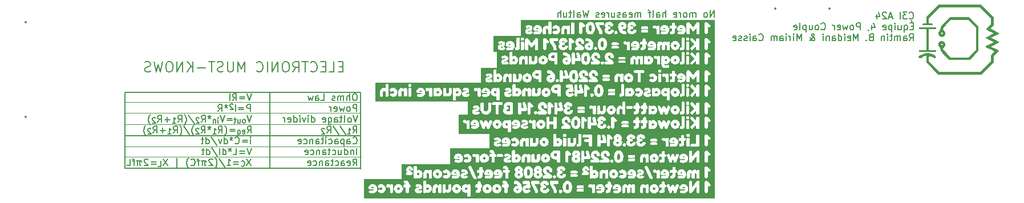
<source format=gbr>
%TF.GenerationSoftware,KiCad,Pcbnew,8.0.4*%
%TF.CreationDate,2024-11-23T17:51:10-05:00*%
%TF.ProjectId,Ruler_PowerCouple,52756c65-725f-4506-9f77-6572436f7570,rev?*%
%TF.SameCoordinates,Original*%
%TF.FileFunction,Legend,Bot*%
%TF.FilePolarity,Positive*%
%FSLAX46Y46*%
G04 Gerber Fmt 4.6, Leading zero omitted, Abs format (unit mm)*
G04 Created by KiCad (PCBNEW 8.0.4) date 2024-11-23 17:51:10*
%MOMM*%
%LPD*%
G01*
G04 APERTURE LIST*
%ADD10C,0.150000*%
%ADD11C,0.100000*%
%ADD12C,0.200000*%
%ADD13C,0.000000*%
%ADD14C,0.350000*%
G04 APERTURE END LIST*
D10*
X94990000Y-93697500D02*
X94990000Y-104967500D01*
D11*
X130010000Y-96727500D02*
X95020000Y-96727500D01*
X130050000Y-103257500D02*
X95020000Y-103257500D01*
D10*
X94990000Y-104977500D02*
X129990000Y-104977500D01*
X130010000Y-93707500D02*
X95030000Y-93707500D01*
D11*
X130010000Y-95147500D02*
X95020000Y-95147500D01*
X129990000Y-98467500D02*
X94960000Y-98467500D01*
D10*
X129970000Y-100127500D02*
X95070000Y-100127500D01*
X116510000Y-93732500D02*
X116510000Y-104947500D01*
D11*
X130020000Y-101727500D02*
X94990000Y-101727500D01*
D10*
X130010000Y-105027500D02*
X130010000Y-93727500D01*
D12*
X182450326Y-82537219D02*
X182450326Y-81537219D01*
X182450326Y-81537219D02*
X181878898Y-82537219D01*
X181878898Y-82537219D02*
X181878898Y-81537219D01*
X181259850Y-82537219D02*
X181355088Y-82489600D01*
X181355088Y-82489600D02*
X181402707Y-82441980D01*
X181402707Y-82441980D02*
X181450326Y-82346742D01*
X181450326Y-82346742D02*
X181450326Y-82061028D01*
X181450326Y-82061028D02*
X181402707Y-81965790D01*
X181402707Y-81965790D02*
X181355088Y-81918171D01*
X181355088Y-81918171D02*
X181259850Y-81870552D01*
X181259850Y-81870552D02*
X181116993Y-81870552D01*
X181116993Y-81870552D02*
X181021755Y-81918171D01*
X181021755Y-81918171D02*
X180974136Y-81965790D01*
X180974136Y-81965790D02*
X180926517Y-82061028D01*
X180926517Y-82061028D02*
X180926517Y-82346742D01*
X180926517Y-82346742D02*
X180974136Y-82441980D01*
X180974136Y-82441980D02*
X181021755Y-82489600D01*
X181021755Y-82489600D02*
X181116993Y-82537219D01*
X181116993Y-82537219D02*
X181259850Y-82537219D01*
X179736040Y-82537219D02*
X179736040Y-81870552D01*
X179736040Y-81965790D02*
X179688421Y-81918171D01*
X179688421Y-81918171D02*
X179593183Y-81870552D01*
X179593183Y-81870552D02*
X179450326Y-81870552D01*
X179450326Y-81870552D02*
X179355088Y-81918171D01*
X179355088Y-81918171D02*
X179307469Y-82013409D01*
X179307469Y-82013409D02*
X179307469Y-82537219D01*
X179307469Y-82013409D02*
X179259850Y-81918171D01*
X179259850Y-81918171D02*
X179164612Y-81870552D01*
X179164612Y-81870552D02*
X179021755Y-81870552D01*
X179021755Y-81870552D02*
X178926516Y-81918171D01*
X178926516Y-81918171D02*
X178878897Y-82013409D01*
X178878897Y-82013409D02*
X178878897Y-82537219D01*
X178259850Y-82537219D02*
X178355088Y-82489600D01*
X178355088Y-82489600D02*
X178402707Y-82441980D01*
X178402707Y-82441980D02*
X178450326Y-82346742D01*
X178450326Y-82346742D02*
X178450326Y-82061028D01*
X178450326Y-82061028D02*
X178402707Y-81965790D01*
X178402707Y-81965790D02*
X178355088Y-81918171D01*
X178355088Y-81918171D02*
X178259850Y-81870552D01*
X178259850Y-81870552D02*
X178116993Y-81870552D01*
X178116993Y-81870552D02*
X178021755Y-81918171D01*
X178021755Y-81918171D02*
X177974136Y-81965790D01*
X177974136Y-81965790D02*
X177926517Y-82061028D01*
X177926517Y-82061028D02*
X177926517Y-82346742D01*
X177926517Y-82346742D02*
X177974136Y-82441980D01*
X177974136Y-82441980D02*
X178021755Y-82489600D01*
X178021755Y-82489600D02*
X178116993Y-82537219D01*
X178116993Y-82537219D02*
X178259850Y-82537219D01*
X177497945Y-82537219D02*
X177497945Y-81870552D01*
X177497945Y-82061028D02*
X177450326Y-81965790D01*
X177450326Y-81965790D02*
X177402707Y-81918171D01*
X177402707Y-81918171D02*
X177307469Y-81870552D01*
X177307469Y-81870552D02*
X177212231Y-81870552D01*
X176497945Y-82489600D02*
X176593183Y-82537219D01*
X176593183Y-82537219D02*
X176783659Y-82537219D01*
X176783659Y-82537219D02*
X176878897Y-82489600D01*
X176878897Y-82489600D02*
X176926516Y-82394361D01*
X176926516Y-82394361D02*
X176926516Y-82013409D01*
X176926516Y-82013409D02*
X176878897Y-81918171D01*
X176878897Y-81918171D02*
X176783659Y-81870552D01*
X176783659Y-81870552D02*
X176593183Y-81870552D01*
X176593183Y-81870552D02*
X176497945Y-81918171D01*
X176497945Y-81918171D02*
X176450326Y-82013409D01*
X176450326Y-82013409D02*
X176450326Y-82108647D01*
X176450326Y-82108647D02*
X176926516Y-82203885D01*
X175259849Y-82537219D02*
X175259849Y-81537219D01*
X174831278Y-82537219D02*
X174831278Y-82013409D01*
X174831278Y-82013409D02*
X174878897Y-81918171D01*
X174878897Y-81918171D02*
X174974135Y-81870552D01*
X174974135Y-81870552D02*
X175116992Y-81870552D01*
X175116992Y-81870552D02*
X175212230Y-81918171D01*
X175212230Y-81918171D02*
X175259849Y-81965790D01*
X173926516Y-82537219D02*
X173926516Y-82013409D01*
X173926516Y-82013409D02*
X173974135Y-81918171D01*
X173974135Y-81918171D02*
X174069373Y-81870552D01*
X174069373Y-81870552D02*
X174259849Y-81870552D01*
X174259849Y-81870552D02*
X174355087Y-81918171D01*
X173926516Y-82489600D02*
X174021754Y-82537219D01*
X174021754Y-82537219D02*
X174259849Y-82537219D01*
X174259849Y-82537219D02*
X174355087Y-82489600D01*
X174355087Y-82489600D02*
X174402706Y-82394361D01*
X174402706Y-82394361D02*
X174402706Y-82299123D01*
X174402706Y-82299123D02*
X174355087Y-82203885D01*
X174355087Y-82203885D02*
X174259849Y-82156266D01*
X174259849Y-82156266D02*
X174021754Y-82156266D01*
X174021754Y-82156266D02*
X173926516Y-82108647D01*
X173307468Y-82537219D02*
X173402706Y-82489600D01*
X173402706Y-82489600D02*
X173450325Y-82394361D01*
X173450325Y-82394361D02*
X173450325Y-81537219D01*
X173069372Y-81870552D02*
X172688420Y-81870552D01*
X172926515Y-82537219D02*
X172926515Y-81680076D01*
X172926515Y-81680076D02*
X172878896Y-81584838D01*
X172878896Y-81584838D02*
X172783658Y-81537219D01*
X172783658Y-81537219D02*
X172688420Y-81537219D01*
X171593181Y-82537219D02*
X171593181Y-81870552D01*
X171593181Y-81965790D02*
X171545562Y-81918171D01*
X171545562Y-81918171D02*
X171450324Y-81870552D01*
X171450324Y-81870552D02*
X171307467Y-81870552D01*
X171307467Y-81870552D02*
X171212229Y-81918171D01*
X171212229Y-81918171D02*
X171164610Y-82013409D01*
X171164610Y-82013409D02*
X171164610Y-82537219D01*
X171164610Y-82013409D02*
X171116991Y-81918171D01*
X171116991Y-81918171D02*
X171021753Y-81870552D01*
X171021753Y-81870552D02*
X170878896Y-81870552D01*
X170878896Y-81870552D02*
X170783657Y-81918171D01*
X170783657Y-81918171D02*
X170736038Y-82013409D01*
X170736038Y-82013409D02*
X170736038Y-82537219D01*
X169878896Y-82489600D02*
X169974134Y-82537219D01*
X169974134Y-82537219D02*
X170164610Y-82537219D01*
X170164610Y-82537219D02*
X170259848Y-82489600D01*
X170259848Y-82489600D02*
X170307467Y-82394361D01*
X170307467Y-82394361D02*
X170307467Y-82013409D01*
X170307467Y-82013409D02*
X170259848Y-81918171D01*
X170259848Y-81918171D02*
X170164610Y-81870552D01*
X170164610Y-81870552D02*
X169974134Y-81870552D01*
X169974134Y-81870552D02*
X169878896Y-81918171D01*
X169878896Y-81918171D02*
X169831277Y-82013409D01*
X169831277Y-82013409D02*
X169831277Y-82108647D01*
X169831277Y-82108647D02*
X170307467Y-82203885D01*
X168974134Y-82537219D02*
X168974134Y-82013409D01*
X168974134Y-82013409D02*
X169021753Y-81918171D01*
X169021753Y-81918171D02*
X169116991Y-81870552D01*
X169116991Y-81870552D02*
X169307467Y-81870552D01*
X169307467Y-81870552D02*
X169402705Y-81918171D01*
X168974134Y-82489600D02*
X169069372Y-82537219D01*
X169069372Y-82537219D02*
X169307467Y-82537219D01*
X169307467Y-82537219D02*
X169402705Y-82489600D01*
X169402705Y-82489600D02*
X169450324Y-82394361D01*
X169450324Y-82394361D02*
X169450324Y-82299123D01*
X169450324Y-82299123D02*
X169402705Y-82203885D01*
X169402705Y-82203885D02*
X169307467Y-82156266D01*
X169307467Y-82156266D02*
X169069372Y-82156266D01*
X169069372Y-82156266D02*
X168974134Y-82108647D01*
X168545562Y-82489600D02*
X168450324Y-82537219D01*
X168450324Y-82537219D02*
X168259848Y-82537219D01*
X168259848Y-82537219D02*
X168164610Y-82489600D01*
X168164610Y-82489600D02*
X168116991Y-82394361D01*
X168116991Y-82394361D02*
X168116991Y-82346742D01*
X168116991Y-82346742D02*
X168164610Y-82251504D01*
X168164610Y-82251504D02*
X168259848Y-82203885D01*
X168259848Y-82203885D02*
X168402705Y-82203885D01*
X168402705Y-82203885D02*
X168497943Y-82156266D01*
X168497943Y-82156266D02*
X168545562Y-82061028D01*
X168545562Y-82061028D02*
X168545562Y-82013409D01*
X168545562Y-82013409D02*
X168497943Y-81918171D01*
X168497943Y-81918171D02*
X168402705Y-81870552D01*
X168402705Y-81870552D02*
X168259848Y-81870552D01*
X168259848Y-81870552D02*
X168164610Y-81918171D01*
X167259848Y-81870552D02*
X167259848Y-82537219D01*
X167688419Y-81870552D02*
X167688419Y-82394361D01*
X167688419Y-82394361D02*
X167640800Y-82489600D01*
X167640800Y-82489600D02*
X167545562Y-82537219D01*
X167545562Y-82537219D02*
X167402705Y-82537219D01*
X167402705Y-82537219D02*
X167307467Y-82489600D01*
X167307467Y-82489600D02*
X167259848Y-82441980D01*
X166783657Y-82537219D02*
X166783657Y-81870552D01*
X166783657Y-82061028D02*
X166736038Y-81965790D01*
X166736038Y-81965790D02*
X166688419Y-81918171D01*
X166688419Y-81918171D02*
X166593181Y-81870552D01*
X166593181Y-81870552D02*
X166497943Y-81870552D01*
X165783657Y-82489600D02*
X165878895Y-82537219D01*
X165878895Y-82537219D02*
X166069371Y-82537219D01*
X166069371Y-82537219D02*
X166164609Y-82489600D01*
X166164609Y-82489600D02*
X166212228Y-82394361D01*
X166212228Y-82394361D02*
X166212228Y-82013409D01*
X166212228Y-82013409D02*
X166164609Y-81918171D01*
X166164609Y-81918171D02*
X166069371Y-81870552D01*
X166069371Y-81870552D02*
X165878895Y-81870552D01*
X165878895Y-81870552D02*
X165783657Y-81918171D01*
X165783657Y-81918171D02*
X165736038Y-82013409D01*
X165736038Y-82013409D02*
X165736038Y-82108647D01*
X165736038Y-82108647D02*
X166212228Y-82203885D01*
X165355085Y-82489600D02*
X165259847Y-82537219D01*
X165259847Y-82537219D02*
X165069371Y-82537219D01*
X165069371Y-82537219D02*
X164974133Y-82489600D01*
X164974133Y-82489600D02*
X164926514Y-82394361D01*
X164926514Y-82394361D02*
X164926514Y-82346742D01*
X164926514Y-82346742D02*
X164974133Y-82251504D01*
X164974133Y-82251504D02*
X165069371Y-82203885D01*
X165069371Y-82203885D02*
X165212228Y-82203885D01*
X165212228Y-82203885D02*
X165307466Y-82156266D01*
X165307466Y-82156266D02*
X165355085Y-82061028D01*
X165355085Y-82061028D02*
X165355085Y-82013409D01*
X165355085Y-82013409D02*
X165307466Y-81918171D01*
X165307466Y-81918171D02*
X165212228Y-81870552D01*
X165212228Y-81870552D02*
X165069371Y-81870552D01*
X165069371Y-81870552D02*
X164974133Y-81918171D01*
X163831275Y-81537219D02*
X163593180Y-82537219D01*
X163593180Y-82537219D02*
X163402704Y-81822933D01*
X163402704Y-81822933D02*
X163212228Y-82537219D01*
X163212228Y-82537219D02*
X162974133Y-81537219D01*
X162164609Y-82537219D02*
X162164609Y-82013409D01*
X162164609Y-82013409D02*
X162212228Y-81918171D01*
X162212228Y-81918171D02*
X162307466Y-81870552D01*
X162307466Y-81870552D02*
X162497942Y-81870552D01*
X162497942Y-81870552D02*
X162593180Y-81918171D01*
X162164609Y-82489600D02*
X162259847Y-82537219D01*
X162259847Y-82537219D02*
X162497942Y-82537219D01*
X162497942Y-82537219D02*
X162593180Y-82489600D01*
X162593180Y-82489600D02*
X162640799Y-82394361D01*
X162640799Y-82394361D02*
X162640799Y-82299123D01*
X162640799Y-82299123D02*
X162593180Y-82203885D01*
X162593180Y-82203885D02*
X162497942Y-82156266D01*
X162497942Y-82156266D02*
X162259847Y-82156266D01*
X162259847Y-82156266D02*
X162164609Y-82108647D01*
X161545561Y-82537219D02*
X161640799Y-82489600D01*
X161640799Y-82489600D02*
X161688418Y-82394361D01*
X161688418Y-82394361D02*
X161688418Y-81537219D01*
X161307465Y-81870552D02*
X160926513Y-81870552D01*
X161164608Y-81537219D02*
X161164608Y-82394361D01*
X161164608Y-82394361D02*
X161116989Y-82489600D01*
X161116989Y-82489600D02*
X161021751Y-82537219D01*
X161021751Y-82537219D02*
X160926513Y-82537219D01*
X160164608Y-81870552D02*
X160164608Y-82537219D01*
X160593179Y-81870552D02*
X160593179Y-82394361D01*
X160593179Y-82394361D02*
X160545560Y-82489600D01*
X160545560Y-82489600D02*
X160450322Y-82537219D01*
X160450322Y-82537219D02*
X160307465Y-82537219D01*
X160307465Y-82537219D02*
X160212227Y-82489600D01*
X160212227Y-82489600D02*
X160164608Y-82441980D01*
X159688417Y-82537219D02*
X159688417Y-81537219D01*
X159259846Y-82537219D02*
X159259846Y-82013409D01*
X159259846Y-82013409D02*
X159307465Y-81918171D01*
X159307465Y-81918171D02*
X159402703Y-81870552D01*
X159402703Y-81870552D02*
X159545560Y-81870552D01*
X159545560Y-81870552D02*
X159640798Y-81918171D01*
X159640798Y-81918171D02*
X159688417Y-81965790D01*
D10*
X211451792Y-82704692D02*
X211499411Y-82752312D01*
X211499411Y-82752312D02*
X211642268Y-82799931D01*
X211642268Y-82799931D02*
X211737506Y-82799931D01*
X211737506Y-82799931D02*
X211880363Y-82752312D01*
X211880363Y-82752312D02*
X211975601Y-82657073D01*
X211975601Y-82657073D02*
X212023220Y-82561835D01*
X212023220Y-82561835D02*
X212070839Y-82371359D01*
X212070839Y-82371359D02*
X212070839Y-82228502D01*
X212070839Y-82228502D02*
X212023220Y-82038026D01*
X212023220Y-82038026D02*
X211975601Y-81942788D01*
X211975601Y-81942788D02*
X211880363Y-81847550D01*
X211880363Y-81847550D02*
X211737506Y-81799931D01*
X211737506Y-81799931D02*
X211642268Y-81799931D01*
X211642268Y-81799931D02*
X211499411Y-81847550D01*
X211499411Y-81847550D02*
X211451792Y-81895169D01*
X211118458Y-81799931D02*
X210499411Y-81799931D01*
X210499411Y-81799931D02*
X210832744Y-82180883D01*
X210832744Y-82180883D02*
X210689887Y-82180883D01*
X210689887Y-82180883D02*
X210594649Y-82228502D01*
X210594649Y-82228502D02*
X210547030Y-82276121D01*
X210547030Y-82276121D02*
X210499411Y-82371359D01*
X210499411Y-82371359D02*
X210499411Y-82609454D01*
X210499411Y-82609454D02*
X210547030Y-82704692D01*
X210547030Y-82704692D02*
X210594649Y-82752312D01*
X210594649Y-82752312D02*
X210689887Y-82799931D01*
X210689887Y-82799931D02*
X210975601Y-82799931D01*
X210975601Y-82799931D02*
X211070839Y-82752312D01*
X211070839Y-82752312D02*
X211118458Y-82704692D01*
X210070839Y-82799931D02*
X210070839Y-81799931D01*
X208880363Y-82514216D02*
X208404173Y-82514216D01*
X208975601Y-82799931D02*
X208642268Y-81799931D01*
X208642268Y-81799931D02*
X208308935Y-82799931D01*
X208023220Y-81895169D02*
X207975601Y-81847550D01*
X207975601Y-81847550D02*
X207880363Y-81799931D01*
X207880363Y-81799931D02*
X207642268Y-81799931D01*
X207642268Y-81799931D02*
X207547030Y-81847550D01*
X207547030Y-81847550D02*
X207499411Y-81895169D01*
X207499411Y-81895169D02*
X207451792Y-81990407D01*
X207451792Y-81990407D02*
X207451792Y-82085645D01*
X207451792Y-82085645D02*
X207499411Y-82228502D01*
X207499411Y-82228502D02*
X208070839Y-82799931D01*
X208070839Y-82799931D02*
X207451792Y-82799931D01*
X206594649Y-82133264D02*
X206594649Y-82799931D01*
X206832744Y-81752312D02*
X207070839Y-82466597D01*
X207070839Y-82466597D02*
X206451792Y-82466597D01*
X212023220Y-83886065D02*
X211689887Y-83886065D01*
X211547030Y-84409875D02*
X212023220Y-84409875D01*
X212023220Y-84409875D02*
X212023220Y-83409875D01*
X212023220Y-83409875D02*
X211547030Y-83409875D01*
X211689887Y-83028922D02*
X211832744Y-83171779D01*
X210689887Y-83743208D02*
X210689887Y-84743208D01*
X210689887Y-84362256D02*
X210785125Y-84409875D01*
X210785125Y-84409875D02*
X210975601Y-84409875D01*
X210975601Y-84409875D02*
X211070839Y-84362256D01*
X211070839Y-84362256D02*
X211118458Y-84314636D01*
X211118458Y-84314636D02*
X211166077Y-84219398D01*
X211166077Y-84219398D02*
X211166077Y-83933684D01*
X211166077Y-83933684D02*
X211118458Y-83838446D01*
X211118458Y-83838446D02*
X211070839Y-83790827D01*
X211070839Y-83790827D02*
X210975601Y-83743208D01*
X210975601Y-83743208D02*
X210785125Y-83743208D01*
X210785125Y-83743208D02*
X210689887Y-83790827D01*
X209785125Y-83743208D02*
X209785125Y-84409875D01*
X210213696Y-83743208D02*
X210213696Y-84267017D01*
X210213696Y-84267017D02*
X210166077Y-84362256D01*
X210166077Y-84362256D02*
X210070839Y-84409875D01*
X210070839Y-84409875D02*
X209927982Y-84409875D01*
X209927982Y-84409875D02*
X209832744Y-84362256D01*
X209832744Y-84362256D02*
X209785125Y-84314636D01*
X209308934Y-84409875D02*
X209308934Y-83743208D01*
X209308934Y-83409875D02*
X209356553Y-83457494D01*
X209356553Y-83457494D02*
X209308934Y-83505113D01*
X209308934Y-83505113D02*
X209261315Y-83457494D01*
X209261315Y-83457494D02*
X209308934Y-83409875D01*
X209308934Y-83409875D02*
X209308934Y-83505113D01*
X208832744Y-83743208D02*
X208832744Y-84743208D01*
X208832744Y-83790827D02*
X208737506Y-83743208D01*
X208737506Y-83743208D02*
X208547030Y-83743208D01*
X208547030Y-83743208D02*
X208451792Y-83790827D01*
X208451792Y-83790827D02*
X208404173Y-83838446D01*
X208404173Y-83838446D02*
X208356554Y-83933684D01*
X208356554Y-83933684D02*
X208356554Y-84219398D01*
X208356554Y-84219398D02*
X208404173Y-84314636D01*
X208404173Y-84314636D02*
X208451792Y-84362256D01*
X208451792Y-84362256D02*
X208547030Y-84409875D01*
X208547030Y-84409875D02*
X208737506Y-84409875D01*
X208737506Y-84409875D02*
X208832744Y-84362256D01*
X207547030Y-84362256D02*
X207642268Y-84409875D01*
X207642268Y-84409875D02*
X207832744Y-84409875D01*
X207832744Y-84409875D02*
X207927982Y-84362256D01*
X207927982Y-84362256D02*
X207975601Y-84267017D01*
X207975601Y-84267017D02*
X207975601Y-83886065D01*
X207975601Y-83886065D02*
X207927982Y-83790827D01*
X207927982Y-83790827D02*
X207832744Y-83743208D01*
X207832744Y-83743208D02*
X207642268Y-83743208D01*
X207642268Y-83743208D02*
X207547030Y-83790827D01*
X207547030Y-83790827D02*
X207499411Y-83886065D01*
X207499411Y-83886065D02*
X207499411Y-83981303D01*
X207499411Y-83981303D02*
X207975601Y-84076541D01*
X205880363Y-83743208D02*
X205880363Y-84409875D01*
X206118458Y-83362256D02*
X206356553Y-84076541D01*
X206356553Y-84076541D02*
X205737506Y-84076541D01*
X205308934Y-84362256D02*
X205308934Y-84409875D01*
X205308934Y-84409875D02*
X205356553Y-84505113D01*
X205356553Y-84505113D02*
X205404172Y-84552732D01*
X204118458Y-84409875D02*
X204118458Y-83409875D01*
X204118458Y-83409875D02*
X203737506Y-83409875D01*
X203737506Y-83409875D02*
X203642268Y-83457494D01*
X203642268Y-83457494D02*
X203594649Y-83505113D01*
X203594649Y-83505113D02*
X203547030Y-83600351D01*
X203547030Y-83600351D02*
X203547030Y-83743208D01*
X203547030Y-83743208D02*
X203594649Y-83838446D01*
X203594649Y-83838446D02*
X203642268Y-83886065D01*
X203642268Y-83886065D02*
X203737506Y-83933684D01*
X203737506Y-83933684D02*
X204118458Y-83933684D01*
X202975601Y-84409875D02*
X203070839Y-84362256D01*
X203070839Y-84362256D02*
X203118458Y-84314636D01*
X203118458Y-84314636D02*
X203166077Y-84219398D01*
X203166077Y-84219398D02*
X203166077Y-83933684D01*
X203166077Y-83933684D02*
X203118458Y-83838446D01*
X203118458Y-83838446D02*
X203070839Y-83790827D01*
X203070839Y-83790827D02*
X202975601Y-83743208D01*
X202975601Y-83743208D02*
X202832744Y-83743208D01*
X202832744Y-83743208D02*
X202737506Y-83790827D01*
X202737506Y-83790827D02*
X202689887Y-83838446D01*
X202689887Y-83838446D02*
X202642268Y-83933684D01*
X202642268Y-83933684D02*
X202642268Y-84219398D01*
X202642268Y-84219398D02*
X202689887Y-84314636D01*
X202689887Y-84314636D02*
X202737506Y-84362256D01*
X202737506Y-84362256D02*
X202832744Y-84409875D01*
X202832744Y-84409875D02*
X202975601Y-84409875D01*
X202308934Y-83743208D02*
X202118458Y-84409875D01*
X202118458Y-84409875D02*
X201927982Y-83933684D01*
X201927982Y-83933684D02*
X201737506Y-84409875D01*
X201737506Y-84409875D02*
X201547030Y-83743208D01*
X200785125Y-84362256D02*
X200880363Y-84409875D01*
X200880363Y-84409875D02*
X201070839Y-84409875D01*
X201070839Y-84409875D02*
X201166077Y-84362256D01*
X201166077Y-84362256D02*
X201213696Y-84267017D01*
X201213696Y-84267017D02*
X201213696Y-83886065D01*
X201213696Y-83886065D02*
X201166077Y-83790827D01*
X201166077Y-83790827D02*
X201070839Y-83743208D01*
X201070839Y-83743208D02*
X200880363Y-83743208D01*
X200880363Y-83743208D02*
X200785125Y-83790827D01*
X200785125Y-83790827D02*
X200737506Y-83886065D01*
X200737506Y-83886065D02*
X200737506Y-83981303D01*
X200737506Y-83981303D02*
X201213696Y-84076541D01*
X200308934Y-84409875D02*
X200308934Y-83743208D01*
X200308934Y-83933684D02*
X200261315Y-83838446D01*
X200261315Y-83838446D02*
X200213696Y-83790827D01*
X200213696Y-83790827D02*
X200118458Y-83743208D01*
X200118458Y-83743208D02*
X200023220Y-83743208D01*
X198356553Y-84314636D02*
X198404172Y-84362256D01*
X198404172Y-84362256D02*
X198547029Y-84409875D01*
X198547029Y-84409875D02*
X198642267Y-84409875D01*
X198642267Y-84409875D02*
X198785124Y-84362256D01*
X198785124Y-84362256D02*
X198880362Y-84267017D01*
X198880362Y-84267017D02*
X198927981Y-84171779D01*
X198927981Y-84171779D02*
X198975600Y-83981303D01*
X198975600Y-83981303D02*
X198975600Y-83838446D01*
X198975600Y-83838446D02*
X198927981Y-83647970D01*
X198927981Y-83647970D02*
X198880362Y-83552732D01*
X198880362Y-83552732D02*
X198785124Y-83457494D01*
X198785124Y-83457494D02*
X198642267Y-83409875D01*
X198642267Y-83409875D02*
X198547029Y-83409875D01*
X198547029Y-83409875D02*
X198404172Y-83457494D01*
X198404172Y-83457494D02*
X198356553Y-83505113D01*
X197785124Y-84409875D02*
X197880362Y-84362256D01*
X197880362Y-84362256D02*
X197927981Y-84314636D01*
X197927981Y-84314636D02*
X197975600Y-84219398D01*
X197975600Y-84219398D02*
X197975600Y-83933684D01*
X197975600Y-83933684D02*
X197927981Y-83838446D01*
X197927981Y-83838446D02*
X197880362Y-83790827D01*
X197880362Y-83790827D02*
X197785124Y-83743208D01*
X197785124Y-83743208D02*
X197642267Y-83743208D01*
X197642267Y-83743208D02*
X197547029Y-83790827D01*
X197547029Y-83790827D02*
X197499410Y-83838446D01*
X197499410Y-83838446D02*
X197451791Y-83933684D01*
X197451791Y-83933684D02*
X197451791Y-84219398D01*
X197451791Y-84219398D02*
X197499410Y-84314636D01*
X197499410Y-84314636D02*
X197547029Y-84362256D01*
X197547029Y-84362256D02*
X197642267Y-84409875D01*
X197642267Y-84409875D02*
X197785124Y-84409875D01*
X196594648Y-83743208D02*
X196594648Y-84409875D01*
X197023219Y-83743208D02*
X197023219Y-84267017D01*
X197023219Y-84267017D02*
X196975600Y-84362256D01*
X196975600Y-84362256D02*
X196880362Y-84409875D01*
X196880362Y-84409875D02*
X196737505Y-84409875D01*
X196737505Y-84409875D02*
X196642267Y-84362256D01*
X196642267Y-84362256D02*
X196594648Y-84314636D01*
X196118457Y-83743208D02*
X196118457Y-84743208D01*
X196118457Y-83790827D02*
X196023219Y-83743208D01*
X196023219Y-83743208D02*
X195832743Y-83743208D01*
X195832743Y-83743208D02*
X195737505Y-83790827D01*
X195737505Y-83790827D02*
X195689886Y-83838446D01*
X195689886Y-83838446D02*
X195642267Y-83933684D01*
X195642267Y-83933684D02*
X195642267Y-84219398D01*
X195642267Y-84219398D02*
X195689886Y-84314636D01*
X195689886Y-84314636D02*
X195737505Y-84362256D01*
X195737505Y-84362256D02*
X195832743Y-84409875D01*
X195832743Y-84409875D02*
X196023219Y-84409875D01*
X196023219Y-84409875D02*
X196118457Y-84362256D01*
X195070838Y-84409875D02*
X195166076Y-84362256D01*
X195166076Y-84362256D02*
X195213695Y-84267017D01*
X195213695Y-84267017D02*
X195213695Y-83409875D01*
X194308933Y-84362256D02*
X194404171Y-84409875D01*
X194404171Y-84409875D02*
X194594647Y-84409875D01*
X194594647Y-84409875D02*
X194689885Y-84362256D01*
X194689885Y-84362256D02*
X194737504Y-84267017D01*
X194737504Y-84267017D02*
X194737504Y-83886065D01*
X194737504Y-83886065D02*
X194689885Y-83790827D01*
X194689885Y-83790827D02*
X194594647Y-83743208D01*
X194594647Y-83743208D02*
X194404171Y-83743208D01*
X194404171Y-83743208D02*
X194308933Y-83790827D01*
X194308933Y-83790827D02*
X194261314Y-83886065D01*
X194261314Y-83886065D02*
X194261314Y-83981303D01*
X194261314Y-83981303D02*
X194737504Y-84076541D01*
X211451792Y-86019819D02*
X211785125Y-85543628D01*
X212023220Y-86019819D02*
X212023220Y-85019819D01*
X212023220Y-85019819D02*
X211642268Y-85019819D01*
X211642268Y-85019819D02*
X211547030Y-85067438D01*
X211547030Y-85067438D02*
X211499411Y-85115057D01*
X211499411Y-85115057D02*
X211451792Y-85210295D01*
X211451792Y-85210295D02*
X211451792Y-85353152D01*
X211451792Y-85353152D02*
X211499411Y-85448390D01*
X211499411Y-85448390D02*
X211547030Y-85496009D01*
X211547030Y-85496009D02*
X211642268Y-85543628D01*
X211642268Y-85543628D02*
X212023220Y-85543628D01*
X210594649Y-86019819D02*
X210594649Y-85496009D01*
X210594649Y-85496009D02*
X210642268Y-85400771D01*
X210642268Y-85400771D02*
X210737506Y-85353152D01*
X210737506Y-85353152D02*
X210927982Y-85353152D01*
X210927982Y-85353152D02*
X211023220Y-85400771D01*
X210594649Y-85972200D02*
X210689887Y-86019819D01*
X210689887Y-86019819D02*
X210927982Y-86019819D01*
X210927982Y-86019819D02*
X211023220Y-85972200D01*
X211023220Y-85972200D02*
X211070839Y-85876961D01*
X211070839Y-85876961D02*
X211070839Y-85781723D01*
X211070839Y-85781723D02*
X211023220Y-85686485D01*
X211023220Y-85686485D02*
X210927982Y-85638866D01*
X210927982Y-85638866D02*
X210689887Y-85638866D01*
X210689887Y-85638866D02*
X210594649Y-85591247D01*
X210118458Y-86019819D02*
X210118458Y-85353152D01*
X210118458Y-85448390D02*
X210070839Y-85400771D01*
X210070839Y-85400771D02*
X209975601Y-85353152D01*
X209975601Y-85353152D02*
X209832744Y-85353152D01*
X209832744Y-85353152D02*
X209737506Y-85400771D01*
X209737506Y-85400771D02*
X209689887Y-85496009D01*
X209689887Y-85496009D02*
X209689887Y-86019819D01*
X209689887Y-85496009D02*
X209642268Y-85400771D01*
X209642268Y-85400771D02*
X209547030Y-85353152D01*
X209547030Y-85353152D02*
X209404173Y-85353152D01*
X209404173Y-85353152D02*
X209308934Y-85400771D01*
X209308934Y-85400771D02*
X209261315Y-85496009D01*
X209261315Y-85496009D02*
X209261315Y-86019819D01*
X208927982Y-85353152D02*
X208547030Y-85353152D01*
X208785125Y-85019819D02*
X208785125Y-85876961D01*
X208785125Y-85876961D02*
X208737506Y-85972200D01*
X208737506Y-85972200D02*
X208642268Y-86019819D01*
X208642268Y-86019819D02*
X208547030Y-86019819D01*
X208213696Y-86019819D02*
X208213696Y-85353152D01*
X208213696Y-85019819D02*
X208261315Y-85067438D01*
X208261315Y-85067438D02*
X208213696Y-85115057D01*
X208213696Y-85115057D02*
X208166077Y-85067438D01*
X208166077Y-85067438D02*
X208213696Y-85019819D01*
X208213696Y-85019819D02*
X208213696Y-85115057D01*
X207737506Y-85353152D02*
X207737506Y-86019819D01*
X207737506Y-85448390D02*
X207689887Y-85400771D01*
X207689887Y-85400771D02*
X207594649Y-85353152D01*
X207594649Y-85353152D02*
X207451792Y-85353152D01*
X207451792Y-85353152D02*
X207356554Y-85400771D01*
X207356554Y-85400771D02*
X207308935Y-85496009D01*
X207308935Y-85496009D02*
X207308935Y-86019819D01*
X205737506Y-85496009D02*
X205594649Y-85543628D01*
X205594649Y-85543628D02*
X205547030Y-85591247D01*
X205547030Y-85591247D02*
X205499411Y-85686485D01*
X205499411Y-85686485D02*
X205499411Y-85829342D01*
X205499411Y-85829342D02*
X205547030Y-85924580D01*
X205547030Y-85924580D02*
X205594649Y-85972200D01*
X205594649Y-85972200D02*
X205689887Y-86019819D01*
X205689887Y-86019819D02*
X206070839Y-86019819D01*
X206070839Y-86019819D02*
X206070839Y-85019819D01*
X206070839Y-85019819D02*
X205737506Y-85019819D01*
X205737506Y-85019819D02*
X205642268Y-85067438D01*
X205642268Y-85067438D02*
X205594649Y-85115057D01*
X205594649Y-85115057D02*
X205547030Y-85210295D01*
X205547030Y-85210295D02*
X205547030Y-85305533D01*
X205547030Y-85305533D02*
X205594649Y-85400771D01*
X205594649Y-85400771D02*
X205642268Y-85448390D01*
X205642268Y-85448390D02*
X205737506Y-85496009D01*
X205737506Y-85496009D02*
X206070839Y-85496009D01*
X205070839Y-85924580D02*
X205023220Y-85972200D01*
X205023220Y-85972200D02*
X205070839Y-86019819D01*
X205070839Y-86019819D02*
X205118458Y-85972200D01*
X205118458Y-85972200D02*
X205070839Y-85924580D01*
X205070839Y-85924580D02*
X205070839Y-86019819D01*
X203832744Y-86019819D02*
X203832744Y-85019819D01*
X203832744Y-85019819D02*
X203499411Y-85734104D01*
X203499411Y-85734104D02*
X203166078Y-85019819D01*
X203166078Y-85019819D02*
X203166078Y-86019819D01*
X202308935Y-85972200D02*
X202404173Y-86019819D01*
X202404173Y-86019819D02*
X202594649Y-86019819D01*
X202594649Y-86019819D02*
X202689887Y-85972200D01*
X202689887Y-85972200D02*
X202737506Y-85876961D01*
X202737506Y-85876961D02*
X202737506Y-85496009D01*
X202737506Y-85496009D02*
X202689887Y-85400771D01*
X202689887Y-85400771D02*
X202594649Y-85353152D01*
X202594649Y-85353152D02*
X202404173Y-85353152D01*
X202404173Y-85353152D02*
X202308935Y-85400771D01*
X202308935Y-85400771D02*
X202261316Y-85496009D01*
X202261316Y-85496009D02*
X202261316Y-85591247D01*
X202261316Y-85591247D02*
X202737506Y-85686485D01*
X201832744Y-86019819D02*
X201832744Y-85353152D01*
X201832744Y-85019819D02*
X201880363Y-85067438D01*
X201880363Y-85067438D02*
X201832744Y-85115057D01*
X201832744Y-85115057D02*
X201785125Y-85067438D01*
X201785125Y-85067438D02*
X201832744Y-85019819D01*
X201832744Y-85019819D02*
X201832744Y-85115057D01*
X200927983Y-86019819D02*
X200927983Y-85019819D01*
X200927983Y-85972200D02*
X201023221Y-86019819D01*
X201023221Y-86019819D02*
X201213697Y-86019819D01*
X201213697Y-86019819D02*
X201308935Y-85972200D01*
X201308935Y-85972200D02*
X201356554Y-85924580D01*
X201356554Y-85924580D02*
X201404173Y-85829342D01*
X201404173Y-85829342D02*
X201404173Y-85543628D01*
X201404173Y-85543628D02*
X201356554Y-85448390D01*
X201356554Y-85448390D02*
X201308935Y-85400771D01*
X201308935Y-85400771D02*
X201213697Y-85353152D01*
X201213697Y-85353152D02*
X201023221Y-85353152D01*
X201023221Y-85353152D02*
X200927983Y-85400771D01*
X200023221Y-86019819D02*
X200023221Y-85496009D01*
X200023221Y-85496009D02*
X200070840Y-85400771D01*
X200070840Y-85400771D02*
X200166078Y-85353152D01*
X200166078Y-85353152D02*
X200356554Y-85353152D01*
X200356554Y-85353152D02*
X200451792Y-85400771D01*
X200023221Y-85972200D02*
X200118459Y-86019819D01*
X200118459Y-86019819D02*
X200356554Y-86019819D01*
X200356554Y-86019819D02*
X200451792Y-85972200D01*
X200451792Y-85972200D02*
X200499411Y-85876961D01*
X200499411Y-85876961D02*
X200499411Y-85781723D01*
X200499411Y-85781723D02*
X200451792Y-85686485D01*
X200451792Y-85686485D02*
X200356554Y-85638866D01*
X200356554Y-85638866D02*
X200118459Y-85638866D01*
X200118459Y-85638866D02*
X200023221Y-85591247D01*
X199547030Y-85353152D02*
X199547030Y-86019819D01*
X199547030Y-85448390D02*
X199499411Y-85400771D01*
X199499411Y-85400771D02*
X199404173Y-85353152D01*
X199404173Y-85353152D02*
X199261316Y-85353152D01*
X199261316Y-85353152D02*
X199166078Y-85400771D01*
X199166078Y-85400771D02*
X199118459Y-85496009D01*
X199118459Y-85496009D02*
X199118459Y-86019819D01*
X198642268Y-86019819D02*
X198642268Y-85353152D01*
X198642268Y-85019819D02*
X198689887Y-85067438D01*
X198689887Y-85067438D02*
X198642268Y-85115057D01*
X198642268Y-85115057D02*
X198594649Y-85067438D01*
X198594649Y-85067438D02*
X198642268Y-85019819D01*
X198642268Y-85019819D02*
X198642268Y-85115057D01*
X196594649Y-86019819D02*
X196642269Y-86019819D01*
X196642269Y-86019819D02*
X196737507Y-85972200D01*
X196737507Y-85972200D02*
X196880364Y-85829342D01*
X196880364Y-85829342D02*
X197118459Y-85543628D01*
X197118459Y-85543628D02*
X197213697Y-85400771D01*
X197213697Y-85400771D02*
X197261316Y-85257914D01*
X197261316Y-85257914D02*
X197261316Y-85162676D01*
X197261316Y-85162676D02*
X197213697Y-85067438D01*
X197213697Y-85067438D02*
X197118459Y-85019819D01*
X197118459Y-85019819D02*
X197070840Y-85019819D01*
X197070840Y-85019819D02*
X196975602Y-85067438D01*
X196975602Y-85067438D02*
X196927983Y-85162676D01*
X196927983Y-85162676D02*
X196927983Y-85210295D01*
X196927983Y-85210295D02*
X196975602Y-85305533D01*
X196975602Y-85305533D02*
X197023221Y-85353152D01*
X197023221Y-85353152D02*
X197308935Y-85543628D01*
X197308935Y-85543628D02*
X197356554Y-85591247D01*
X197356554Y-85591247D02*
X197404173Y-85686485D01*
X197404173Y-85686485D02*
X197404173Y-85829342D01*
X197404173Y-85829342D02*
X197356554Y-85924580D01*
X197356554Y-85924580D02*
X197308935Y-85972200D01*
X197308935Y-85972200D02*
X197213697Y-86019819D01*
X197213697Y-86019819D02*
X197070840Y-86019819D01*
X197070840Y-86019819D02*
X196975602Y-85972200D01*
X196975602Y-85972200D02*
X196927983Y-85924580D01*
X196927983Y-85924580D02*
X196785126Y-85734104D01*
X196785126Y-85734104D02*
X196737507Y-85591247D01*
X196737507Y-85591247D02*
X196737507Y-85496009D01*
X195404173Y-86019819D02*
X195404173Y-85019819D01*
X195404173Y-85019819D02*
X195070840Y-85734104D01*
X195070840Y-85734104D02*
X194737507Y-85019819D01*
X194737507Y-85019819D02*
X194737507Y-86019819D01*
X194261316Y-86019819D02*
X194261316Y-85353152D01*
X194261316Y-85019819D02*
X194308935Y-85067438D01*
X194308935Y-85067438D02*
X194261316Y-85115057D01*
X194261316Y-85115057D02*
X194213697Y-85067438D01*
X194213697Y-85067438D02*
X194261316Y-85019819D01*
X194261316Y-85019819D02*
X194261316Y-85115057D01*
X193785126Y-86019819D02*
X193785126Y-85353152D01*
X193785126Y-85543628D02*
X193737507Y-85448390D01*
X193737507Y-85448390D02*
X193689888Y-85400771D01*
X193689888Y-85400771D02*
X193594650Y-85353152D01*
X193594650Y-85353152D02*
X193499412Y-85353152D01*
X193166078Y-86019819D02*
X193166078Y-85353152D01*
X193166078Y-85019819D02*
X193213697Y-85067438D01*
X193213697Y-85067438D02*
X193166078Y-85115057D01*
X193166078Y-85115057D02*
X193118459Y-85067438D01*
X193118459Y-85067438D02*
X193166078Y-85019819D01*
X193166078Y-85019819D02*
X193166078Y-85115057D01*
X192261317Y-86019819D02*
X192261317Y-85496009D01*
X192261317Y-85496009D02*
X192308936Y-85400771D01*
X192308936Y-85400771D02*
X192404174Y-85353152D01*
X192404174Y-85353152D02*
X192594650Y-85353152D01*
X192594650Y-85353152D02*
X192689888Y-85400771D01*
X192261317Y-85972200D02*
X192356555Y-86019819D01*
X192356555Y-86019819D02*
X192594650Y-86019819D01*
X192594650Y-86019819D02*
X192689888Y-85972200D01*
X192689888Y-85972200D02*
X192737507Y-85876961D01*
X192737507Y-85876961D02*
X192737507Y-85781723D01*
X192737507Y-85781723D02*
X192689888Y-85686485D01*
X192689888Y-85686485D02*
X192594650Y-85638866D01*
X192594650Y-85638866D02*
X192356555Y-85638866D01*
X192356555Y-85638866D02*
X192261317Y-85591247D01*
X191785126Y-86019819D02*
X191785126Y-85353152D01*
X191785126Y-85448390D02*
X191737507Y-85400771D01*
X191737507Y-85400771D02*
X191642269Y-85353152D01*
X191642269Y-85353152D02*
X191499412Y-85353152D01*
X191499412Y-85353152D02*
X191404174Y-85400771D01*
X191404174Y-85400771D02*
X191356555Y-85496009D01*
X191356555Y-85496009D02*
X191356555Y-86019819D01*
X191356555Y-85496009D02*
X191308936Y-85400771D01*
X191308936Y-85400771D02*
X191213698Y-85353152D01*
X191213698Y-85353152D02*
X191070841Y-85353152D01*
X191070841Y-85353152D02*
X190975602Y-85400771D01*
X190975602Y-85400771D02*
X190927983Y-85496009D01*
X190927983Y-85496009D02*
X190927983Y-86019819D01*
X189118460Y-85924580D02*
X189166079Y-85972200D01*
X189166079Y-85972200D02*
X189308936Y-86019819D01*
X189308936Y-86019819D02*
X189404174Y-86019819D01*
X189404174Y-86019819D02*
X189547031Y-85972200D01*
X189547031Y-85972200D02*
X189642269Y-85876961D01*
X189642269Y-85876961D02*
X189689888Y-85781723D01*
X189689888Y-85781723D02*
X189737507Y-85591247D01*
X189737507Y-85591247D02*
X189737507Y-85448390D01*
X189737507Y-85448390D02*
X189689888Y-85257914D01*
X189689888Y-85257914D02*
X189642269Y-85162676D01*
X189642269Y-85162676D02*
X189547031Y-85067438D01*
X189547031Y-85067438D02*
X189404174Y-85019819D01*
X189404174Y-85019819D02*
X189308936Y-85019819D01*
X189308936Y-85019819D02*
X189166079Y-85067438D01*
X189166079Y-85067438D02*
X189118460Y-85115057D01*
X188261317Y-86019819D02*
X188261317Y-85496009D01*
X188261317Y-85496009D02*
X188308936Y-85400771D01*
X188308936Y-85400771D02*
X188404174Y-85353152D01*
X188404174Y-85353152D02*
X188594650Y-85353152D01*
X188594650Y-85353152D02*
X188689888Y-85400771D01*
X188261317Y-85972200D02*
X188356555Y-86019819D01*
X188356555Y-86019819D02*
X188594650Y-86019819D01*
X188594650Y-86019819D02*
X188689888Y-85972200D01*
X188689888Y-85972200D02*
X188737507Y-85876961D01*
X188737507Y-85876961D02*
X188737507Y-85781723D01*
X188737507Y-85781723D02*
X188689888Y-85686485D01*
X188689888Y-85686485D02*
X188594650Y-85638866D01*
X188594650Y-85638866D02*
X188356555Y-85638866D01*
X188356555Y-85638866D02*
X188261317Y-85591247D01*
X187785126Y-86019819D02*
X187785126Y-85353152D01*
X187785126Y-85019819D02*
X187832745Y-85067438D01*
X187832745Y-85067438D02*
X187785126Y-85115057D01*
X187785126Y-85115057D02*
X187737507Y-85067438D01*
X187737507Y-85067438D02*
X187785126Y-85019819D01*
X187785126Y-85019819D02*
X187785126Y-85115057D01*
X187356555Y-85972200D02*
X187261317Y-86019819D01*
X187261317Y-86019819D02*
X187070841Y-86019819D01*
X187070841Y-86019819D02*
X186975603Y-85972200D01*
X186975603Y-85972200D02*
X186927984Y-85876961D01*
X186927984Y-85876961D02*
X186927984Y-85829342D01*
X186927984Y-85829342D02*
X186975603Y-85734104D01*
X186975603Y-85734104D02*
X187070841Y-85686485D01*
X187070841Y-85686485D02*
X187213698Y-85686485D01*
X187213698Y-85686485D02*
X187308936Y-85638866D01*
X187308936Y-85638866D02*
X187356555Y-85543628D01*
X187356555Y-85543628D02*
X187356555Y-85496009D01*
X187356555Y-85496009D02*
X187308936Y-85400771D01*
X187308936Y-85400771D02*
X187213698Y-85353152D01*
X187213698Y-85353152D02*
X187070841Y-85353152D01*
X187070841Y-85353152D02*
X186975603Y-85400771D01*
X186547031Y-85972200D02*
X186451793Y-86019819D01*
X186451793Y-86019819D02*
X186261317Y-86019819D01*
X186261317Y-86019819D02*
X186166079Y-85972200D01*
X186166079Y-85972200D02*
X186118460Y-85876961D01*
X186118460Y-85876961D02*
X186118460Y-85829342D01*
X186118460Y-85829342D02*
X186166079Y-85734104D01*
X186166079Y-85734104D02*
X186261317Y-85686485D01*
X186261317Y-85686485D02*
X186404174Y-85686485D01*
X186404174Y-85686485D02*
X186499412Y-85638866D01*
X186499412Y-85638866D02*
X186547031Y-85543628D01*
X186547031Y-85543628D02*
X186547031Y-85496009D01*
X186547031Y-85496009D02*
X186499412Y-85400771D01*
X186499412Y-85400771D02*
X186404174Y-85353152D01*
X186404174Y-85353152D02*
X186261317Y-85353152D01*
X186261317Y-85353152D02*
X186166079Y-85400771D01*
X185308936Y-85972200D02*
X185404174Y-86019819D01*
X185404174Y-86019819D02*
X185594650Y-86019819D01*
X185594650Y-86019819D02*
X185689888Y-85972200D01*
X185689888Y-85972200D02*
X185737507Y-85876961D01*
X185737507Y-85876961D02*
X185737507Y-85496009D01*
X185737507Y-85496009D02*
X185689888Y-85400771D01*
X185689888Y-85400771D02*
X185594650Y-85353152D01*
X185594650Y-85353152D02*
X185404174Y-85353152D01*
X185404174Y-85353152D02*
X185308936Y-85400771D01*
X185308936Y-85400771D02*
X185261317Y-85496009D01*
X185261317Y-85496009D02*
X185261317Y-85591247D01*
X185261317Y-85591247D02*
X185737507Y-85686485D01*
X129232744Y-93907655D02*
X129042268Y-93907655D01*
X129042268Y-93907655D02*
X128947030Y-93955274D01*
X128947030Y-93955274D02*
X128851792Y-94050512D01*
X128851792Y-94050512D02*
X128804173Y-94240988D01*
X128804173Y-94240988D02*
X128804173Y-94574321D01*
X128804173Y-94574321D02*
X128851792Y-94764797D01*
X128851792Y-94764797D02*
X128947030Y-94860036D01*
X128947030Y-94860036D02*
X129042268Y-94907655D01*
X129042268Y-94907655D02*
X129232744Y-94907655D01*
X129232744Y-94907655D02*
X129327982Y-94860036D01*
X129327982Y-94860036D02*
X129423220Y-94764797D01*
X129423220Y-94764797D02*
X129470839Y-94574321D01*
X129470839Y-94574321D02*
X129470839Y-94240988D01*
X129470839Y-94240988D02*
X129423220Y-94050512D01*
X129423220Y-94050512D02*
X129327982Y-93955274D01*
X129327982Y-93955274D02*
X129232744Y-93907655D01*
X128375601Y-94907655D02*
X128375601Y-93907655D01*
X127947030Y-94907655D02*
X127947030Y-94383845D01*
X127947030Y-94383845D02*
X127994649Y-94288607D01*
X127994649Y-94288607D02*
X128089887Y-94240988D01*
X128089887Y-94240988D02*
X128232744Y-94240988D01*
X128232744Y-94240988D02*
X128327982Y-94288607D01*
X128327982Y-94288607D02*
X128375601Y-94336226D01*
X127470839Y-94907655D02*
X127470839Y-94240988D01*
X127470839Y-94336226D02*
X127423220Y-94288607D01*
X127423220Y-94288607D02*
X127327982Y-94240988D01*
X127327982Y-94240988D02*
X127185125Y-94240988D01*
X127185125Y-94240988D02*
X127089887Y-94288607D01*
X127089887Y-94288607D02*
X127042268Y-94383845D01*
X127042268Y-94383845D02*
X127042268Y-94907655D01*
X127042268Y-94383845D02*
X126994649Y-94288607D01*
X126994649Y-94288607D02*
X126899411Y-94240988D01*
X126899411Y-94240988D02*
X126756554Y-94240988D01*
X126756554Y-94240988D02*
X126661315Y-94288607D01*
X126661315Y-94288607D02*
X126613696Y-94383845D01*
X126613696Y-94383845D02*
X126613696Y-94907655D01*
X126185125Y-94860036D02*
X126089887Y-94907655D01*
X126089887Y-94907655D02*
X125899411Y-94907655D01*
X125899411Y-94907655D02*
X125804173Y-94860036D01*
X125804173Y-94860036D02*
X125756554Y-94764797D01*
X125756554Y-94764797D02*
X125756554Y-94717178D01*
X125756554Y-94717178D02*
X125804173Y-94621940D01*
X125804173Y-94621940D02*
X125899411Y-94574321D01*
X125899411Y-94574321D02*
X126042268Y-94574321D01*
X126042268Y-94574321D02*
X126137506Y-94526702D01*
X126137506Y-94526702D02*
X126185125Y-94431464D01*
X126185125Y-94431464D02*
X126185125Y-94383845D01*
X126185125Y-94383845D02*
X126137506Y-94288607D01*
X126137506Y-94288607D02*
X126042268Y-94240988D01*
X126042268Y-94240988D02*
X125899411Y-94240988D01*
X125899411Y-94240988D02*
X125804173Y-94288607D01*
X124089887Y-94907655D02*
X124566077Y-94907655D01*
X124566077Y-94907655D02*
X124566077Y-93907655D01*
X123327982Y-94907655D02*
X123327982Y-94383845D01*
X123327982Y-94383845D02*
X123375601Y-94288607D01*
X123375601Y-94288607D02*
X123470839Y-94240988D01*
X123470839Y-94240988D02*
X123661315Y-94240988D01*
X123661315Y-94240988D02*
X123756553Y-94288607D01*
X123327982Y-94860036D02*
X123423220Y-94907655D01*
X123423220Y-94907655D02*
X123661315Y-94907655D01*
X123661315Y-94907655D02*
X123756553Y-94860036D01*
X123756553Y-94860036D02*
X123804172Y-94764797D01*
X123804172Y-94764797D02*
X123804172Y-94669559D01*
X123804172Y-94669559D02*
X123756553Y-94574321D01*
X123756553Y-94574321D02*
X123661315Y-94526702D01*
X123661315Y-94526702D02*
X123423220Y-94526702D01*
X123423220Y-94526702D02*
X123327982Y-94479083D01*
X122947029Y-94240988D02*
X122756553Y-94907655D01*
X122756553Y-94907655D02*
X122566077Y-94431464D01*
X122566077Y-94431464D02*
X122375601Y-94907655D01*
X122375601Y-94907655D02*
X122185125Y-94240988D01*
X113804173Y-93907655D02*
X113470840Y-94907655D01*
X113470840Y-94907655D02*
X113137507Y-93907655D01*
X112804173Y-94383845D02*
X112042269Y-94383845D01*
X112042269Y-94669559D02*
X112804173Y-94669559D01*
X110994650Y-94907655D02*
X111327983Y-94431464D01*
X111566078Y-94907655D02*
X111566078Y-93907655D01*
X111566078Y-93907655D02*
X111185126Y-93907655D01*
X111185126Y-93907655D02*
X111089888Y-93955274D01*
X111089888Y-93955274D02*
X111042269Y-94002893D01*
X111042269Y-94002893D02*
X110994650Y-94098131D01*
X110994650Y-94098131D02*
X110994650Y-94240988D01*
X110994650Y-94240988D02*
X111042269Y-94336226D01*
X111042269Y-94336226D02*
X111089888Y-94383845D01*
X111089888Y-94383845D02*
X111185126Y-94431464D01*
X111185126Y-94431464D02*
X111566078Y-94431464D01*
X110566078Y-94907655D02*
X110566078Y-93907655D01*
X129423220Y-96517599D02*
X129423220Y-95517599D01*
X129423220Y-95517599D02*
X129042268Y-95517599D01*
X129042268Y-95517599D02*
X128947030Y-95565218D01*
X128947030Y-95565218D02*
X128899411Y-95612837D01*
X128899411Y-95612837D02*
X128851792Y-95708075D01*
X128851792Y-95708075D02*
X128851792Y-95850932D01*
X128851792Y-95850932D02*
X128899411Y-95946170D01*
X128899411Y-95946170D02*
X128947030Y-95993789D01*
X128947030Y-95993789D02*
X129042268Y-96041408D01*
X129042268Y-96041408D02*
X129423220Y-96041408D01*
X128280363Y-96517599D02*
X128375601Y-96469980D01*
X128375601Y-96469980D02*
X128423220Y-96422360D01*
X128423220Y-96422360D02*
X128470839Y-96327122D01*
X128470839Y-96327122D02*
X128470839Y-96041408D01*
X128470839Y-96041408D02*
X128423220Y-95946170D01*
X128423220Y-95946170D02*
X128375601Y-95898551D01*
X128375601Y-95898551D02*
X128280363Y-95850932D01*
X128280363Y-95850932D02*
X128137506Y-95850932D01*
X128137506Y-95850932D02*
X128042268Y-95898551D01*
X128042268Y-95898551D02*
X127994649Y-95946170D01*
X127994649Y-95946170D02*
X127947030Y-96041408D01*
X127947030Y-96041408D02*
X127947030Y-96327122D01*
X127947030Y-96327122D02*
X127994649Y-96422360D01*
X127994649Y-96422360D02*
X128042268Y-96469980D01*
X128042268Y-96469980D02*
X128137506Y-96517599D01*
X128137506Y-96517599D02*
X128280363Y-96517599D01*
X127613696Y-95850932D02*
X127423220Y-96517599D01*
X127423220Y-96517599D02*
X127232744Y-96041408D01*
X127232744Y-96041408D02*
X127042268Y-96517599D01*
X127042268Y-96517599D02*
X126851792Y-95850932D01*
X126089887Y-96469980D02*
X126185125Y-96517599D01*
X126185125Y-96517599D02*
X126375601Y-96517599D01*
X126375601Y-96517599D02*
X126470839Y-96469980D01*
X126470839Y-96469980D02*
X126518458Y-96374741D01*
X126518458Y-96374741D02*
X126518458Y-95993789D01*
X126518458Y-95993789D02*
X126470839Y-95898551D01*
X126470839Y-95898551D02*
X126375601Y-95850932D01*
X126375601Y-95850932D02*
X126185125Y-95850932D01*
X126185125Y-95850932D02*
X126089887Y-95898551D01*
X126089887Y-95898551D02*
X126042268Y-95993789D01*
X126042268Y-95993789D02*
X126042268Y-96089027D01*
X126042268Y-96089027D02*
X126518458Y-96184265D01*
X125613696Y-96517599D02*
X125613696Y-95850932D01*
X125613696Y-96041408D02*
X125566077Y-95946170D01*
X125566077Y-95946170D02*
X125518458Y-95898551D01*
X125518458Y-95898551D02*
X125423220Y-95850932D01*
X125423220Y-95850932D02*
X125327982Y-95850932D01*
X113661316Y-96517599D02*
X113661316Y-95517599D01*
X113661316Y-95517599D02*
X113280364Y-95517599D01*
X113280364Y-95517599D02*
X113185126Y-95565218D01*
X113185126Y-95565218D02*
X113137507Y-95612837D01*
X113137507Y-95612837D02*
X113089888Y-95708075D01*
X113089888Y-95708075D02*
X113089888Y-95850932D01*
X113089888Y-95850932D02*
X113137507Y-95946170D01*
X113137507Y-95946170D02*
X113185126Y-95993789D01*
X113185126Y-95993789D02*
X113280364Y-96041408D01*
X113280364Y-96041408D02*
X113661316Y-96041408D01*
X112661316Y-95993789D02*
X111899412Y-95993789D01*
X111899412Y-96279503D02*
X112661316Y-96279503D01*
X111423221Y-96517599D02*
X111423221Y-95517599D01*
X111032746Y-95504265D02*
X110994650Y-95466170D01*
X110994650Y-95466170D02*
X110918460Y-95428075D01*
X110918460Y-95428075D02*
X110727984Y-95428075D01*
X110727984Y-95428075D02*
X110651793Y-95466170D01*
X110651793Y-95466170D02*
X110613698Y-95504265D01*
X110613698Y-95504265D02*
X110575603Y-95580456D01*
X110575603Y-95580456D02*
X110575603Y-95656646D01*
X110575603Y-95656646D02*
X110613698Y-95770932D01*
X110613698Y-95770932D02*
X111070841Y-96228075D01*
X111070841Y-96228075D02*
X110575603Y-96228075D01*
X110042269Y-95517599D02*
X110042269Y-95755694D01*
X110280364Y-95660456D02*
X110042269Y-95755694D01*
X110042269Y-95755694D02*
X109804174Y-95660456D01*
X110185126Y-95946170D02*
X110042269Y-95755694D01*
X110042269Y-95755694D02*
X109899412Y-95946170D01*
X108851793Y-96517599D02*
X109185126Y-96041408D01*
X109423221Y-96517599D02*
X109423221Y-95517599D01*
X109423221Y-95517599D02*
X109042269Y-95517599D01*
X109042269Y-95517599D02*
X108947031Y-95565218D01*
X108947031Y-95565218D02*
X108899412Y-95612837D01*
X108899412Y-95612837D02*
X108851793Y-95708075D01*
X108851793Y-95708075D02*
X108851793Y-95850932D01*
X108851793Y-95850932D02*
X108899412Y-95946170D01*
X108899412Y-95946170D02*
X108947031Y-95993789D01*
X108947031Y-95993789D02*
X109042269Y-96041408D01*
X109042269Y-96041408D02*
X109423221Y-96041408D01*
X129566077Y-97127543D02*
X129232744Y-98127543D01*
X129232744Y-98127543D02*
X128899411Y-97127543D01*
X128423220Y-98127543D02*
X128518458Y-98079924D01*
X128518458Y-98079924D02*
X128566077Y-98032304D01*
X128566077Y-98032304D02*
X128613696Y-97937066D01*
X128613696Y-97937066D02*
X128613696Y-97651352D01*
X128613696Y-97651352D02*
X128566077Y-97556114D01*
X128566077Y-97556114D02*
X128518458Y-97508495D01*
X128518458Y-97508495D02*
X128423220Y-97460876D01*
X128423220Y-97460876D02*
X128280363Y-97460876D01*
X128280363Y-97460876D02*
X128185125Y-97508495D01*
X128185125Y-97508495D02*
X128137506Y-97556114D01*
X128137506Y-97556114D02*
X128089887Y-97651352D01*
X128089887Y-97651352D02*
X128089887Y-97937066D01*
X128089887Y-97937066D02*
X128137506Y-98032304D01*
X128137506Y-98032304D02*
X128185125Y-98079924D01*
X128185125Y-98079924D02*
X128280363Y-98127543D01*
X128280363Y-98127543D02*
X128423220Y-98127543D01*
X127518458Y-98127543D02*
X127613696Y-98079924D01*
X127613696Y-98079924D02*
X127661315Y-97984685D01*
X127661315Y-97984685D02*
X127661315Y-97127543D01*
X127280362Y-97460876D02*
X126899410Y-97460876D01*
X127137505Y-97127543D02*
X127137505Y-97984685D01*
X127137505Y-97984685D02*
X127089886Y-98079924D01*
X127089886Y-98079924D02*
X126994648Y-98127543D01*
X126994648Y-98127543D02*
X126899410Y-98127543D01*
X126137505Y-98127543D02*
X126137505Y-97603733D01*
X126137505Y-97603733D02*
X126185124Y-97508495D01*
X126185124Y-97508495D02*
X126280362Y-97460876D01*
X126280362Y-97460876D02*
X126470838Y-97460876D01*
X126470838Y-97460876D02*
X126566076Y-97508495D01*
X126137505Y-98079924D02*
X126232743Y-98127543D01*
X126232743Y-98127543D02*
X126470838Y-98127543D01*
X126470838Y-98127543D02*
X126566076Y-98079924D01*
X126566076Y-98079924D02*
X126613695Y-97984685D01*
X126613695Y-97984685D02*
X126613695Y-97889447D01*
X126613695Y-97889447D02*
X126566076Y-97794209D01*
X126566076Y-97794209D02*
X126470838Y-97746590D01*
X126470838Y-97746590D02*
X126232743Y-97746590D01*
X126232743Y-97746590D02*
X126137505Y-97698971D01*
X125232743Y-97460876D02*
X125232743Y-98270400D01*
X125232743Y-98270400D02*
X125280362Y-98365638D01*
X125280362Y-98365638D02*
X125327981Y-98413257D01*
X125327981Y-98413257D02*
X125423219Y-98460876D01*
X125423219Y-98460876D02*
X125566076Y-98460876D01*
X125566076Y-98460876D02*
X125661314Y-98413257D01*
X125232743Y-98079924D02*
X125327981Y-98127543D01*
X125327981Y-98127543D02*
X125518457Y-98127543D01*
X125518457Y-98127543D02*
X125613695Y-98079924D01*
X125613695Y-98079924D02*
X125661314Y-98032304D01*
X125661314Y-98032304D02*
X125708933Y-97937066D01*
X125708933Y-97937066D02*
X125708933Y-97651352D01*
X125708933Y-97651352D02*
X125661314Y-97556114D01*
X125661314Y-97556114D02*
X125613695Y-97508495D01*
X125613695Y-97508495D02*
X125518457Y-97460876D01*
X125518457Y-97460876D02*
X125327981Y-97460876D01*
X125327981Y-97460876D02*
X125232743Y-97508495D01*
X124375600Y-98079924D02*
X124470838Y-98127543D01*
X124470838Y-98127543D02*
X124661314Y-98127543D01*
X124661314Y-98127543D02*
X124756552Y-98079924D01*
X124756552Y-98079924D02*
X124804171Y-97984685D01*
X124804171Y-97984685D02*
X124804171Y-97603733D01*
X124804171Y-97603733D02*
X124756552Y-97508495D01*
X124756552Y-97508495D02*
X124661314Y-97460876D01*
X124661314Y-97460876D02*
X124470838Y-97460876D01*
X124470838Y-97460876D02*
X124375600Y-97508495D01*
X124375600Y-97508495D02*
X124327981Y-97603733D01*
X124327981Y-97603733D02*
X124327981Y-97698971D01*
X124327981Y-97698971D02*
X124804171Y-97794209D01*
X122708933Y-98127543D02*
X122708933Y-97127543D01*
X122708933Y-98079924D02*
X122804171Y-98127543D01*
X122804171Y-98127543D02*
X122994647Y-98127543D01*
X122994647Y-98127543D02*
X123089885Y-98079924D01*
X123089885Y-98079924D02*
X123137504Y-98032304D01*
X123137504Y-98032304D02*
X123185123Y-97937066D01*
X123185123Y-97937066D02*
X123185123Y-97651352D01*
X123185123Y-97651352D02*
X123137504Y-97556114D01*
X123137504Y-97556114D02*
X123089885Y-97508495D01*
X123089885Y-97508495D02*
X122994647Y-97460876D01*
X122994647Y-97460876D02*
X122804171Y-97460876D01*
X122804171Y-97460876D02*
X122708933Y-97508495D01*
X122232742Y-98127543D02*
X122232742Y-97460876D01*
X122232742Y-97127543D02*
X122280361Y-97175162D01*
X122280361Y-97175162D02*
X122232742Y-97222781D01*
X122232742Y-97222781D02*
X122185123Y-97175162D01*
X122185123Y-97175162D02*
X122232742Y-97127543D01*
X122232742Y-97127543D02*
X122232742Y-97222781D01*
X121851790Y-97460876D02*
X121613695Y-98127543D01*
X121613695Y-98127543D02*
X121375600Y-97460876D01*
X120994647Y-98127543D02*
X120994647Y-97460876D01*
X120994647Y-97127543D02*
X121042266Y-97175162D01*
X121042266Y-97175162D02*
X120994647Y-97222781D01*
X120994647Y-97222781D02*
X120947028Y-97175162D01*
X120947028Y-97175162D02*
X120994647Y-97127543D01*
X120994647Y-97127543D02*
X120994647Y-97222781D01*
X120089886Y-98127543D02*
X120089886Y-97127543D01*
X120089886Y-98079924D02*
X120185124Y-98127543D01*
X120185124Y-98127543D02*
X120375600Y-98127543D01*
X120375600Y-98127543D02*
X120470838Y-98079924D01*
X120470838Y-98079924D02*
X120518457Y-98032304D01*
X120518457Y-98032304D02*
X120566076Y-97937066D01*
X120566076Y-97937066D02*
X120566076Y-97651352D01*
X120566076Y-97651352D02*
X120518457Y-97556114D01*
X120518457Y-97556114D02*
X120470838Y-97508495D01*
X120470838Y-97508495D02*
X120375600Y-97460876D01*
X120375600Y-97460876D02*
X120185124Y-97460876D01*
X120185124Y-97460876D02*
X120089886Y-97508495D01*
X119232743Y-98079924D02*
X119327981Y-98127543D01*
X119327981Y-98127543D02*
X119518457Y-98127543D01*
X119518457Y-98127543D02*
X119613695Y-98079924D01*
X119613695Y-98079924D02*
X119661314Y-97984685D01*
X119661314Y-97984685D02*
X119661314Y-97603733D01*
X119661314Y-97603733D02*
X119613695Y-97508495D01*
X119613695Y-97508495D02*
X119518457Y-97460876D01*
X119518457Y-97460876D02*
X119327981Y-97460876D01*
X119327981Y-97460876D02*
X119232743Y-97508495D01*
X119232743Y-97508495D02*
X119185124Y-97603733D01*
X119185124Y-97603733D02*
X119185124Y-97698971D01*
X119185124Y-97698971D02*
X119661314Y-97794209D01*
X118756552Y-98127543D02*
X118756552Y-97460876D01*
X118756552Y-97651352D02*
X118708933Y-97556114D01*
X118708933Y-97556114D02*
X118661314Y-97508495D01*
X118661314Y-97508495D02*
X118566076Y-97460876D01*
X118566076Y-97460876D02*
X118470838Y-97460876D01*
X113804173Y-97127543D02*
X113470840Y-98127543D01*
X113470840Y-98127543D02*
X113137507Y-97127543D01*
X112737507Y-98238019D02*
X112813697Y-98199924D01*
X112813697Y-98199924D02*
X112851792Y-98161828D01*
X112851792Y-98161828D02*
X112889888Y-98085638D01*
X112889888Y-98085638D02*
X112889888Y-97857066D01*
X112889888Y-97857066D02*
X112851792Y-97780876D01*
X112851792Y-97780876D02*
X112813697Y-97742781D01*
X112813697Y-97742781D02*
X112737507Y-97704685D01*
X112737507Y-97704685D02*
X112623221Y-97704685D01*
X112623221Y-97704685D02*
X112547030Y-97742781D01*
X112547030Y-97742781D02*
X112508935Y-97780876D01*
X112508935Y-97780876D02*
X112470840Y-97857066D01*
X112470840Y-97857066D02*
X112470840Y-98085638D01*
X112470840Y-98085638D02*
X112508935Y-98161828D01*
X112508935Y-98161828D02*
X112547030Y-98199924D01*
X112547030Y-98199924D02*
X112623221Y-98238019D01*
X112623221Y-98238019D02*
X112737507Y-98238019D01*
X111785125Y-97704685D02*
X111785125Y-98238019D01*
X112127982Y-97704685D02*
X112127982Y-98123733D01*
X112127982Y-98123733D02*
X112089887Y-98199924D01*
X112089887Y-98199924D02*
X112013697Y-98238019D01*
X112013697Y-98238019D02*
X111899411Y-98238019D01*
X111899411Y-98238019D02*
X111823220Y-98199924D01*
X111823220Y-98199924D02*
X111785125Y-98161828D01*
X111518458Y-97704685D02*
X111213696Y-97704685D01*
X111404172Y-97438019D02*
X111404172Y-98123733D01*
X111404172Y-98123733D02*
X111366077Y-98199924D01*
X111366077Y-98199924D02*
X111289887Y-98238019D01*
X111289887Y-98238019D02*
X111213696Y-98238019D01*
X110899410Y-97603733D02*
X110137506Y-97603733D01*
X110137506Y-97889447D02*
X110899410Y-97889447D01*
X109804172Y-97127543D02*
X109470839Y-98127543D01*
X109470839Y-98127543D02*
X109137506Y-97127543D01*
X108851791Y-98238019D02*
X108851791Y-97704685D01*
X108851791Y-97438019D02*
X108889887Y-97476114D01*
X108889887Y-97476114D02*
X108851791Y-97514209D01*
X108851791Y-97514209D02*
X108813696Y-97476114D01*
X108813696Y-97476114D02*
X108851791Y-97438019D01*
X108851791Y-97438019D02*
X108851791Y-97514209D01*
X108470839Y-97704685D02*
X108470839Y-98238019D01*
X108470839Y-97780876D02*
X108432744Y-97742781D01*
X108432744Y-97742781D02*
X108356554Y-97704685D01*
X108356554Y-97704685D02*
X108242268Y-97704685D01*
X108242268Y-97704685D02*
X108166077Y-97742781D01*
X108166077Y-97742781D02*
X108127982Y-97818971D01*
X108127982Y-97818971D02*
X108127982Y-98238019D01*
X107556553Y-97127543D02*
X107556553Y-97365638D01*
X107794648Y-97270400D02*
X107556553Y-97365638D01*
X107556553Y-97365638D02*
X107318458Y-97270400D01*
X107699410Y-97556114D02*
X107556553Y-97365638D01*
X107556553Y-97365638D02*
X107413696Y-97556114D01*
X106366077Y-98127543D02*
X106699410Y-97651352D01*
X106937505Y-98127543D02*
X106937505Y-97127543D01*
X106937505Y-97127543D02*
X106556553Y-97127543D01*
X106556553Y-97127543D02*
X106461315Y-97175162D01*
X106461315Y-97175162D02*
X106413696Y-97222781D01*
X106413696Y-97222781D02*
X106366077Y-97318019D01*
X106366077Y-97318019D02*
X106366077Y-97460876D01*
X106366077Y-97460876D02*
X106413696Y-97556114D01*
X106413696Y-97556114D02*
X106461315Y-97603733D01*
X106461315Y-97603733D02*
X106556553Y-97651352D01*
X106556553Y-97651352D02*
X106937505Y-97651352D01*
X106023220Y-97514209D02*
X105985124Y-97476114D01*
X105985124Y-97476114D02*
X105908934Y-97438019D01*
X105908934Y-97438019D02*
X105718458Y-97438019D01*
X105718458Y-97438019D02*
X105642267Y-97476114D01*
X105642267Y-97476114D02*
X105604172Y-97514209D01*
X105604172Y-97514209D02*
X105566077Y-97590400D01*
X105566077Y-97590400D02*
X105566077Y-97666590D01*
X105566077Y-97666590D02*
X105604172Y-97780876D01*
X105604172Y-97780876D02*
X106061315Y-98238019D01*
X106061315Y-98238019D02*
X105566077Y-98238019D01*
X104461315Y-97079924D02*
X105318457Y-98365638D01*
X103842267Y-98508495D02*
X103889886Y-98460876D01*
X103889886Y-98460876D02*
X103985124Y-98318019D01*
X103985124Y-98318019D02*
X104032743Y-98222781D01*
X104032743Y-98222781D02*
X104080362Y-98079924D01*
X104080362Y-98079924D02*
X104127981Y-97841828D01*
X104127981Y-97841828D02*
X104127981Y-97651352D01*
X104127981Y-97651352D02*
X104080362Y-97413257D01*
X104080362Y-97413257D02*
X104032743Y-97270400D01*
X104032743Y-97270400D02*
X103985124Y-97175162D01*
X103985124Y-97175162D02*
X103889886Y-97032304D01*
X103889886Y-97032304D02*
X103842267Y-96984685D01*
X102889886Y-98127543D02*
X103223219Y-97651352D01*
X103461314Y-98127543D02*
X103461314Y-97127543D01*
X103461314Y-97127543D02*
X103080362Y-97127543D01*
X103080362Y-97127543D02*
X102985124Y-97175162D01*
X102985124Y-97175162D02*
X102937505Y-97222781D01*
X102937505Y-97222781D02*
X102889886Y-97318019D01*
X102889886Y-97318019D02*
X102889886Y-97460876D01*
X102889886Y-97460876D02*
X102937505Y-97556114D01*
X102937505Y-97556114D02*
X102985124Y-97603733D01*
X102985124Y-97603733D02*
X103080362Y-97651352D01*
X103080362Y-97651352D02*
X103461314Y-97651352D01*
X102089886Y-98238019D02*
X102547029Y-98238019D01*
X102318457Y-98238019D02*
X102318457Y-97438019D01*
X102318457Y-97438019D02*
X102394648Y-97552304D01*
X102394648Y-97552304D02*
X102470838Y-97628495D01*
X102470838Y-97628495D02*
X102547029Y-97666590D01*
X101699409Y-97746590D02*
X100937505Y-97746590D01*
X101318457Y-98127543D02*
X101318457Y-97365638D01*
X99889886Y-98127543D02*
X100223219Y-97651352D01*
X100461314Y-98127543D02*
X100461314Y-97127543D01*
X100461314Y-97127543D02*
X100080362Y-97127543D01*
X100080362Y-97127543D02*
X99985124Y-97175162D01*
X99985124Y-97175162D02*
X99937505Y-97222781D01*
X99937505Y-97222781D02*
X99889886Y-97318019D01*
X99889886Y-97318019D02*
X99889886Y-97460876D01*
X99889886Y-97460876D02*
X99937505Y-97556114D01*
X99937505Y-97556114D02*
X99985124Y-97603733D01*
X99985124Y-97603733D02*
X100080362Y-97651352D01*
X100080362Y-97651352D02*
X100461314Y-97651352D01*
X99547029Y-97514209D02*
X99508933Y-97476114D01*
X99508933Y-97476114D02*
X99432743Y-97438019D01*
X99432743Y-97438019D02*
X99242267Y-97438019D01*
X99242267Y-97438019D02*
X99166076Y-97476114D01*
X99166076Y-97476114D02*
X99127981Y-97514209D01*
X99127981Y-97514209D02*
X99089886Y-97590400D01*
X99089886Y-97590400D02*
X99089886Y-97666590D01*
X99089886Y-97666590D02*
X99127981Y-97780876D01*
X99127981Y-97780876D02*
X99585124Y-98238019D01*
X99585124Y-98238019D02*
X99089886Y-98238019D01*
X98794647Y-98508495D02*
X98747028Y-98460876D01*
X98747028Y-98460876D02*
X98651790Y-98318019D01*
X98651790Y-98318019D02*
X98604171Y-98222781D01*
X98604171Y-98222781D02*
X98556552Y-98079924D01*
X98556552Y-98079924D02*
X98508933Y-97841828D01*
X98508933Y-97841828D02*
X98508933Y-97651352D01*
X98508933Y-97651352D02*
X98556552Y-97413257D01*
X98556552Y-97413257D02*
X98604171Y-97270400D01*
X98604171Y-97270400D02*
X98651790Y-97175162D01*
X98651790Y-97175162D02*
X98747028Y-97032304D01*
X98747028Y-97032304D02*
X98794647Y-96984685D01*
X128851792Y-99737487D02*
X129185125Y-99261296D01*
X129423220Y-99737487D02*
X129423220Y-98737487D01*
X129423220Y-98737487D02*
X129042268Y-98737487D01*
X129042268Y-98737487D02*
X128947030Y-98785106D01*
X128947030Y-98785106D02*
X128899411Y-98832725D01*
X128899411Y-98832725D02*
X128851792Y-98927963D01*
X128851792Y-98927963D02*
X128851792Y-99070820D01*
X128851792Y-99070820D02*
X128899411Y-99166058D01*
X128899411Y-99166058D02*
X128947030Y-99213677D01*
X128947030Y-99213677D02*
X129042268Y-99261296D01*
X129042268Y-99261296D02*
X129423220Y-99261296D01*
X128051792Y-99847963D02*
X128508935Y-99847963D01*
X128280363Y-99847963D02*
X128280363Y-99047963D01*
X128280363Y-99047963D02*
X128356554Y-99162248D01*
X128356554Y-99162248D02*
X128432744Y-99238439D01*
X128432744Y-99238439D02*
X128508935Y-99276534D01*
X126947030Y-98689868D02*
X127804172Y-99975582D01*
X125899411Y-98689868D02*
X126756553Y-99975582D01*
X124994649Y-99737487D02*
X125327982Y-99261296D01*
X125566077Y-99737487D02*
X125566077Y-98737487D01*
X125566077Y-98737487D02*
X125185125Y-98737487D01*
X125185125Y-98737487D02*
X125089887Y-98785106D01*
X125089887Y-98785106D02*
X125042268Y-98832725D01*
X125042268Y-98832725D02*
X124994649Y-98927963D01*
X124994649Y-98927963D02*
X124994649Y-99070820D01*
X124994649Y-99070820D02*
X125042268Y-99166058D01*
X125042268Y-99166058D02*
X125089887Y-99213677D01*
X125089887Y-99213677D02*
X125185125Y-99261296D01*
X125185125Y-99261296D02*
X125566077Y-99261296D01*
X124651792Y-99124153D02*
X124613696Y-99086058D01*
X124613696Y-99086058D02*
X124537506Y-99047963D01*
X124537506Y-99047963D02*
X124347030Y-99047963D01*
X124347030Y-99047963D02*
X124270839Y-99086058D01*
X124270839Y-99086058D02*
X124232744Y-99124153D01*
X124232744Y-99124153D02*
X124194649Y-99200344D01*
X124194649Y-99200344D02*
X124194649Y-99276534D01*
X124194649Y-99276534D02*
X124232744Y-99390820D01*
X124232744Y-99390820D02*
X124689887Y-99847963D01*
X124689887Y-99847963D02*
X124194649Y-99847963D01*
X113185125Y-99737487D02*
X113518458Y-99261296D01*
X113756553Y-99737487D02*
X113756553Y-98737487D01*
X113756553Y-98737487D02*
X113375601Y-98737487D01*
X113375601Y-98737487D02*
X113280363Y-98785106D01*
X113280363Y-98785106D02*
X113232744Y-98832725D01*
X113232744Y-98832725D02*
X113185125Y-98927963D01*
X113185125Y-98927963D02*
X113185125Y-99070820D01*
X113185125Y-99070820D02*
X113232744Y-99166058D01*
X113232744Y-99166058D02*
X113280363Y-99213677D01*
X113280363Y-99213677D02*
X113375601Y-99261296D01*
X113375601Y-99261296D02*
X113756553Y-99261296D01*
X112499410Y-99809868D02*
X112575601Y-99847963D01*
X112575601Y-99847963D02*
X112727982Y-99847963D01*
X112727982Y-99847963D02*
X112804172Y-99809868D01*
X112804172Y-99809868D02*
X112842268Y-99733677D01*
X112842268Y-99733677D02*
X112842268Y-99428915D01*
X112842268Y-99428915D02*
X112804172Y-99352725D01*
X112804172Y-99352725D02*
X112727982Y-99314629D01*
X112727982Y-99314629D02*
X112575601Y-99314629D01*
X112575601Y-99314629D02*
X112499410Y-99352725D01*
X112499410Y-99352725D02*
X112461315Y-99428915D01*
X112461315Y-99428915D02*
X112461315Y-99505106D01*
X112461315Y-99505106D02*
X112842268Y-99581296D01*
X111775601Y-99314629D02*
X111775601Y-100114629D01*
X111775601Y-99809868D02*
X111851792Y-99847963D01*
X111851792Y-99847963D02*
X112004173Y-99847963D01*
X112004173Y-99847963D02*
X112080363Y-99809868D01*
X112080363Y-99809868D02*
X112118458Y-99771772D01*
X112118458Y-99771772D02*
X112156554Y-99695582D01*
X112156554Y-99695582D02*
X112156554Y-99467010D01*
X112156554Y-99467010D02*
X112118458Y-99390820D01*
X112118458Y-99390820D02*
X112080363Y-99352725D01*
X112080363Y-99352725D02*
X112004173Y-99314629D01*
X112004173Y-99314629D02*
X111851792Y-99314629D01*
X111851792Y-99314629D02*
X111775601Y-99352725D01*
X111347029Y-99213677D02*
X110585125Y-99213677D01*
X110585125Y-99499391D02*
X111347029Y-99499391D01*
X109823220Y-100118439D02*
X109870839Y-100070820D01*
X109870839Y-100070820D02*
X109966077Y-99927963D01*
X109966077Y-99927963D02*
X110013696Y-99832725D01*
X110013696Y-99832725D02*
X110061315Y-99689868D01*
X110061315Y-99689868D02*
X110108934Y-99451772D01*
X110108934Y-99451772D02*
X110108934Y-99261296D01*
X110108934Y-99261296D02*
X110061315Y-99023201D01*
X110061315Y-99023201D02*
X110013696Y-98880344D01*
X110013696Y-98880344D02*
X109966077Y-98785106D01*
X109966077Y-98785106D02*
X109870839Y-98642248D01*
X109870839Y-98642248D02*
X109823220Y-98594629D01*
X108870839Y-99737487D02*
X109204172Y-99261296D01*
X109442267Y-99737487D02*
X109442267Y-98737487D01*
X109442267Y-98737487D02*
X109061315Y-98737487D01*
X109061315Y-98737487D02*
X108966077Y-98785106D01*
X108966077Y-98785106D02*
X108918458Y-98832725D01*
X108918458Y-98832725D02*
X108870839Y-98927963D01*
X108870839Y-98927963D02*
X108870839Y-99070820D01*
X108870839Y-99070820D02*
X108918458Y-99166058D01*
X108918458Y-99166058D02*
X108966077Y-99213677D01*
X108966077Y-99213677D02*
X109061315Y-99261296D01*
X109061315Y-99261296D02*
X109442267Y-99261296D01*
X108070839Y-99847963D02*
X108527982Y-99847963D01*
X108299410Y-99847963D02*
X108299410Y-99047963D01*
X108299410Y-99047963D02*
X108375601Y-99162248D01*
X108375601Y-99162248D02*
X108451791Y-99238439D01*
X108451791Y-99238439D02*
X108527982Y-99276534D01*
X107537505Y-98737487D02*
X107537505Y-98975582D01*
X107775600Y-98880344D02*
X107537505Y-98975582D01*
X107537505Y-98975582D02*
X107299410Y-98880344D01*
X107680362Y-99166058D02*
X107537505Y-98975582D01*
X107537505Y-98975582D02*
X107394648Y-99166058D01*
X106347029Y-99737487D02*
X106680362Y-99261296D01*
X106918457Y-99737487D02*
X106918457Y-98737487D01*
X106918457Y-98737487D02*
X106537505Y-98737487D01*
X106537505Y-98737487D02*
X106442267Y-98785106D01*
X106442267Y-98785106D02*
X106394648Y-98832725D01*
X106394648Y-98832725D02*
X106347029Y-98927963D01*
X106347029Y-98927963D02*
X106347029Y-99070820D01*
X106347029Y-99070820D02*
X106394648Y-99166058D01*
X106394648Y-99166058D02*
X106442267Y-99213677D01*
X106442267Y-99213677D02*
X106537505Y-99261296D01*
X106537505Y-99261296D02*
X106918457Y-99261296D01*
X106004172Y-99124153D02*
X105966076Y-99086058D01*
X105966076Y-99086058D02*
X105889886Y-99047963D01*
X105889886Y-99047963D02*
X105699410Y-99047963D01*
X105699410Y-99047963D02*
X105623219Y-99086058D01*
X105623219Y-99086058D02*
X105585124Y-99124153D01*
X105585124Y-99124153D02*
X105547029Y-99200344D01*
X105547029Y-99200344D02*
X105547029Y-99276534D01*
X105547029Y-99276534D02*
X105585124Y-99390820D01*
X105585124Y-99390820D02*
X106042267Y-99847963D01*
X106042267Y-99847963D02*
X105547029Y-99847963D01*
X105251790Y-100118439D02*
X105204171Y-100070820D01*
X105204171Y-100070820D02*
X105108933Y-99927963D01*
X105108933Y-99927963D02*
X105061314Y-99832725D01*
X105061314Y-99832725D02*
X105013695Y-99689868D01*
X105013695Y-99689868D02*
X104966076Y-99451772D01*
X104966076Y-99451772D02*
X104966076Y-99261296D01*
X104966076Y-99261296D02*
X105013695Y-99023201D01*
X105013695Y-99023201D02*
X105061314Y-98880344D01*
X105061314Y-98880344D02*
X105108933Y-98785106D01*
X105108933Y-98785106D02*
X105204171Y-98642248D01*
X105204171Y-98642248D02*
X105251790Y-98594629D01*
X103775600Y-98689868D02*
X104632742Y-99975582D01*
X103156552Y-100118439D02*
X103204171Y-100070820D01*
X103204171Y-100070820D02*
X103299409Y-99927963D01*
X103299409Y-99927963D02*
X103347028Y-99832725D01*
X103347028Y-99832725D02*
X103394647Y-99689868D01*
X103394647Y-99689868D02*
X103442266Y-99451772D01*
X103442266Y-99451772D02*
X103442266Y-99261296D01*
X103442266Y-99261296D02*
X103394647Y-99023201D01*
X103394647Y-99023201D02*
X103347028Y-98880344D01*
X103347028Y-98880344D02*
X103299409Y-98785106D01*
X103299409Y-98785106D02*
X103204171Y-98642248D01*
X103204171Y-98642248D02*
X103156552Y-98594629D01*
X102204171Y-99737487D02*
X102537504Y-99261296D01*
X102775599Y-99737487D02*
X102775599Y-98737487D01*
X102775599Y-98737487D02*
X102394647Y-98737487D01*
X102394647Y-98737487D02*
X102299409Y-98785106D01*
X102299409Y-98785106D02*
X102251790Y-98832725D01*
X102251790Y-98832725D02*
X102204171Y-98927963D01*
X102204171Y-98927963D02*
X102204171Y-99070820D01*
X102204171Y-99070820D02*
X102251790Y-99166058D01*
X102251790Y-99166058D02*
X102299409Y-99213677D01*
X102299409Y-99213677D02*
X102394647Y-99261296D01*
X102394647Y-99261296D02*
X102775599Y-99261296D01*
X101404171Y-99847963D02*
X101861314Y-99847963D01*
X101632742Y-99847963D02*
X101632742Y-99047963D01*
X101632742Y-99047963D02*
X101708933Y-99162248D01*
X101708933Y-99162248D02*
X101785123Y-99238439D01*
X101785123Y-99238439D02*
X101861314Y-99276534D01*
X101013694Y-99356534D02*
X100251790Y-99356534D01*
X100632742Y-99737487D02*
X100632742Y-98975582D01*
X99204171Y-99737487D02*
X99537504Y-99261296D01*
X99775599Y-99737487D02*
X99775599Y-98737487D01*
X99775599Y-98737487D02*
X99394647Y-98737487D01*
X99394647Y-98737487D02*
X99299409Y-98785106D01*
X99299409Y-98785106D02*
X99251790Y-98832725D01*
X99251790Y-98832725D02*
X99204171Y-98927963D01*
X99204171Y-98927963D02*
X99204171Y-99070820D01*
X99204171Y-99070820D02*
X99251790Y-99166058D01*
X99251790Y-99166058D02*
X99299409Y-99213677D01*
X99299409Y-99213677D02*
X99394647Y-99261296D01*
X99394647Y-99261296D02*
X99775599Y-99261296D01*
X98861314Y-99124153D02*
X98823218Y-99086058D01*
X98823218Y-99086058D02*
X98747028Y-99047963D01*
X98747028Y-99047963D02*
X98556552Y-99047963D01*
X98556552Y-99047963D02*
X98480361Y-99086058D01*
X98480361Y-99086058D02*
X98442266Y-99124153D01*
X98442266Y-99124153D02*
X98404171Y-99200344D01*
X98404171Y-99200344D02*
X98404171Y-99276534D01*
X98404171Y-99276534D02*
X98442266Y-99390820D01*
X98442266Y-99390820D02*
X98899409Y-99847963D01*
X98899409Y-99847963D02*
X98404171Y-99847963D01*
X98108932Y-100118439D02*
X98061313Y-100070820D01*
X98061313Y-100070820D02*
X97966075Y-99927963D01*
X97966075Y-99927963D02*
X97918456Y-99832725D01*
X97918456Y-99832725D02*
X97870837Y-99689868D01*
X97870837Y-99689868D02*
X97823218Y-99451772D01*
X97823218Y-99451772D02*
X97823218Y-99261296D01*
X97823218Y-99261296D02*
X97870837Y-99023201D01*
X97870837Y-99023201D02*
X97918456Y-98880344D01*
X97918456Y-98880344D02*
X97966075Y-98785106D01*
X97966075Y-98785106D02*
X98061313Y-98642248D01*
X98061313Y-98642248D02*
X98108932Y-98594629D01*
X128851792Y-101252192D02*
X128899411Y-101299812D01*
X128899411Y-101299812D02*
X129042268Y-101347431D01*
X129042268Y-101347431D02*
X129137506Y-101347431D01*
X129137506Y-101347431D02*
X129280363Y-101299812D01*
X129280363Y-101299812D02*
X129375601Y-101204573D01*
X129375601Y-101204573D02*
X129423220Y-101109335D01*
X129423220Y-101109335D02*
X129470839Y-100918859D01*
X129470839Y-100918859D02*
X129470839Y-100776002D01*
X129470839Y-100776002D02*
X129423220Y-100585526D01*
X129423220Y-100585526D02*
X129375601Y-100490288D01*
X129375601Y-100490288D02*
X129280363Y-100395050D01*
X129280363Y-100395050D02*
X129137506Y-100347431D01*
X129137506Y-100347431D02*
X129042268Y-100347431D01*
X129042268Y-100347431D02*
X128899411Y-100395050D01*
X128899411Y-100395050D02*
X128851792Y-100442669D01*
X127994649Y-101347431D02*
X127994649Y-100823621D01*
X127994649Y-100823621D02*
X128042268Y-100728383D01*
X128042268Y-100728383D02*
X128137506Y-100680764D01*
X128137506Y-100680764D02*
X128327982Y-100680764D01*
X128327982Y-100680764D02*
X128423220Y-100728383D01*
X127994649Y-101299812D02*
X128089887Y-101347431D01*
X128089887Y-101347431D02*
X128327982Y-101347431D01*
X128327982Y-101347431D02*
X128423220Y-101299812D01*
X128423220Y-101299812D02*
X128470839Y-101204573D01*
X128470839Y-101204573D02*
X128470839Y-101109335D01*
X128470839Y-101109335D02*
X128423220Y-101014097D01*
X128423220Y-101014097D02*
X128327982Y-100966478D01*
X128327982Y-100966478D02*
X128089887Y-100966478D01*
X128089887Y-100966478D02*
X127994649Y-100918859D01*
X127518458Y-100680764D02*
X127518458Y-101680764D01*
X127518458Y-100728383D02*
X127423220Y-100680764D01*
X127423220Y-100680764D02*
X127232744Y-100680764D01*
X127232744Y-100680764D02*
X127137506Y-100728383D01*
X127137506Y-100728383D02*
X127089887Y-100776002D01*
X127089887Y-100776002D02*
X127042268Y-100871240D01*
X127042268Y-100871240D02*
X127042268Y-101156954D01*
X127042268Y-101156954D02*
X127089887Y-101252192D01*
X127089887Y-101252192D02*
X127137506Y-101299812D01*
X127137506Y-101299812D02*
X127232744Y-101347431D01*
X127232744Y-101347431D02*
X127423220Y-101347431D01*
X127423220Y-101347431D02*
X127518458Y-101299812D01*
X126185125Y-101347431D02*
X126185125Y-100823621D01*
X126185125Y-100823621D02*
X126232744Y-100728383D01*
X126232744Y-100728383D02*
X126327982Y-100680764D01*
X126327982Y-100680764D02*
X126518458Y-100680764D01*
X126518458Y-100680764D02*
X126613696Y-100728383D01*
X126185125Y-101299812D02*
X126280363Y-101347431D01*
X126280363Y-101347431D02*
X126518458Y-101347431D01*
X126518458Y-101347431D02*
X126613696Y-101299812D01*
X126613696Y-101299812D02*
X126661315Y-101204573D01*
X126661315Y-101204573D02*
X126661315Y-101109335D01*
X126661315Y-101109335D02*
X126613696Y-101014097D01*
X126613696Y-101014097D02*
X126518458Y-100966478D01*
X126518458Y-100966478D02*
X126280363Y-100966478D01*
X126280363Y-100966478D02*
X126185125Y-100918859D01*
X125280363Y-101299812D02*
X125375601Y-101347431D01*
X125375601Y-101347431D02*
X125566077Y-101347431D01*
X125566077Y-101347431D02*
X125661315Y-101299812D01*
X125661315Y-101299812D02*
X125708934Y-101252192D01*
X125708934Y-101252192D02*
X125756553Y-101156954D01*
X125756553Y-101156954D02*
X125756553Y-100871240D01*
X125756553Y-100871240D02*
X125708934Y-100776002D01*
X125708934Y-100776002D02*
X125661315Y-100728383D01*
X125661315Y-100728383D02*
X125566077Y-100680764D01*
X125566077Y-100680764D02*
X125375601Y-100680764D01*
X125375601Y-100680764D02*
X125280363Y-100728383D01*
X124851791Y-101347431D02*
X124851791Y-100680764D01*
X124851791Y-100347431D02*
X124899410Y-100395050D01*
X124899410Y-100395050D02*
X124851791Y-100442669D01*
X124851791Y-100442669D02*
X124804172Y-100395050D01*
X124804172Y-100395050D02*
X124851791Y-100347431D01*
X124851791Y-100347431D02*
X124851791Y-100442669D01*
X124518458Y-100680764D02*
X124137506Y-100680764D01*
X124375601Y-100347431D02*
X124375601Y-101204573D01*
X124375601Y-101204573D02*
X124327982Y-101299812D01*
X124327982Y-101299812D02*
X124232744Y-101347431D01*
X124232744Y-101347431D02*
X124137506Y-101347431D01*
X123375601Y-101347431D02*
X123375601Y-100823621D01*
X123375601Y-100823621D02*
X123423220Y-100728383D01*
X123423220Y-100728383D02*
X123518458Y-100680764D01*
X123518458Y-100680764D02*
X123708934Y-100680764D01*
X123708934Y-100680764D02*
X123804172Y-100728383D01*
X123375601Y-101299812D02*
X123470839Y-101347431D01*
X123470839Y-101347431D02*
X123708934Y-101347431D01*
X123708934Y-101347431D02*
X123804172Y-101299812D01*
X123804172Y-101299812D02*
X123851791Y-101204573D01*
X123851791Y-101204573D02*
X123851791Y-101109335D01*
X123851791Y-101109335D02*
X123804172Y-101014097D01*
X123804172Y-101014097D02*
X123708934Y-100966478D01*
X123708934Y-100966478D02*
X123470839Y-100966478D01*
X123470839Y-100966478D02*
X123375601Y-100918859D01*
X122899410Y-100680764D02*
X122899410Y-101347431D01*
X122899410Y-100776002D02*
X122851791Y-100728383D01*
X122851791Y-100728383D02*
X122756553Y-100680764D01*
X122756553Y-100680764D02*
X122613696Y-100680764D01*
X122613696Y-100680764D02*
X122518458Y-100728383D01*
X122518458Y-100728383D02*
X122470839Y-100823621D01*
X122470839Y-100823621D02*
X122470839Y-101347431D01*
X121566077Y-101299812D02*
X121661315Y-101347431D01*
X121661315Y-101347431D02*
X121851791Y-101347431D01*
X121851791Y-101347431D02*
X121947029Y-101299812D01*
X121947029Y-101299812D02*
X121994648Y-101252192D01*
X121994648Y-101252192D02*
X122042267Y-101156954D01*
X122042267Y-101156954D02*
X122042267Y-100871240D01*
X122042267Y-100871240D02*
X121994648Y-100776002D01*
X121994648Y-100776002D02*
X121947029Y-100728383D01*
X121947029Y-100728383D02*
X121851791Y-100680764D01*
X121851791Y-100680764D02*
X121661315Y-100680764D01*
X121661315Y-100680764D02*
X121566077Y-100728383D01*
X120756553Y-101299812D02*
X120851791Y-101347431D01*
X120851791Y-101347431D02*
X121042267Y-101347431D01*
X121042267Y-101347431D02*
X121137505Y-101299812D01*
X121137505Y-101299812D02*
X121185124Y-101204573D01*
X121185124Y-101204573D02*
X121185124Y-100823621D01*
X121185124Y-100823621D02*
X121137505Y-100728383D01*
X121137505Y-100728383D02*
X121042267Y-100680764D01*
X121042267Y-100680764D02*
X120851791Y-100680764D01*
X120851791Y-100680764D02*
X120756553Y-100728383D01*
X120756553Y-100728383D02*
X120708934Y-100823621D01*
X120708934Y-100823621D02*
X120708934Y-100918859D01*
X120708934Y-100918859D02*
X121185124Y-101014097D01*
X113661316Y-101347431D02*
X113661316Y-100680764D01*
X113661316Y-100347431D02*
X113708935Y-100395050D01*
X113708935Y-100395050D02*
X113661316Y-100442669D01*
X113661316Y-100442669D02*
X113613697Y-100395050D01*
X113613697Y-100395050D02*
X113661316Y-100347431D01*
X113661316Y-100347431D02*
X113661316Y-100442669D01*
X113185126Y-100823621D02*
X112423222Y-100823621D01*
X112423222Y-101109335D02*
X113185126Y-101109335D01*
X111375603Y-101252192D02*
X111423222Y-101299812D01*
X111423222Y-101299812D02*
X111566079Y-101347431D01*
X111566079Y-101347431D02*
X111661317Y-101347431D01*
X111661317Y-101347431D02*
X111804174Y-101299812D01*
X111804174Y-101299812D02*
X111899412Y-101204573D01*
X111899412Y-101204573D02*
X111947031Y-101109335D01*
X111947031Y-101109335D02*
X111994650Y-100918859D01*
X111994650Y-100918859D02*
X111994650Y-100776002D01*
X111994650Y-100776002D02*
X111947031Y-100585526D01*
X111947031Y-100585526D02*
X111899412Y-100490288D01*
X111899412Y-100490288D02*
X111804174Y-100395050D01*
X111804174Y-100395050D02*
X111661317Y-100347431D01*
X111661317Y-100347431D02*
X111566079Y-100347431D01*
X111566079Y-100347431D02*
X111423222Y-100395050D01*
X111423222Y-100395050D02*
X111375603Y-100442669D01*
X110804174Y-100347431D02*
X110804174Y-100585526D01*
X111042269Y-100490288D02*
X110804174Y-100585526D01*
X110804174Y-100585526D02*
X110566079Y-100490288D01*
X110947031Y-100776002D02*
X110804174Y-100585526D01*
X110804174Y-100585526D02*
X110661317Y-100776002D01*
X109756555Y-101347431D02*
X109756555Y-100347431D01*
X109756555Y-101299812D02*
X109851793Y-101347431D01*
X109851793Y-101347431D02*
X110042269Y-101347431D01*
X110042269Y-101347431D02*
X110137507Y-101299812D01*
X110137507Y-101299812D02*
X110185126Y-101252192D01*
X110185126Y-101252192D02*
X110232745Y-101156954D01*
X110232745Y-101156954D02*
X110232745Y-100871240D01*
X110232745Y-100871240D02*
X110185126Y-100776002D01*
X110185126Y-100776002D02*
X110137507Y-100728383D01*
X110137507Y-100728383D02*
X110042269Y-100680764D01*
X110042269Y-100680764D02*
X109851793Y-100680764D01*
X109851793Y-100680764D02*
X109756555Y-100728383D01*
X109375602Y-100680764D02*
X109137507Y-101347431D01*
X109137507Y-101347431D02*
X108899412Y-100680764D01*
X107804174Y-100299812D02*
X108661316Y-101585526D01*
X107042269Y-101347431D02*
X107042269Y-100347431D01*
X107042269Y-101299812D02*
X107137507Y-101347431D01*
X107137507Y-101347431D02*
X107327983Y-101347431D01*
X107327983Y-101347431D02*
X107423221Y-101299812D01*
X107423221Y-101299812D02*
X107470840Y-101252192D01*
X107470840Y-101252192D02*
X107518459Y-101156954D01*
X107518459Y-101156954D02*
X107518459Y-100871240D01*
X107518459Y-100871240D02*
X107470840Y-100776002D01*
X107470840Y-100776002D02*
X107423221Y-100728383D01*
X107423221Y-100728383D02*
X107327983Y-100680764D01*
X107327983Y-100680764D02*
X107137507Y-100680764D01*
X107137507Y-100680764D02*
X107042269Y-100728383D01*
X106708935Y-100680764D02*
X106327983Y-100680764D01*
X106566078Y-100347431D02*
X106566078Y-101204573D01*
X106566078Y-101204573D02*
X106518459Y-101299812D01*
X106518459Y-101299812D02*
X106423221Y-101347431D01*
X106423221Y-101347431D02*
X106327983Y-101347431D01*
X129423220Y-102957375D02*
X129423220Y-101957375D01*
X128947030Y-102290708D02*
X128947030Y-102957375D01*
X128947030Y-102385946D02*
X128899411Y-102338327D01*
X128899411Y-102338327D02*
X128804173Y-102290708D01*
X128804173Y-102290708D02*
X128661316Y-102290708D01*
X128661316Y-102290708D02*
X128566078Y-102338327D01*
X128566078Y-102338327D02*
X128518459Y-102433565D01*
X128518459Y-102433565D02*
X128518459Y-102957375D01*
X127613697Y-102957375D02*
X127613697Y-101957375D01*
X127613697Y-102909756D02*
X127708935Y-102957375D01*
X127708935Y-102957375D02*
X127899411Y-102957375D01*
X127899411Y-102957375D02*
X127994649Y-102909756D01*
X127994649Y-102909756D02*
X128042268Y-102862136D01*
X128042268Y-102862136D02*
X128089887Y-102766898D01*
X128089887Y-102766898D02*
X128089887Y-102481184D01*
X128089887Y-102481184D02*
X128042268Y-102385946D01*
X128042268Y-102385946D02*
X127994649Y-102338327D01*
X127994649Y-102338327D02*
X127899411Y-102290708D01*
X127899411Y-102290708D02*
X127708935Y-102290708D01*
X127708935Y-102290708D02*
X127613697Y-102338327D01*
X126708935Y-102290708D02*
X126708935Y-102957375D01*
X127137506Y-102290708D02*
X127137506Y-102814517D01*
X127137506Y-102814517D02*
X127089887Y-102909756D01*
X127089887Y-102909756D02*
X126994649Y-102957375D01*
X126994649Y-102957375D02*
X126851792Y-102957375D01*
X126851792Y-102957375D02*
X126756554Y-102909756D01*
X126756554Y-102909756D02*
X126708935Y-102862136D01*
X125804173Y-102909756D02*
X125899411Y-102957375D01*
X125899411Y-102957375D02*
X126089887Y-102957375D01*
X126089887Y-102957375D02*
X126185125Y-102909756D01*
X126185125Y-102909756D02*
X126232744Y-102862136D01*
X126232744Y-102862136D02*
X126280363Y-102766898D01*
X126280363Y-102766898D02*
X126280363Y-102481184D01*
X126280363Y-102481184D02*
X126232744Y-102385946D01*
X126232744Y-102385946D02*
X126185125Y-102338327D01*
X126185125Y-102338327D02*
X126089887Y-102290708D01*
X126089887Y-102290708D02*
X125899411Y-102290708D01*
X125899411Y-102290708D02*
X125804173Y-102338327D01*
X125518458Y-102290708D02*
X125137506Y-102290708D01*
X125375601Y-101957375D02*
X125375601Y-102814517D01*
X125375601Y-102814517D02*
X125327982Y-102909756D01*
X125327982Y-102909756D02*
X125232744Y-102957375D01*
X125232744Y-102957375D02*
X125137506Y-102957375D01*
X124375601Y-102957375D02*
X124375601Y-102433565D01*
X124375601Y-102433565D02*
X124423220Y-102338327D01*
X124423220Y-102338327D02*
X124518458Y-102290708D01*
X124518458Y-102290708D02*
X124708934Y-102290708D01*
X124708934Y-102290708D02*
X124804172Y-102338327D01*
X124375601Y-102909756D02*
X124470839Y-102957375D01*
X124470839Y-102957375D02*
X124708934Y-102957375D01*
X124708934Y-102957375D02*
X124804172Y-102909756D01*
X124804172Y-102909756D02*
X124851791Y-102814517D01*
X124851791Y-102814517D02*
X124851791Y-102719279D01*
X124851791Y-102719279D02*
X124804172Y-102624041D01*
X124804172Y-102624041D02*
X124708934Y-102576422D01*
X124708934Y-102576422D02*
X124470839Y-102576422D01*
X124470839Y-102576422D02*
X124375601Y-102528803D01*
X123899410Y-102290708D02*
X123899410Y-102957375D01*
X123899410Y-102385946D02*
X123851791Y-102338327D01*
X123851791Y-102338327D02*
X123756553Y-102290708D01*
X123756553Y-102290708D02*
X123613696Y-102290708D01*
X123613696Y-102290708D02*
X123518458Y-102338327D01*
X123518458Y-102338327D02*
X123470839Y-102433565D01*
X123470839Y-102433565D02*
X123470839Y-102957375D01*
X122566077Y-102909756D02*
X122661315Y-102957375D01*
X122661315Y-102957375D02*
X122851791Y-102957375D01*
X122851791Y-102957375D02*
X122947029Y-102909756D01*
X122947029Y-102909756D02*
X122994648Y-102862136D01*
X122994648Y-102862136D02*
X123042267Y-102766898D01*
X123042267Y-102766898D02*
X123042267Y-102481184D01*
X123042267Y-102481184D02*
X122994648Y-102385946D01*
X122994648Y-102385946D02*
X122947029Y-102338327D01*
X122947029Y-102338327D02*
X122851791Y-102290708D01*
X122851791Y-102290708D02*
X122661315Y-102290708D01*
X122661315Y-102290708D02*
X122566077Y-102338327D01*
X121756553Y-102909756D02*
X121851791Y-102957375D01*
X121851791Y-102957375D02*
X122042267Y-102957375D01*
X122042267Y-102957375D02*
X122137505Y-102909756D01*
X122137505Y-102909756D02*
X122185124Y-102814517D01*
X122185124Y-102814517D02*
X122185124Y-102433565D01*
X122185124Y-102433565D02*
X122137505Y-102338327D01*
X122137505Y-102338327D02*
X122042267Y-102290708D01*
X122042267Y-102290708D02*
X121851791Y-102290708D01*
X121851791Y-102290708D02*
X121756553Y-102338327D01*
X121756553Y-102338327D02*
X121708934Y-102433565D01*
X121708934Y-102433565D02*
X121708934Y-102528803D01*
X121708934Y-102528803D02*
X122185124Y-102624041D01*
X113804173Y-101957375D02*
X113470840Y-102957375D01*
X113470840Y-102957375D02*
X113137507Y-101957375D01*
X112804173Y-102433565D02*
X112042269Y-102433565D01*
X112042269Y-102719279D02*
X112804173Y-102719279D01*
X111089888Y-102957375D02*
X111566078Y-102957375D01*
X111566078Y-102957375D02*
X111566078Y-101957375D01*
X110613697Y-101957375D02*
X110613697Y-102195470D01*
X110851792Y-102100232D02*
X110613697Y-102195470D01*
X110613697Y-102195470D02*
X110375602Y-102100232D01*
X110756554Y-102385946D02*
X110613697Y-102195470D01*
X110613697Y-102195470D02*
X110470840Y-102385946D01*
X109566078Y-102957375D02*
X109566078Y-101957375D01*
X109566078Y-102909756D02*
X109661316Y-102957375D01*
X109661316Y-102957375D02*
X109851792Y-102957375D01*
X109851792Y-102957375D02*
X109947030Y-102909756D01*
X109947030Y-102909756D02*
X109994649Y-102862136D01*
X109994649Y-102862136D02*
X110042268Y-102766898D01*
X110042268Y-102766898D02*
X110042268Y-102481184D01*
X110042268Y-102481184D02*
X109994649Y-102385946D01*
X109994649Y-102385946D02*
X109947030Y-102338327D01*
X109947030Y-102338327D02*
X109851792Y-102290708D01*
X109851792Y-102290708D02*
X109661316Y-102290708D01*
X109661316Y-102290708D02*
X109566078Y-102338327D01*
X109089887Y-102957375D02*
X109089887Y-101957375D01*
X107899412Y-101909756D02*
X108756554Y-103195470D01*
X107137507Y-102957375D02*
X107137507Y-101957375D01*
X107137507Y-102909756D02*
X107232745Y-102957375D01*
X107232745Y-102957375D02*
X107423221Y-102957375D01*
X107423221Y-102957375D02*
X107518459Y-102909756D01*
X107518459Y-102909756D02*
X107566078Y-102862136D01*
X107566078Y-102862136D02*
X107613697Y-102766898D01*
X107613697Y-102766898D02*
X107613697Y-102481184D01*
X107613697Y-102481184D02*
X107566078Y-102385946D01*
X107566078Y-102385946D02*
X107518459Y-102338327D01*
X107518459Y-102338327D02*
X107423221Y-102290708D01*
X107423221Y-102290708D02*
X107232745Y-102290708D01*
X107232745Y-102290708D02*
X107137507Y-102338327D01*
X106804173Y-102290708D02*
X106423221Y-102290708D01*
X106661316Y-101957375D02*
X106661316Y-102814517D01*
X106661316Y-102814517D02*
X106613697Y-102909756D01*
X106613697Y-102909756D02*
X106518459Y-102957375D01*
X106518459Y-102957375D02*
X106423221Y-102957375D01*
X128851792Y-104567319D02*
X129185125Y-104091128D01*
X129423220Y-104567319D02*
X129423220Y-103567319D01*
X129423220Y-103567319D02*
X129042268Y-103567319D01*
X129042268Y-103567319D02*
X128947030Y-103614938D01*
X128947030Y-103614938D02*
X128899411Y-103662557D01*
X128899411Y-103662557D02*
X128851792Y-103757795D01*
X128851792Y-103757795D02*
X128851792Y-103900652D01*
X128851792Y-103900652D02*
X128899411Y-103995890D01*
X128899411Y-103995890D02*
X128947030Y-104043509D01*
X128947030Y-104043509D02*
X129042268Y-104091128D01*
X129042268Y-104091128D02*
X129423220Y-104091128D01*
X128042268Y-104519700D02*
X128137506Y-104567319D01*
X128137506Y-104567319D02*
X128327982Y-104567319D01*
X128327982Y-104567319D02*
X128423220Y-104519700D01*
X128423220Y-104519700D02*
X128470839Y-104424461D01*
X128470839Y-104424461D02*
X128470839Y-104043509D01*
X128470839Y-104043509D02*
X128423220Y-103948271D01*
X128423220Y-103948271D02*
X128327982Y-103900652D01*
X128327982Y-103900652D02*
X128137506Y-103900652D01*
X128137506Y-103900652D02*
X128042268Y-103948271D01*
X128042268Y-103948271D02*
X127994649Y-104043509D01*
X127994649Y-104043509D02*
X127994649Y-104138747D01*
X127994649Y-104138747D02*
X128470839Y-104233985D01*
X127137506Y-104567319D02*
X127137506Y-104043509D01*
X127137506Y-104043509D02*
X127185125Y-103948271D01*
X127185125Y-103948271D02*
X127280363Y-103900652D01*
X127280363Y-103900652D02*
X127470839Y-103900652D01*
X127470839Y-103900652D02*
X127566077Y-103948271D01*
X127137506Y-104519700D02*
X127232744Y-104567319D01*
X127232744Y-104567319D02*
X127470839Y-104567319D01*
X127470839Y-104567319D02*
X127566077Y-104519700D01*
X127566077Y-104519700D02*
X127613696Y-104424461D01*
X127613696Y-104424461D02*
X127613696Y-104329223D01*
X127613696Y-104329223D02*
X127566077Y-104233985D01*
X127566077Y-104233985D02*
X127470839Y-104186366D01*
X127470839Y-104186366D02*
X127232744Y-104186366D01*
X127232744Y-104186366D02*
X127137506Y-104138747D01*
X126232744Y-104519700D02*
X126327982Y-104567319D01*
X126327982Y-104567319D02*
X126518458Y-104567319D01*
X126518458Y-104567319D02*
X126613696Y-104519700D01*
X126613696Y-104519700D02*
X126661315Y-104472080D01*
X126661315Y-104472080D02*
X126708934Y-104376842D01*
X126708934Y-104376842D02*
X126708934Y-104091128D01*
X126708934Y-104091128D02*
X126661315Y-103995890D01*
X126661315Y-103995890D02*
X126613696Y-103948271D01*
X126613696Y-103948271D02*
X126518458Y-103900652D01*
X126518458Y-103900652D02*
X126327982Y-103900652D01*
X126327982Y-103900652D02*
X126232744Y-103948271D01*
X125947029Y-103900652D02*
X125566077Y-103900652D01*
X125804172Y-103567319D02*
X125804172Y-104424461D01*
X125804172Y-104424461D02*
X125756553Y-104519700D01*
X125756553Y-104519700D02*
X125661315Y-104567319D01*
X125661315Y-104567319D02*
X125566077Y-104567319D01*
X124804172Y-104567319D02*
X124804172Y-104043509D01*
X124804172Y-104043509D02*
X124851791Y-103948271D01*
X124851791Y-103948271D02*
X124947029Y-103900652D01*
X124947029Y-103900652D02*
X125137505Y-103900652D01*
X125137505Y-103900652D02*
X125232743Y-103948271D01*
X124804172Y-104519700D02*
X124899410Y-104567319D01*
X124899410Y-104567319D02*
X125137505Y-104567319D01*
X125137505Y-104567319D02*
X125232743Y-104519700D01*
X125232743Y-104519700D02*
X125280362Y-104424461D01*
X125280362Y-104424461D02*
X125280362Y-104329223D01*
X125280362Y-104329223D02*
X125232743Y-104233985D01*
X125232743Y-104233985D02*
X125137505Y-104186366D01*
X125137505Y-104186366D02*
X124899410Y-104186366D01*
X124899410Y-104186366D02*
X124804172Y-104138747D01*
X124327981Y-103900652D02*
X124327981Y-104567319D01*
X124327981Y-103995890D02*
X124280362Y-103948271D01*
X124280362Y-103948271D02*
X124185124Y-103900652D01*
X124185124Y-103900652D02*
X124042267Y-103900652D01*
X124042267Y-103900652D02*
X123947029Y-103948271D01*
X123947029Y-103948271D02*
X123899410Y-104043509D01*
X123899410Y-104043509D02*
X123899410Y-104567319D01*
X122994648Y-104519700D02*
X123089886Y-104567319D01*
X123089886Y-104567319D02*
X123280362Y-104567319D01*
X123280362Y-104567319D02*
X123375600Y-104519700D01*
X123375600Y-104519700D02*
X123423219Y-104472080D01*
X123423219Y-104472080D02*
X123470838Y-104376842D01*
X123470838Y-104376842D02*
X123470838Y-104091128D01*
X123470838Y-104091128D02*
X123423219Y-103995890D01*
X123423219Y-103995890D02*
X123375600Y-103948271D01*
X123375600Y-103948271D02*
X123280362Y-103900652D01*
X123280362Y-103900652D02*
X123089886Y-103900652D01*
X123089886Y-103900652D02*
X122994648Y-103948271D01*
X122185124Y-104519700D02*
X122280362Y-104567319D01*
X122280362Y-104567319D02*
X122470838Y-104567319D01*
X122470838Y-104567319D02*
X122566076Y-104519700D01*
X122566076Y-104519700D02*
X122613695Y-104424461D01*
X122613695Y-104424461D02*
X122613695Y-104043509D01*
X122613695Y-104043509D02*
X122566076Y-103948271D01*
X122566076Y-103948271D02*
X122470838Y-103900652D01*
X122470838Y-103900652D02*
X122280362Y-103900652D01*
X122280362Y-103900652D02*
X122185124Y-103948271D01*
X122185124Y-103948271D02*
X122137505Y-104043509D01*
X122137505Y-104043509D02*
X122137505Y-104138747D01*
X122137505Y-104138747D02*
X122613695Y-104233985D01*
X113756554Y-103567319D02*
X113089888Y-104567319D01*
X113089888Y-103567319D02*
X113756554Y-104567319D01*
X112299411Y-104601604D02*
X112337507Y-104639700D01*
X112337507Y-104639700D02*
X112451792Y-104677795D01*
X112451792Y-104677795D02*
X112527983Y-104677795D01*
X112527983Y-104677795D02*
X112642269Y-104639700D01*
X112642269Y-104639700D02*
X112718459Y-104563509D01*
X112718459Y-104563509D02*
X112756554Y-104487319D01*
X112756554Y-104487319D02*
X112794650Y-104334938D01*
X112794650Y-104334938D02*
X112794650Y-104220652D01*
X112794650Y-104220652D02*
X112756554Y-104068271D01*
X112756554Y-104068271D02*
X112718459Y-103992080D01*
X112718459Y-103992080D02*
X112642269Y-103915890D01*
X112642269Y-103915890D02*
X112527983Y-103877795D01*
X112527983Y-103877795D02*
X112451792Y-103877795D01*
X112451792Y-103877795D02*
X112337507Y-103915890D01*
X112337507Y-103915890D02*
X112299411Y-103953985D01*
X111908935Y-104043509D02*
X111147031Y-104043509D01*
X111147031Y-104329223D02*
X111908935Y-104329223D01*
X110147031Y-104567319D02*
X110718459Y-104567319D01*
X110432745Y-104567319D02*
X110432745Y-103567319D01*
X110432745Y-103567319D02*
X110527983Y-103710176D01*
X110527983Y-103710176D02*
X110623221Y-103805414D01*
X110623221Y-103805414D02*
X110718459Y-103853033D01*
X109004174Y-103519700D02*
X109861316Y-104805414D01*
X108385126Y-104948271D02*
X108432745Y-104900652D01*
X108432745Y-104900652D02*
X108527983Y-104757795D01*
X108527983Y-104757795D02*
X108575602Y-104662557D01*
X108575602Y-104662557D02*
X108623221Y-104519700D01*
X108623221Y-104519700D02*
X108670840Y-104281604D01*
X108670840Y-104281604D02*
X108670840Y-104091128D01*
X108670840Y-104091128D02*
X108623221Y-103853033D01*
X108623221Y-103853033D02*
X108575602Y-103710176D01*
X108575602Y-103710176D02*
X108527983Y-103614938D01*
X108527983Y-103614938D02*
X108432745Y-103472080D01*
X108432745Y-103472080D02*
X108385126Y-103424461D01*
X108051792Y-103662557D02*
X108004173Y-103614938D01*
X108004173Y-103614938D02*
X107908935Y-103567319D01*
X107908935Y-103567319D02*
X107670840Y-103567319D01*
X107670840Y-103567319D02*
X107575602Y-103614938D01*
X107575602Y-103614938D02*
X107527983Y-103662557D01*
X107527983Y-103662557D02*
X107480364Y-103757795D01*
X107480364Y-103757795D02*
X107480364Y-103853033D01*
X107480364Y-103853033D02*
X107527983Y-103995890D01*
X107527983Y-103995890D02*
X108099411Y-104567319D01*
X108099411Y-104567319D02*
X107480364Y-104567319D01*
X106527983Y-103900652D02*
X106527983Y-104567319D01*
X106861316Y-103900652D02*
X106861316Y-104424461D01*
X106861316Y-104424461D02*
X106908935Y-104519700D01*
X106908935Y-104519700D02*
X107004173Y-104567319D01*
X106337507Y-103900652D02*
X106956554Y-103900652D01*
X106956554Y-103900652D02*
X107051792Y-103948271D01*
X107051792Y-103948271D02*
X107099411Y-104043509D01*
X106099411Y-103900652D02*
X105718459Y-103900652D01*
X105956554Y-104567319D02*
X105956554Y-103710176D01*
X105956554Y-103710176D02*
X105908935Y-103614938D01*
X105908935Y-103614938D02*
X105813697Y-103567319D01*
X105813697Y-103567319D02*
X105718459Y-103567319D01*
X104813697Y-104472080D02*
X104861316Y-104519700D01*
X104861316Y-104519700D02*
X105004173Y-104567319D01*
X105004173Y-104567319D02*
X105099411Y-104567319D01*
X105099411Y-104567319D02*
X105242268Y-104519700D01*
X105242268Y-104519700D02*
X105337506Y-104424461D01*
X105337506Y-104424461D02*
X105385125Y-104329223D01*
X105385125Y-104329223D02*
X105432744Y-104138747D01*
X105432744Y-104138747D02*
X105432744Y-103995890D01*
X105432744Y-103995890D02*
X105385125Y-103805414D01*
X105385125Y-103805414D02*
X105337506Y-103710176D01*
X105337506Y-103710176D02*
X105242268Y-103614938D01*
X105242268Y-103614938D02*
X105099411Y-103567319D01*
X105099411Y-103567319D02*
X105004173Y-103567319D01*
X105004173Y-103567319D02*
X104861316Y-103614938D01*
X104861316Y-103614938D02*
X104813697Y-103662557D01*
X104480363Y-104948271D02*
X104432744Y-104900652D01*
X104432744Y-104900652D02*
X104337506Y-104757795D01*
X104337506Y-104757795D02*
X104289887Y-104662557D01*
X104289887Y-104662557D02*
X104242268Y-104519700D01*
X104242268Y-104519700D02*
X104194649Y-104281604D01*
X104194649Y-104281604D02*
X104194649Y-104091128D01*
X104194649Y-104091128D02*
X104242268Y-103853033D01*
X104242268Y-103853033D02*
X104289887Y-103710176D01*
X104289887Y-103710176D02*
X104337506Y-103614938D01*
X104337506Y-103614938D02*
X104432744Y-103472080D01*
X104432744Y-103472080D02*
X104480363Y-103424461D01*
X102718458Y-104900652D02*
X102718458Y-103472080D01*
X101337505Y-103567319D02*
X100670839Y-104567319D01*
X100670839Y-103567319D02*
X101337505Y-104567319D01*
X99956553Y-104677795D02*
X100337505Y-104677795D01*
X100337505Y-104677795D02*
X100337505Y-103877795D01*
X99642267Y-104043509D02*
X98880363Y-104043509D01*
X98880363Y-104329223D02*
X99642267Y-104329223D01*
X98451791Y-103662557D02*
X98404172Y-103614938D01*
X98404172Y-103614938D02*
X98308934Y-103567319D01*
X98308934Y-103567319D02*
X98070839Y-103567319D01*
X98070839Y-103567319D02*
X97975601Y-103614938D01*
X97975601Y-103614938D02*
X97927982Y-103662557D01*
X97927982Y-103662557D02*
X97880363Y-103757795D01*
X97880363Y-103757795D02*
X97880363Y-103853033D01*
X97880363Y-103853033D02*
X97927982Y-103995890D01*
X97927982Y-103995890D02*
X98499410Y-104567319D01*
X98499410Y-104567319D02*
X97880363Y-104567319D01*
X96927982Y-103900652D02*
X96927982Y-104567319D01*
X97261315Y-103900652D02*
X97261315Y-104424461D01*
X97261315Y-104424461D02*
X97308934Y-104519700D01*
X97308934Y-104519700D02*
X97404172Y-104567319D01*
X96737506Y-103900652D02*
X97356553Y-103900652D01*
X97356553Y-103900652D02*
X97451791Y-103948271D01*
X97451791Y-103948271D02*
X97499410Y-104043509D01*
X96499410Y-103900652D02*
X96118458Y-103900652D01*
X96356553Y-104567319D02*
X96356553Y-103710176D01*
X96356553Y-103710176D02*
X96308934Y-103614938D01*
X96308934Y-103614938D02*
X96213696Y-103567319D01*
X96213696Y-103567319D02*
X96118458Y-103567319D01*
X95308934Y-104567319D02*
X95785124Y-104567319D01*
X95785124Y-104567319D02*
X95785124Y-103567319D01*
D12*
X127381279Y-89880314D02*
X126881279Y-89880314D01*
X126666993Y-90666028D02*
X127381279Y-90666028D01*
X127381279Y-90666028D02*
X127381279Y-89166028D01*
X127381279Y-89166028D02*
X126666993Y-89166028D01*
X125309850Y-90666028D02*
X126024136Y-90666028D01*
X126024136Y-90666028D02*
X126024136Y-89166028D01*
X124809850Y-89880314D02*
X124309850Y-89880314D01*
X124095564Y-90666028D02*
X124809850Y-90666028D01*
X124809850Y-90666028D02*
X124809850Y-89166028D01*
X124809850Y-89166028D02*
X124095564Y-89166028D01*
X122595564Y-90523171D02*
X122666992Y-90594600D01*
X122666992Y-90594600D02*
X122881278Y-90666028D01*
X122881278Y-90666028D02*
X123024135Y-90666028D01*
X123024135Y-90666028D02*
X123238421Y-90594600D01*
X123238421Y-90594600D02*
X123381278Y-90451742D01*
X123381278Y-90451742D02*
X123452707Y-90308885D01*
X123452707Y-90308885D02*
X123524135Y-90023171D01*
X123524135Y-90023171D02*
X123524135Y-89808885D01*
X123524135Y-89808885D02*
X123452707Y-89523171D01*
X123452707Y-89523171D02*
X123381278Y-89380314D01*
X123381278Y-89380314D02*
X123238421Y-89237457D01*
X123238421Y-89237457D02*
X123024135Y-89166028D01*
X123024135Y-89166028D02*
X122881278Y-89166028D01*
X122881278Y-89166028D02*
X122666992Y-89237457D01*
X122666992Y-89237457D02*
X122595564Y-89308885D01*
X122166992Y-89166028D02*
X121309850Y-89166028D01*
X121738421Y-90666028D02*
X121738421Y-89166028D01*
X119952707Y-90666028D02*
X120452707Y-89951742D01*
X120809850Y-90666028D02*
X120809850Y-89166028D01*
X120809850Y-89166028D02*
X120238421Y-89166028D01*
X120238421Y-89166028D02*
X120095564Y-89237457D01*
X120095564Y-89237457D02*
X120024135Y-89308885D01*
X120024135Y-89308885D02*
X119952707Y-89451742D01*
X119952707Y-89451742D02*
X119952707Y-89666028D01*
X119952707Y-89666028D02*
X120024135Y-89808885D01*
X120024135Y-89808885D02*
X120095564Y-89880314D01*
X120095564Y-89880314D02*
X120238421Y-89951742D01*
X120238421Y-89951742D02*
X120809850Y-89951742D01*
X119024135Y-89166028D02*
X118738421Y-89166028D01*
X118738421Y-89166028D02*
X118595564Y-89237457D01*
X118595564Y-89237457D02*
X118452707Y-89380314D01*
X118452707Y-89380314D02*
X118381278Y-89666028D01*
X118381278Y-89666028D02*
X118381278Y-90166028D01*
X118381278Y-90166028D02*
X118452707Y-90451742D01*
X118452707Y-90451742D02*
X118595564Y-90594600D01*
X118595564Y-90594600D02*
X118738421Y-90666028D01*
X118738421Y-90666028D02*
X119024135Y-90666028D01*
X119024135Y-90666028D02*
X119166993Y-90594600D01*
X119166993Y-90594600D02*
X119309850Y-90451742D01*
X119309850Y-90451742D02*
X119381278Y-90166028D01*
X119381278Y-90166028D02*
X119381278Y-89666028D01*
X119381278Y-89666028D02*
X119309850Y-89380314D01*
X119309850Y-89380314D02*
X119166993Y-89237457D01*
X119166993Y-89237457D02*
X119024135Y-89166028D01*
X117738421Y-90666028D02*
X117738421Y-89166028D01*
X117738421Y-89166028D02*
X116881278Y-90666028D01*
X116881278Y-90666028D02*
X116881278Y-89166028D01*
X116166992Y-90666028D02*
X116166992Y-89166028D01*
X114595563Y-90523171D02*
X114666991Y-90594600D01*
X114666991Y-90594600D02*
X114881277Y-90666028D01*
X114881277Y-90666028D02*
X115024134Y-90666028D01*
X115024134Y-90666028D02*
X115238420Y-90594600D01*
X115238420Y-90594600D02*
X115381277Y-90451742D01*
X115381277Y-90451742D02*
X115452706Y-90308885D01*
X115452706Y-90308885D02*
X115524134Y-90023171D01*
X115524134Y-90023171D02*
X115524134Y-89808885D01*
X115524134Y-89808885D02*
X115452706Y-89523171D01*
X115452706Y-89523171D02*
X115381277Y-89380314D01*
X115381277Y-89380314D02*
X115238420Y-89237457D01*
X115238420Y-89237457D02*
X115024134Y-89166028D01*
X115024134Y-89166028D02*
X114881277Y-89166028D01*
X114881277Y-89166028D02*
X114666991Y-89237457D01*
X114666991Y-89237457D02*
X114595563Y-89308885D01*
X112809849Y-90666028D02*
X112809849Y-89166028D01*
X112809849Y-89166028D02*
X112309849Y-90237457D01*
X112309849Y-90237457D02*
X111809849Y-89166028D01*
X111809849Y-89166028D02*
X111809849Y-90666028D01*
X111095563Y-89166028D02*
X111095563Y-90380314D01*
X111095563Y-90380314D02*
X111024134Y-90523171D01*
X111024134Y-90523171D02*
X110952706Y-90594600D01*
X110952706Y-90594600D02*
X110809848Y-90666028D01*
X110809848Y-90666028D02*
X110524134Y-90666028D01*
X110524134Y-90666028D02*
X110381277Y-90594600D01*
X110381277Y-90594600D02*
X110309848Y-90523171D01*
X110309848Y-90523171D02*
X110238420Y-90380314D01*
X110238420Y-90380314D02*
X110238420Y-89166028D01*
X109595562Y-90594600D02*
X109381277Y-90666028D01*
X109381277Y-90666028D02*
X109024134Y-90666028D01*
X109024134Y-90666028D02*
X108881277Y-90594600D01*
X108881277Y-90594600D02*
X108809848Y-90523171D01*
X108809848Y-90523171D02*
X108738419Y-90380314D01*
X108738419Y-90380314D02*
X108738419Y-90237457D01*
X108738419Y-90237457D02*
X108809848Y-90094600D01*
X108809848Y-90094600D02*
X108881277Y-90023171D01*
X108881277Y-90023171D02*
X109024134Y-89951742D01*
X109024134Y-89951742D02*
X109309848Y-89880314D01*
X109309848Y-89880314D02*
X109452705Y-89808885D01*
X109452705Y-89808885D02*
X109524134Y-89737457D01*
X109524134Y-89737457D02*
X109595562Y-89594600D01*
X109595562Y-89594600D02*
X109595562Y-89451742D01*
X109595562Y-89451742D02*
X109524134Y-89308885D01*
X109524134Y-89308885D02*
X109452705Y-89237457D01*
X109452705Y-89237457D02*
X109309848Y-89166028D01*
X109309848Y-89166028D02*
X108952705Y-89166028D01*
X108952705Y-89166028D02*
X108738419Y-89237457D01*
X108309848Y-89166028D02*
X107452706Y-89166028D01*
X107881277Y-90666028D02*
X107881277Y-89166028D01*
X106952706Y-90094600D02*
X105809849Y-90094600D01*
X105095563Y-90666028D02*
X105095563Y-89166028D01*
X104238420Y-90666028D02*
X104881277Y-89808885D01*
X104238420Y-89166028D02*
X105095563Y-90023171D01*
X103595563Y-90666028D02*
X103595563Y-89166028D01*
X103595563Y-89166028D02*
X102738420Y-90666028D01*
X102738420Y-90666028D02*
X102738420Y-89166028D01*
X101738419Y-89166028D02*
X101452705Y-89166028D01*
X101452705Y-89166028D02*
X101309848Y-89237457D01*
X101309848Y-89237457D02*
X101166991Y-89380314D01*
X101166991Y-89380314D02*
X101095562Y-89666028D01*
X101095562Y-89666028D02*
X101095562Y-90166028D01*
X101095562Y-90166028D02*
X101166991Y-90451742D01*
X101166991Y-90451742D02*
X101309848Y-90594600D01*
X101309848Y-90594600D02*
X101452705Y-90666028D01*
X101452705Y-90666028D02*
X101738419Y-90666028D01*
X101738419Y-90666028D02*
X101881277Y-90594600D01*
X101881277Y-90594600D02*
X102024134Y-90451742D01*
X102024134Y-90451742D02*
X102095562Y-90166028D01*
X102095562Y-90166028D02*
X102095562Y-89666028D01*
X102095562Y-89666028D02*
X102024134Y-89380314D01*
X102024134Y-89380314D02*
X101881277Y-89237457D01*
X101881277Y-89237457D02*
X101738419Y-89166028D01*
X100595562Y-89166028D02*
X100238419Y-90666028D01*
X100238419Y-90666028D02*
X99952705Y-89594600D01*
X99952705Y-89594600D02*
X99666990Y-90666028D01*
X99666990Y-90666028D02*
X99309848Y-89166028D01*
X98809847Y-90594600D02*
X98595562Y-90666028D01*
X98595562Y-90666028D02*
X98238419Y-90666028D01*
X98238419Y-90666028D02*
X98095562Y-90594600D01*
X98095562Y-90594600D02*
X98024133Y-90523171D01*
X98024133Y-90523171D02*
X97952704Y-90380314D01*
X97952704Y-90380314D02*
X97952704Y-90237457D01*
X97952704Y-90237457D02*
X98024133Y-90094600D01*
X98024133Y-90094600D02*
X98095562Y-90023171D01*
X98095562Y-90023171D02*
X98238419Y-89951742D01*
X98238419Y-89951742D02*
X98524133Y-89880314D01*
X98524133Y-89880314D02*
X98666990Y-89808885D01*
X98666990Y-89808885D02*
X98738419Y-89737457D01*
X98738419Y-89737457D02*
X98809847Y-89594600D01*
X98809847Y-89594600D02*
X98809847Y-89451742D01*
X98809847Y-89451742D02*
X98738419Y-89308885D01*
X98738419Y-89308885D02*
X98666990Y-89237457D01*
X98666990Y-89237457D02*
X98524133Y-89166028D01*
X98524133Y-89166028D02*
X98166990Y-89166028D01*
X98166990Y-89166028D02*
X97952704Y-89237457D01*
D13*
%TO.C,kibuzzard-67424EE2*%
G36*
X139019570Y-93466867D02*
G01*
X139080085Y-93581459D01*
X138791673Y-93581459D01*
X138722146Y-93519657D01*
X138763347Y-93443691D01*
X138874077Y-93416652D01*
X139019570Y-93466867D01*
G37*
G36*
X148699399Y-93466867D02*
G01*
X148759914Y-93581459D01*
X148471502Y-93581459D01*
X148401974Y-93519657D01*
X148443176Y-93443691D01*
X148553905Y-93416652D01*
X148699399Y-93466867D01*
G37*
G36*
X159222575Y-93383176D02*
G01*
X158944463Y-93383176D01*
X158816995Y-93336824D01*
X158756480Y-93195193D01*
X158811845Y-93061288D01*
X158947038Y-93007210D01*
X159222575Y-93007210D01*
X159222575Y-93383176D01*
G37*
G36*
X141599828Y-93553133D02*
G01*
X141655193Y-93684464D01*
X141597253Y-93811931D01*
X141462060Y-93867296D01*
X141337167Y-93811931D01*
X141284377Y-93681888D01*
X141337167Y-93550558D01*
X141467210Y-93496481D01*
X141599828Y-93553133D01*
G37*
G36*
X144472360Y-93553133D02*
G01*
X144526437Y-93684464D01*
X144469785Y-93814506D01*
X144338455Y-93869871D01*
X144209699Y-93814506D01*
X144155622Y-93684464D01*
X144209699Y-93553133D01*
X144341030Y-93499056D01*
X144472360Y-93553133D01*
G37*
G36*
X150104120Y-93553133D02*
G01*
X150158197Y-93684464D01*
X150104120Y-93814506D01*
X149975364Y-93869871D01*
X149844034Y-93814506D01*
X149787382Y-93684464D01*
X149841459Y-93553133D01*
X149972789Y-93499056D01*
X150104120Y-93553133D01*
G37*
G36*
X153333304Y-93553133D02*
G01*
X153387382Y-93684464D01*
X153330729Y-93814506D01*
X153199399Y-93869871D01*
X153070643Y-93814506D01*
X153016566Y-93684464D01*
X153070643Y-93553133D01*
X153201974Y-93499056D01*
X153333304Y-93553133D01*
G37*
G36*
X157683948Y-93531245D02*
G01*
X157744463Y-93681888D01*
X157677510Y-93838970D01*
X157535879Y-93890472D01*
X157391673Y-93838970D01*
X157322146Y-93679313D01*
X157381373Y-93527382D01*
X157538455Y-93470730D01*
X157683948Y-93531245D01*
G37*
G36*
X170106266Y-93553133D02*
G01*
X170161631Y-93684464D01*
X170103691Y-93811931D01*
X169968497Y-93867296D01*
X169843605Y-93811931D01*
X169790815Y-93681888D01*
X169843605Y-93550558D01*
X169973648Y-93496481D01*
X170106266Y-93553133D01*
G37*
G36*
X174012704Y-93553133D02*
G01*
X174068068Y-93684464D01*
X174010128Y-93811931D01*
X173874935Y-93867296D01*
X173750043Y-93811931D01*
X173697253Y-93681888D01*
X173750043Y-93550558D01*
X173880085Y-93496481D01*
X174012704Y-93553133D01*
G37*
G36*
X175383948Y-93553133D02*
G01*
X175438025Y-93684464D01*
X175383948Y-93814506D01*
X175255193Y-93869871D01*
X175123862Y-93814506D01*
X175067210Y-93684464D01*
X175121287Y-93553133D01*
X175252618Y-93499056D01*
X175383948Y-93553133D01*
G37*
G36*
X176835021Y-93531245D02*
G01*
X176895536Y-93681888D01*
X176828583Y-93838970D01*
X176686952Y-93890472D01*
X176542746Y-93838970D01*
X176473219Y-93679313D01*
X176532446Y-93527382D01*
X176689528Y-93470730D01*
X176835021Y-93531245D01*
G37*
G36*
X165443068Y-93010268D02*
G01*
X165512274Y-93096695D01*
X165553798Y-93240740D01*
X165567639Y-93442403D01*
X165553959Y-93641813D01*
X165512918Y-93784249D01*
X165444517Y-93869710D01*
X165348755Y-93898197D01*
X165241888Y-93863433D01*
X165176223Y-93784893D01*
X165142746Y-93669013D01*
X165128583Y-93555708D01*
X165127296Y-93452704D01*
X165127296Y-93439828D01*
X165140976Y-93239292D01*
X165182017Y-93096052D01*
X165250418Y-93010107D01*
X165346180Y-92981459D01*
X165443068Y-93010268D01*
G37*
G36*
X182599399Y-95099056D02*
G01*
X181955622Y-95099056D01*
X181301545Y-95099056D01*
X179210558Y-95099056D01*
X178528154Y-95099056D01*
X177580515Y-95099056D01*
X176681802Y-95099056D01*
X175669785Y-95099056D01*
X173450043Y-95099056D01*
X172574506Y-95099056D01*
X171222575Y-95099056D01*
X169543605Y-95099056D01*
X168608841Y-95099056D01*
X167601974Y-95099056D01*
X165338455Y-95099056D01*
X164336738Y-95099056D01*
X163386523Y-95099056D01*
X161970214Y-95099056D01*
X161050901Y-95099056D01*
X159459485Y-95099056D01*
X157530729Y-95099056D01*
X155663776Y-95099056D01*
X154201116Y-95099056D01*
X152777081Y-95099056D01*
X151904120Y-95099056D01*
X150389957Y-95099056D01*
X148551330Y-95099056D01*
X147606266Y-95099056D01*
X145633734Y-95099056D01*
X143923862Y-95099056D01*
X142471502Y-95099056D01*
X141037167Y-95099056D01*
X140416566Y-95099056D01*
X138871502Y-95099056D01*
X137308412Y-95099056D01*
X135832875Y-95099056D01*
X134787382Y-95099056D01*
X133087811Y-95099056D01*
X132853476Y-95099056D01*
X132209699Y-95099056D01*
X132209699Y-93684464D01*
X132853476Y-93684464D01*
X132853476Y-94106781D01*
X132857339Y-94193047D01*
X132881802Y-94262575D01*
X132953905Y-94320515D01*
X133087811Y-94338541D01*
X133220429Y-94320515D01*
X133291244Y-94263863D01*
X133316995Y-94193047D01*
X133322146Y-94101631D01*
X133322146Y-93681888D01*
X133368497Y-93549270D01*
X133494678Y-93499056D01*
X133623433Y-93542833D01*
X133692961Y-93643262D01*
X133692961Y-94106781D01*
X133696824Y-94194335D01*
X133721287Y-94262575D01*
X133793390Y-94320515D01*
X133927296Y-94338541D01*
X134059914Y-94320515D01*
X134130729Y-94262575D01*
X134155193Y-94193047D01*
X134159055Y-94104206D01*
X134159055Y-93295622D01*
X134295536Y-93295622D01*
X134349613Y-93442403D01*
X134442317Y-93548627D01*
X134535021Y-93584034D01*
X134662489Y-93537682D01*
X134792532Y-93491330D01*
X134926437Y-93546695D01*
X134983090Y-93681888D01*
X134927725Y-93818369D01*
X134797682Y-93875021D01*
X134684377Y-93841545D01*
X134550472Y-93784893D01*
X134460987Y-93819013D01*
X134357339Y-93921373D01*
X134298683Y-94040401D01*
X134325293Y-94150272D01*
X134437167Y-94250987D01*
X134612274Y-94326309D01*
X134787382Y-94351416D01*
X134899077Y-94340472D01*
X135012704Y-94307639D01*
X135124399Y-94254850D01*
X135230300Y-94184034D01*
X135323648Y-94091009D01*
X135397682Y-93971588D01*
X135445965Y-93832210D01*
X135461789Y-93681888D01*
X135598540Y-93681888D01*
X135598540Y-94104206D01*
X135602403Y-94190472D01*
X135626867Y-94260000D01*
X135697682Y-94317940D01*
X135832875Y-94335966D01*
X135969356Y-94317940D01*
X136041459Y-94258712D01*
X136065922Y-94187897D01*
X136069785Y-94101631D01*
X136069785Y-93681888D01*
X136117425Y-93545408D01*
X136252618Y-93496481D01*
X136389098Y-93546695D01*
X136440601Y-93681888D01*
X136440601Y-94104206D01*
X136444463Y-94190472D01*
X136468927Y-94260000D01*
X136541030Y-94317940D01*
X136674935Y-94335966D01*
X136807553Y-94317940D01*
X136878369Y-94260000D01*
X136902832Y-94190472D01*
X136906695Y-94101631D01*
X136906695Y-93269871D01*
X137074077Y-93269871D01*
X137074077Y-94106781D01*
X137077940Y-94194335D01*
X137102403Y-94262575D01*
X137173219Y-94320515D01*
X137308412Y-94338541D01*
X137441030Y-94320515D01*
X137511845Y-94262575D01*
X137536309Y-94193047D01*
X137540171Y-94104206D01*
X137540171Y-93522232D01*
X138274077Y-93522232D01*
X138291781Y-93650021D01*
X138344892Y-93744979D01*
X138426974Y-93803884D01*
X138531588Y-93823519D01*
X139080085Y-93823519D01*
X139002832Y-93921373D01*
X138850901Y-93957425D01*
X138642317Y-93923948D01*
X138523862Y-93890472D01*
X138438884Y-93921373D01*
X138369356Y-94014077D01*
X138335879Y-94132532D01*
X138369356Y-94235054D01*
X138469785Y-94308283D01*
X138637167Y-94352221D01*
X138871502Y-94366867D01*
X139044034Y-94351094D01*
X139195965Y-94303777D01*
X139321824Y-94230708D01*
X139416137Y-94137682D01*
X139485021Y-94032103D01*
X139534592Y-93921373D01*
X139564528Y-93806781D01*
X139574506Y-93689614D01*
X139552618Y-93499485D01*
X139486952Y-93334249D01*
X139384538Y-93202918D01*
X139638884Y-93202918D01*
X139653047Y-93323627D01*
X139695536Y-93423090D01*
X139839742Y-93511931D01*
X139938884Y-93492618D01*
X140001974Y-93473305D01*
X140129442Y-93510644D01*
X140179656Y-93604635D01*
X140179656Y-94106781D01*
X140183519Y-94194335D01*
X140207982Y-94262575D01*
X140280085Y-94320515D01*
X140416566Y-94338541D01*
X140549184Y-94320515D01*
X140620000Y-94261288D01*
X140644463Y-94190472D01*
X140648326Y-94101631D01*
X140648326Y-93264721D01*
X140802832Y-93264721D01*
X140802832Y-94101631D01*
X140806695Y-94189185D01*
X140831158Y-94257425D01*
X140903261Y-94315365D01*
X141037167Y-94333391D01*
X141183304Y-94310215D01*
X141256051Y-94240687D01*
X141379013Y-94310215D01*
X141526437Y-94333391D01*
X141675364Y-94311359D01*
X141813133Y-94245265D01*
X141939742Y-94135107D01*
X142040601Y-93996338D01*
X142101116Y-93844406D01*
X142121287Y-93679313D01*
X142100972Y-93518512D01*
X142040028Y-93369156D01*
X141961214Y-93262146D01*
X142237167Y-93262146D01*
X142237167Y-94109356D01*
X142238455Y-94177597D01*
X142252618Y-94236824D01*
X142288669Y-94289614D01*
X142358197Y-94321803D01*
X142471502Y-94335966D01*
X142625364Y-94305708D01*
X142695536Y-94214936D01*
X142821073Y-94303777D01*
X142960772Y-94333391D01*
X143118140Y-94312504D01*
X143257196Y-94249843D01*
X143377940Y-94145408D01*
X143470930Y-94010358D01*
X143526724Y-93855851D01*
X143545322Y-93681888D01*
X143545322Y-93262146D01*
X143545210Y-93259571D01*
X143694678Y-93259571D01*
X143694678Y-94657854D01*
X143695965Y-94727382D01*
X143708841Y-94785322D01*
X143743605Y-94838112D01*
X143811845Y-94870300D01*
X143923862Y-94884464D01*
X144050364Y-94869335D01*
X144120858Y-94823948D01*
X144155622Y-94655279D01*
X144155622Y-94240687D01*
X144268283Y-94290901D01*
X144400257Y-94307639D01*
X144550472Y-94286896D01*
X144688669Y-94224664D01*
X144814849Y-94120944D01*
X144914992Y-93988898D01*
X144944655Y-93916223D01*
X145059485Y-93916223D01*
X145082455Y-94076601D01*
X145151364Y-94201339D01*
X145266214Y-94290438D01*
X145427004Y-94343897D01*
X145633734Y-94361717D01*
X145804013Y-94344335D01*
X145980085Y-94292189D01*
X146114313Y-94214292D01*
X146159055Y-94119657D01*
X146135236Y-94028240D01*
X146063776Y-93908498D01*
X145963347Y-93856996D01*
X145784377Y-93920086D01*
X145592532Y-93983176D01*
X145494678Y-93941974D01*
X145532017Y-93896910D01*
X145659485Y-93860858D01*
X145798540Y-93826094D01*
X145937113Y-93763487D01*
X146036094Y-93673519D01*
X146095482Y-93556191D01*
X146115279Y-93411502D01*
X146080837Y-93236717D01*
X146053508Y-93202918D01*
X146828583Y-93202918D01*
X146842746Y-93323627D01*
X146885236Y-93423090D01*
X147029442Y-93511931D01*
X147128583Y-93492618D01*
X147191673Y-93473305D01*
X147319141Y-93510644D01*
X147369356Y-93604635D01*
X147369356Y-94106781D01*
X147373219Y-94194335D01*
X147397682Y-94262575D01*
X147469785Y-94320515D01*
X147606266Y-94338541D01*
X147738884Y-94320515D01*
X147809699Y-94261288D01*
X147834163Y-94190472D01*
X147838025Y-94101631D01*
X147838025Y-93522232D01*
X147953905Y-93522232D01*
X147971609Y-93650021D01*
X148024721Y-93744979D01*
X148106802Y-93803884D01*
X148211416Y-93823519D01*
X148759914Y-93823519D01*
X148682661Y-93921373D01*
X148530729Y-93957425D01*
X148322146Y-93923948D01*
X148203691Y-93890472D01*
X148118712Y-93921373D01*
X148049184Y-94014077D01*
X148015708Y-94132532D01*
X148049184Y-94235054D01*
X148149613Y-94308283D01*
X148316995Y-94352221D01*
X148551330Y-94366867D01*
X148723862Y-94351094D01*
X148875794Y-94303777D01*
X149001652Y-94230708D01*
X149095965Y-94137682D01*
X149164849Y-94032103D01*
X149214420Y-93921373D01*
X149244356Y-93806781D01*
X149254334Y-93689614D01*
X149253148Y-93679313D01*
X149318712Y-93679313D01*
X149338741Y-93841688D01*
X149398827Y-93988898D01*
X149498970Y-94120944D01*
X149625150Y-94224664D01*
X149763347Y-94286896D01*
X149913562Y-94307639D01*
X150045536Y-94290901D01*
X150158197Y-94240687D01*
X150158197Y-94655279D01*
X150159485Y-94740258D01*
X150183948Y-94811073D01*
X150256051Y-94866438D01*
X150389957Y-94884464D01*
X150501974Y-94870300D01*
X150570214Y-94838112D01*
X150604978Y-94785322D01*
X150617854Y-94727382D01*
X150619141Y-94657854D01*
X150619141Y-93916223D01*
X151329871Y-93916223D01*
X151352841Y-94076601D01*
X151421751Y-94201339D01*
X151536601Y-94290438D01*
X151697390Y-94343897D01*
X151904120Y-94361717D01*
X152074399Y-94344335D01*
X152250472Y-94292189D01*
X152384699Y-94214292D01*
X152429442Y-94119657D01*
X152405622Y-94028240D01*
X152334163Y-93908498D01*
X152233734Y-93856996D01*
X152054764Y-93920086D01*
X151862918Y-93983176D01*
X151765064Y-93941974D01*
X151802403Y-93896910D01*
X151929871Y-93860858D01*
X152068927Y-93826094D01*
X152207500Y-93763487D01*
X152306480Y-93673519D01*
X152365869Y-93556191D01*
X152385665Y-93411502D01*
X152351223Y-93236717D01*
X152247897Y-93108927D01*
X152141602Y-93050987D01*
X152006409Y-93016223D01*
X151842317Y-93004635D01*
X151663991Y-93025880D01*
X151484377Y-93089614D01*
X151384592Y-93196481D01*
X151440601Y-93357425D01*
X151569356Y-93455279D01*
X151710987Y-93408927D01*
X151870643Y-93362575D01*
X151965922Y-93414077D01*
X151962060Y-93437253D01*
X151950472Y-93455279D01*
X151933734Y-93469442D01*
X151909270Y-93481030D01*
X151880944Y-93490043D01*
X151847467Y-93499056D01*
X151811416Y-93506781D01*
X151770214Y-93513219D01*
X151729013Y-93519657D01*
X151588669Y-93553133D01*
X151465064Y-93612361D01*
X151364635Y-93730815D01*
X151329871Y-93916223D01*
X150619141Y-93916223D01*
X150619141Y-93259571D01*
X150615279Y-93174592D01*
X150592103Y-93106352D01*
X150522575Y-93048412D01*
X150392532Y-93030386D01*
X150252832Y-93050987D01*
X150168497Y-93112790D01*
X150048111Y-93052918D01*
X149913562Y-93032961D01*
X149765922Y-93054993D01*
X149628583Y-93121087D01*
X149501545Y-93231245D01*
X149399971Y-93369156D01*
X149339027Y-93518512D01*
X149318712Y-93679313D01*
X149253148Y-93679313D01*
X149232446Y-93499485D01*
X149166781Y-93334249D01*
X149057339Y-93193906D01*
X148913276Y-93087325D01*
X148743748Y-93023376D01*
X148548755Y-93002060D01*
X148371502Y-93020658D01*
X148224291Y-93076452D01*
X148107124Y-93169442D01*
X147992210Y-93341330D01*
X147953905Y-93522232D01*
X147838025Y-93522232D01*
X147838025Y-93262146D01*
X147834163Y-93174592D01*
X147809699Y-93106352D01*
X147738884Y-93048412D01*
X147603691Y-93030386D01*
X147454334Y-93056781D01*
X147382231Y-93135966D01*
X147252188Y-93047124D01*
X147114420Y-93017511D01*
X147037167Y-93023948D01*
X146944463Y-93047124D01*
X146860772Y-93105064D01*
X146828583Y-93202918D01*
X146053508Y-93202918D01*
X145977510Y-93108927D01*
X145871216Y-93050987D01*
X145736023Y-93016223D01*
X145571931Y-93004635D01*
X145393605Y-93025880D01*
X145213991Y-93089614D01*
X145114206Y-93196481D01*
X145170214Y-93357425D01*
X145298970Y-93455279D01*
X145440601Y-93408927D01*
X145600257Y-93362575D01*
X145695536Y-93414077D01*
X145691673Y-93437253D01*
X145680085Y-93455279D01*
X145663347Y-93469442D01*
X145638884Y-93481030D01*
X145610558Y-93490043D01*
X145577081Y-93499056D01*
X145541030Y-93506781D01*
X145499828Y-93513219D01*
X145458626Y-93519657D01*
X145318283Y-93553133D01*
X145194678Y-93612361D01*
X145094249Y-93730815D01*
X145059485Y-93916223D01*
X144944655Y-93916223D01*
X144975078Y-93841688D01*
X144995107Y-93679313D01*
X144974792Y-93518512D01*
X144913848Y-93369156D01*
X144812274Y-93231245D01*
X144685236Y-93121087D01*
X144547897Y-93054993D01*
X144400257Y-93032961D01*
X144265708Y-93052918D01*
X144145322Y-93112790D01*
X144060987Y-93050987D01*
X143921287Y-93030386D01*
X143791244Y-93048412D01*
X143721716Y-93106352D01*
X143698540Y-93174592D01*
X143694678Y-93259571D01*
X143545210Y-93259571D01*
X143541459Y-93173305D01*
X143516995Y-93103777D01*
X143444892Y-93045837D01*
X143310987Y-93027811D01*
X143177081Y-93045837D01*
X143104978Y-93105064D01*
X143080515Y-93175880D01*
X143076652Y-93264721D01*
X143076652Y-93681888D01*
X143027725Y-93818369D01*
X142891244Y-93867296D01*
X142756051Y-93817082D01*
X142705837Y-93681888D01*
X142705837Y-93259571D01*
X142701974Y-93173305D01*
X142677510Y-93103777D01*
X142606695Y-93045837D01*
X142471502Y-93027811D01*
X142337596Y-93045837D01*
X142265493Y-93105064D01*
X142241030Y-93175880D01*
X142237167Y-93262146D01*
X141961214Y-93262146D01*
X141938455Y-93231245D01*
X141811416Y-93121087D01*
X141674077Y-93054993D01*
X141526437Y-93032961D01*
X141375150Y-93058712D01*
X141256051Y-93135966D01*
X141190386Y-93056781D01*
X141034592Y-93030386D01*
X140901974Y-93048412D01*
X140831158Y-93107639D01*
X140806695Y-93178455D01*
X140802832Y-93264721D01*
X140648326Y-93264721D01*
X140648326Y-93262146D01*
X140644463Y-93174592D01*
X140620000Y-93106352D01*
X140549184Y-93048412D01*
X140413991Y-93030386D01*
X140264635Y-93056781D01*
X140192532Y-93135966D01*
X140062489Y-93047124D01*
X139924721Y-93017511D01*
X139847467Y-93023948D01*
X139754764Y-93047124D01*
X139671073Y-93105064D01*
X139638884Y-93202918D01*
X139384538Y-93202918D01*
X139377510Y-93193906D01*
X139233447Y-93087325D01*
X139063920Y-93023376D01*
X138868927Y-93002060D01*
X138691673Y-93020658D01*
X138544463Y-93076452D01*
X138427296Y-93169442D01*
X138312382Y-93341330D01*
X138274077Y-93522232D01*
X137540171Y-93522232D01*
X137540171Y-93264721D01*
X137536309Y-93178455D01*
X137511845Y-93108927D01*
X137439742Y-93050987D01*
X137308412Y-93033308D01*
X137305837Y-93032961D01*
X137173219Y-93050987D01*
X137102403Y-93110215D01*
X137077940Y-93181030D01*
X137074077Y-93269871D01*
X136906695Y-93269871D01*
X136906695Y-93254421D01*
X136901545Y-93169442D01*
X136877081Y-93102489D01*
X136806266Y-93047124D01*
X136672360Y-93030386D01*
X136551330Y-93045837D01*
X136481802Y-93088326D01*
X136453476Y-93137253D01*
X136445751Y-93190043D01*
X136307982Y-93079313D01*
X136121287Y-93030386D01*
X135967353Y-93050701D01*
X135838598Y-93111645D01*
X135735021Y-93213219D01*
X135659198Y-93346552D01*
X135613705Y-93502775D01*
X135598540Y-93681888D01*
X135461789Y-93681888D01*
X135462060Y-93679313D01*
X135445965Y-93528670D01*
X135397682Y-93390901D01*
X135323970Y-93272768D01*
X135231588Y-93181030D01*
X135126652Y-93111180D01*
X135015279Y-93058712D01*
X134902296Y-93025880D01*
X134792532Y-93014936D01*
X134608412Y-93040687D01*
X134437167Y-93117940D01*
X134368927Y-93163004D01*
X134320000Y-93218369D01*
X134295536Y-93295622D01*
X134159055Y-93295622D01*
X134159055Y-92675021D01*
X137074077Y-92675021D01*
X137077940Y-92762575D01*
X137102403Y-92830815D01*
X137173219Y-92888755D01*
X137308412Y-92906781D01*
X137441030Y-92888755D01*
X137511845Y-92829528D01*
X137536309Y-92758712D01*
X137540171Y-92672446D01*
X152545322Y-92672446D01*
X152545322Y-94101631D01*
X152549184Y-94187897D01*
X152573648Y-94258712D01*
X152644463Y-94317940D01*
X152777081Y-94335966D01*
X152914849Y-94312146D01*
X152988240Y-94240687D01*
X153113133Y-94310215D01*
X153261201Y-94333391D01*
X153410128Y-94311359D01*
X153547897Y-94245265D01*
X153674506Y-94135107D01*
X153775364Y-93996338D01*
X153835879Y-93844406D01*
X153855736Y-93681888D01*
X153966781Y-93681888D01*
X153966781Y-94104206D01*
X153970643Y-94190472D01*
X153995107Y-94260000D01*
X154065922Y-94317940D01*
X154201116Y-94335966D01*
X154337596Y-94317940D01*
X154409699Y-94258712D01*
X154434163Y-94187897D01*
X154438025Y-94101631D01*
X154438025Y-93681888D01*
X154485665Y-93545408D01*
X154620858Y-93496481D01*
X154757339Y-93546695D01*
X154808841Y-93681888D01*
X154808841Y-94104206D01*
X154812704Y-94190472D01*
X154837167Y-94260000D01*
X154909270Y-94317940D01*
X155043176Y-94335966D01*
X155175794Y-94317940D01*
X155246609Y-94260000D01*
X155271073Y-94190472D01*
X155274935Y-94101631D01*
X155274935Y-93262146D01*
X155429442Y-93262146D01*
X155429442Y-94109356D01*
X155430729Y-94177597D01*
X155444892Y-94236824D01*
X155480944Y-94289614D01*
X155550472Y-94321803D01*
X155663776Y-94335966D01*
X155817639Y-94305708D01*
X155887811Y-94214936D01*
X156013347Y-94303777D01*
X156153047Y-94333391D01*
X156310415Y-94312504D01*
X156449470Y-94249843D01*
X156570214Y-94145408D01*
X156663204Y-94010358D01*
X156718998Y-93855851D01*
X156737596Y-93681888D01*
X156850901Y-93681888D01*
X156874506Y-93871588D01*
X156945322Y-94035536D01*
X157063347Y-94173734D01*
X157209699Y-94278169D01*
X157365493Y-94340830D01*
X157530729Y-94361717D01*
X157697539Y-94340401D01*
X157854621Y-94276452D01*
X158001974Y-94169871D01*
X158120715Y-94030672D01*
X158191960Y-93868870D01*
X158215708Y-93684464D01*
X158193390Y-93506066D01*
X158126437Y-93345122D01*
X158014849Y-93201631D01*
X158009948Y-93197768D01*
X158287811Y-93197768D01*
X158303905Y-93350021D01*
X158352188Y-93487468D01*
X158425901Y-93604313D01*
X158518283Y-93694764D01*
X158622575Y-93763004D01*
X158732017Y-93813219D01*
X158841781Y-93844120D01*
X158947038Y-93854421D01*
X159222575Y-93854421D01*
X159222575Y-94101631D01*
X159226437Y-94190472D01*
X159250901Y-94260000D01*
X159323004Y-94317940D01*
X159459485Y-94335966D01*
X159593390Y-94317940D01*
X159665493Y-94258712D01*
X159689957Y-94187897D01*
X159693819Y-94099056D01*
X159693819Y-93733391D01*
X160425150Y-93733391D01*
X160445178Y-93904063D01*
X160505264Y-94055565D01*
X160605407Y-94187897D01*
X160735021Y-94290186D01*
X160883519Y-94351559D01*
X161050901Y-94372017D01*
X161189957Y-94360751D01*
X161318712Y-94326953D01*
X161493819Y-94238112D01*
X161547897Y-94191760D01*
X161645751Y-94034678D01*
X161550472Y-93859571D01*
X161390815Y-93772017D01*
X161215708Y-93856996D01*
X161066352Y-93898197D01*
X160942746Y-93859571D01*
X160898970Y-93751416D01*
X160945322Y-93644549D01*
X161058626Y-93602060D01*
X161159055Y-93638112D01*
X161303261Y-93699914D01*
X161470643Y-93648412D01*
X161585236Y-93571159D01*
X161617425Y-93496481D01*
X161522817Y-92770300D01*
X161730729Y-92770300D01*
X161730729Y-94101631D01*
X161735879Y-94190472D01*
X161761631Y-94261288D01*
X161833734Y-94317940D01*
X161970214Y-94335966D01*
X162104120Y-94317940D01*
X162176223Y-94258712D01*
X162200686Y-94187897D01*
X162204549Y-94099056D01*
X162204549Y-93831245D01*
X162830300Y-93831245D01*
X162964206Y-93813219D01*
X163036309Y-93753991D01*
X163060772Y-93683176D01*
X163064635Y-93594335D01*
X163056910Y-93511931D01*
X162873928Y-92772876D01*
X163152188Y-92772876D01*
X163152188Y-94111931D01*
X163203691Y-94292189D01*
X163386523Y-94343691D01*
X163566781Y-94292189D01*
X163618283Y-94109356D01*
X163618283Y-94096481D01*
X164089528Y-94096481D01*
X164144892Y-94287039D01*
X164336738Y-94341116D01*
X164528583Y-94287039D01*
X164583948Y-94099056D01*
X164570107Y-93978991D01*
X164528583Y-93902060D01*
X164452296Y-93860536D01*
X164334163Y-93846695D01*
X164143605Y-93902060D01*
X164103047Y-93978348D01*
X164089528Y-94096481D01*
X163618283Y-94096481D01*
X163618283Y-93442403D01*
X164656051Y-93442403D01*
X164659914Y-93557961D01*
X164671502Y-93672876D01*
X164694356Y-93791330D01*
X164732017Y-93917511D01*
X164783841Y-94039506D01*
X164849184Y-94145408D01*
X164934807Y-94234893D01*
X165047467Y-94307639D01*
X165183304Y-94355923D01*
X165338455Y-94372017D01*
X165475579Y-94361073D01*
X165598540Y-94328240D01*
X165703798Y-94275773D01*
X165787811Y-94205923D01*
X165913991Y-94035966D01*
X165960021Y-93939399D01*
X165970205Y-93905923D01*
X166718712Y-93905923D01*
X166734163Y-94023090D01*
X166783090Y-94084893D01*
X166839742Y-94105494D01*
X166909270Y-94109356D01*
X167601974Y-94109356D01*
X167644898Y-94106781D01*
X168444034Y-94106781D01*
X168458197Y-94240687D01*
X168501974Y-94311502D01*
X168552188Y-94334678D01*
X168608841Y-94338541D01*
X168753047Y-94334356D01*
X168861201Y-94321803D01*
X169020858Y-94249700D01*
X169116137Y-94090043D01*
X169135450Y-93968047D01*
X169141888Y-93810644D01*
X169141888Y-93264721D01*
X169309270Y-93264721D01*
X169309270Y-94101631D01*
X169313133Y-94189185D01*
X169337596Y-94257425D01*
X169409699Y-94315365D01*
X169543605Y-94333391D01*
X169689742Y-94310215D01*
X169762489Y-94240687D01*
X169885450Y-94310215D01*
X170032875Y-94333391D01*
X170181802Y-94311359D01*
X170319570Y-94245265D01*
X170446180Y-94135107D01*
X170547038Y-93996338D01*
X170607553Y-93844406D01*
X170627725Y-93679313D01*
X170607410Y-93518512D01*
X170546466Y-93369156D01*
X170492307Y-93295622D01*
X170730729Y-93295622D01*
X170784807Y-93442403D01*
X170877510Y-93548627D01*
X170970214Y-93584034D01*
X171097682Y-93537682D01*
X171227725Y-93491330D01*
X171361631Y-93546695D01*
X171418283Y-93681888D01*
X171362918Y-93818369D01*
X171232875Y-93875021D01*
X171119570Y-93841545D01*
X170985665Y-93784893D01*
X170896180Y-93819013D01*
X170792532Y-93921373D01*
X170733877Y-94040401D01*
X170760486Y-94150272D01*
X170872360Y-94250987D01*
X171047467Y-94326309D01*
X171222575Y-94351416D01*
X171334270Y-94340472D01*
X171447897Y-94307639D01*
X171559592Y-94254850D01*
X171665493Y-94184034D01*
X171758841Y-94091009D01*
X171832875Y-93971588D01*
X171852054Y-93916223D01*
X172000257Y-93916223D01*
X172023227Y-94076601D01*
X172092137Y-94201339D01*
X172206987Y-94290438D01*
X172367776Y-94343897D01*
X172574506Y-94361717D01*
X172744785Y-94344335D01*
X172920858Y-94292189D01*
X173055085Y-94214292D01*
X173099828Y-94119657D01*
X173076008Y-94028240D01*
X173004549Y-93908498D01*
X172904120Y-93856996D01*
X172725150Y-93920086D01*
X172533304Y-93983176D01*
X172435450Y-93941974D01*
X172472789Y-93896910D01*
X172600257Y-93860858D01*
X172739313Y-93826094D01*
X172877886Y-93763487D01*
X172976867Y-93673519D01*
X173036255Y-93556191D01*
X173056051Y-93411502D01*
X173027127Y-93264721D01*
X173215708Y-93264721D01*
X173215708Y-94101631D01*
X173219570Y-94189185D01*
X173244034Y-94257425D01*
X173316137Y-94315365D01*
X173450043Y-94333391D01*
X173596180Y-94310215D01*
X173668927Y-94240687D01*
X173791888Y-94310215D01*
X173939313Y-94333391D01*
X174088240Y-94311359D01*
X174226008Y-94245265D01*
X174352618Y-94135107D01*
X174453476Y-93996338D01*
X174513991Y-93844406D01*
X174534163Y-93679313D01*
X174598540Y-93679313D01*
X174618569Y-93841688D01*
X174678655Y-93988898D01*
X174778798Y-94120944D01*
X174904978Y-94224664D01*
X175043176Y-94286896D01*
X175193390Y-94307639D01*
X175325364Y-94290901D01*
X175438025Y-94240687D01*
X175438025Y-94655279D01*
X175439313Y-94740258D01*
X175463776Y-94811073D01*
X175535879Y-94866438D01*
X175669785Y-94884464D01*
X175781802Y-94870300D01*
X175850043Y-94838112D01*
X175884807Y-94785322D01*
X175897682Y-94727382D01*
X175898970Y-94657854D01*
X175898970Y-93681888D01*
X176001974Y-93681888D01*
X176025579Y-93871588D01*
X176096394Y-94035536D01*
X176214420Y-94173734D01*
X176360772Y-94278169D01*
X176516566Y-94340830D01*
X176681802Y-94361717D01*
X176848612Y-94340401D01*
X177005693Y-94276452D01*
X177153047Y-94169871D01*
X177206865Y-94106781D01*
X177415708Y-94106781D01*
X177429871Y-94240687D01*
X177473648Y-94311502D01*
X177523862Y-94334678D01*
X177580515Y-94338541D01*
X177724721Y-94334356D01*
X177832875Y-94321803D01*
X177992532Y-94249700D01*
X178087811Y-94090043D01*
X178107124Y-93968047D01*
X178113562Y-93810644D01*
X178113562Y-93269871D01*
X178293819Y-93269871D01*
X178293819Y-94106781D01*
X178297682Y-94194335D01*
X178322146Y-94262575D01*
X178392961Y-94320515D01*
X178528154Y-94338541D01*
X178660772Y-94320515D01*
X178731588Y-94262575D01*
X178756051Y-94193047D01*
X178759298Y-94118369D01*
X178915708Y-94118369D01*
X179027725Y-94281888D01*
X179210558Y-94364292D01*
X179362489Y-94253562D01*
X179813133Y-93741116D01*
X179813133Y-94104206D01*
X179816995Y-94193047D01*
X179841459Y-94262575D01*
X179913562Y-94320515D01*
X180050043Y-94338541D01*
X180183948Y-94320515D01*
X180256051Y-94261288D01*
X180280515Y-94190472D01*
X180284377Y-94101631D01*
X180284377Y-92772876D01*
X181067210Y-92772876D01*
X181067210Y-94111931D01*
X181118712Y-94292189D01*
X181301545Y-94343691D01*
X181481802Y-94292189D01*
X181533304Y-94109356D01*
X181533304Y-93238970D01*
X181559055Y-93262146D01*
X181717425Y-93336824D01*
X181870643Y-93246695D01*
X181950472Y-93076738D01*
X181920858Y-92994335D01*
X181842317Y-92906781D01*
X181515279Y-92613219D01*
X181474077Y-92579742D01*
X181298970Y-92535966D01*
X181118712Y-92588755D01*
X181067210Y-92772876D01*
X180284377Y-92772876D01*
X180284377Y-92770300D01*
X180280515Y-92684034D01*
X180256051Y-92613219D01*
X180183948Y-92553991D01*
X180047467Y-92535966D01*
X179913562Y-92553991D01*
X179841459Y-92613219D01*
X179816995Y-92684034D01*
X179813133Y-92772876D01*
X179813133Y-93128240D01*
X179365064Y-92615794D01*
X179204120Y-92511502D01*
X179030300Y-92592618D01*
X178950472Y-92680815D01*
X178922146Y-92760000D01*
X179007124Y-92924807D01*
X179511845Y-93439828D01*
X179004549Y-93947124D01*
X178915708Y-94118369D01*
X178759298Y-94118369D01*
X178759914Y-94104206D01*
X178759914Y-93264721D01*
X178756051Y-93178455D01*
X178731588Y-93108927D01*
X178659485Y-93050987D01*
X178528154Y-93033308D01*
X178525579Y-93032961D01*
X178392961Y-93050987D01*
X178322146Y-93110215D01*
X178297682Y-93181030D01*
X178293819Y-93269871D01*
X178113562Y-93269871D01*
X178113562Y-92675021D01*
X178293819Y-92675021D01*
X178297682Y-92762575D01*
X178322146Y-92830815D01*
X178392961Y-92888755D01*
X178528154Y-92906781D01*
X178660772Y-92888755D01*
X178731588Y-92829528D01*
X178756051Y-92758712D01*
X178759914Y-92672446D01*
X178756051Y-92586180D01*
X178731588Y-92516652D01*
X178659485Y-92458712D01*
X178525579Y-92440687D01*
X178392961Y-92458712D01*
X178322146Y-92517940D01*
X178297682Y-92588755D01*
X178293819Y-92675021D01*
X178113562Y-92675021D01*
X178113562Y-92669871D01*
X178109699Y-92581030D01*
X178085236Y-92511502D01*
X178013133Y-92453562D01*
X177879227Y-92435536D01*
X177746609Y-92453562D01*
X177677081Y-92512790D01*
X177652618Y-92584893D01*
X177647467Y-92672446D01*
X177647467Y-93782318D01*
X177638455Y-93873734D01*
X177577940Y-93887897D01*
X177523862Y-93891760D01*
X177473648Y-93913648D01*
X177429871Y-93980601D01*
X177415708Y-94106781D01*
X177206865Y-94106781D01*
X177271788Y-94030672D01*
X177343033Y-93868870D01*
X177366781Y-93684464D01*
X177344463Y-93506066D01*
X177277510Y-93345122D01*
X177165922Y-93201631D01*
X177023433Y-93089328D01*
X176863776Y-93021946D01*
X176686952Y-92999485D01*
X176505980Y-93021516D01*
X176344177Y-93087611D01*
X176201545Y-93197768D01*
X176090672Y-93339685D01*
X176024148Y-93501059D01*
X176001974Y-93681888D01*
X175898970Y-93681888D01*
X175898970Y-93259571D01*
X175895107Y-93174592D01*
X175871931Y-93106352D01*
X175802403Y-93048412D01*
X175672360Y-93030386D01*
X175532661Y-93050987D01*
X175448326Y-93112790D01*
X175327940Y-93052918D01*
X175193390Y-93032961D01*
X175045751Y-93054993D01*
X174908412Y-93121087D01*
X174781373Y-93231245D01*
X174679799Y-93369156D01*
X174618855Y-93518512D01*
X174598540Y-93679313D01*
X174534163Y-93679313D01*
X174513848Y-93518512D01*
X174452904Y-93369156D01*
X174351330Y-93231245D01*
X174224291Y-93121087D01*
X174086952Y-93054993D01*
X173939313Y-93032961D01*
X173788025Y-93058712D01*
X173668927Y-93135966D01*
X173603261Y-93056781D01*
X173447467Y-93030386D01*
X173314849Y-93048412D01*
X173244034Y-93107639D01*
X173219570Y-93178455D01*
X173215708Y-93264721D01*
X173027127Y-93264721D01*
X173021609Y-93236717D01*
X172918283Y-93108927D01*
X172811988Y-93050987D01*
X172676795Y-93016223D01*
X172512704Y-93004635D01*
X172334377Y-93025880D01*
X172154764Y-93089614D01*
X172054978Y-93196481D01*
X172110987Y-93357425D01*
X172239742Y-93455279D01*
X172381373Y-93408927D01*
X172541030Y-93362575D01*
X172636309Y-93414077D01*
X172632446Y-93437253D01*
X172620858Y-93455279D01*
X172604120Y-93469442D01*
X172579656Y-93481030D01*
X172551330Y-93490043D01*
X172517854Y-93499056D01*
X172481802Y-93506781D01*
X172440601Y-93513219D01*
X172399399Y-93519657D01*
X172259055Y-93553133D01*
X172135450Y-93612361D01*
X172035021Y-93730815D01*
X172000257Y-93916223D01*
X171852054Y-93916223D01*
X171881158Y-93832210D01*
X171897253Y-93679313D01*
X171881158Y-93528670D01*
X171832875Y-93390901D01*
X171759163Y-93272768D01*
X171666781Y-93181030D01*
X171561845Y-93111180D01*
X171450472Y-93058712D01*
X171337489Y-93025880D01*
X171227725Y-93014936D01*
X171043605Y-93040687D01*
X170872360Y-93117940D01*
X170804120Y-93163004D01*
X170755193Y-93218369D01*
X170730729Y-93295622D01*
X170492307Y-93295622D01*
X170444892Y-93231245D01*
X170317854Y-93121087D01*
X170180515Y-93054993D01*
X170032875Y-93032961D01*
X169881588Y-93058712D01*
X169762489Y-93135966D01*
X169696824Y-93056781D01*
X169541030Y-93030386D01*
X169408412Y-93048412D01*
X169337596Y-93107639D01*
X169313133Y-93178455D01*
X169309270Y-93264721D01*
X169141888Y-93264721D01*
X169141888Y-92669871D01*
X169138025Y-92581030D01*
X169113562Y-92511502D01*
X169041459Y-92453562D01*
X168907553Y-92435536D01*
X168774935Y-92453562D01*
X168705407Y-92512790D01*
X168680944Y-92584893D01*
X168675794Y-92672446D01*
X168675794Y-93782318D01*
X168666781Y-93873734D01*
X168606266Y-93887897D01*
X168552188Y-93891760D01*
X168501974Y-93913648D01*
X168458197Y-93980601D01*
X168444034Y-94106781D01*
X167644898Y-94106781D01*
X167666352Y-94105494D01*
X167723004Y-94084893D01*
X167773219Y-94023090D01*
X167789957Y-93903348D01*
X167773219Y-93787468D01*
X167721716Y-93726953D01*
X167663776Y-93706352D01*
X167601974Y-93702644D01*
X167599399Y-93702489D01*
X166906695Y-93702489D01*
X166842317Y-93706352D01*
X166785665Y-93726953D01*
X166735450Y-93788755D01*
X166718712Y-93905923D01*
X165970205Y-93905923D01*
X165992532Y-93832532D01*
X166028583Y-93627811D01*
X166038884Y-93439828D01*
X166037658Y-93398627D01*
X166716137Y-93398627D01*
X166731588Y-93515794D01*
X166781802Y-93577597D01*
X166839742Y-93598197D01*
X166909270Y-93602060D01*
X167601974Y-93602060D01*
X167665064Y-93598197D01*
X167720429Y-93577597D01*
X167770643Y-93515794D01*
X167787382Y-93396052D01*
X167770643Y-93280172D01*
X167720429Y-93219657D01*
X167663776Y-93199056D01*
X167599399Y-93195193D01*
X166906695Y-93195193D01*
X166841030Y-93199056D01*
X166783090Y-93219657D01*
X166732875Y-93281459D01*
X166716137Y-93398627D01*
X166037658Y-93398627D01*
X166035665Y-93331674D01*
X166026008Y-93223519D01*
X166005085Y-93108927D01*
X165968068Y-92981459D01*
X165916244Y-92855923D01*
X165850901Y-92747124D01*
X165763991Y-92654742D01*
X165647467Y-92578455D01*
X165505837Y-92527275D01*
X165343605Y-92510215D01*
X165185879Y-92526953D01*
X165047467Y-92577167D01*
X164932875Y-92652167D01*
X164846609Y-92743262D01*
X164781266Y-92850773D01*
X164729442Y-92975021D01*
X164692103Y-93102167D01*
X164670214Y-93218369D01*
X164659592Y-93329742D01*
X164656051Y-93442403D01*
X163618283Y-93442403D01*
X163618283Y-93238970D01*
X163644034Y-93262146D01*
X163802403Y-93336824D01*
X163955622Y-93246695D01*
X164035450Y-93076738D01*
X164005837Y-92994335D01*
X163927296Y-92906781D01*
X163600257Y-92613219D01*
X163559055Y-92579742D01*
X163383948Y-92535966D01*
X163203691Y-92588755D01*
X163152188Y-92772876D01*
X162873928Y-92772876D01*
X162858626Y-92711073D01*
X162762060Y-92541116D01*
X162567639Y-92543691D01*
X162418283Y-92618369D01*
X162382231Y-92731674D01*
X162541888Y-93388326D01*
X162204549Y-93388326D01*
X162204549Y-92757425D01*
X162200686Y-92672446D01*
X162176223Y-92605494D01*
X162102832Y-92550129D01*
X161965064Y-92533391D01*
X161831158Y-92551416D01*
X161760343Y-92610644D01*
X161735879Y-92682747D01*
X161730729Y-92770300D01*
X161522817Y-92770300D01*
X161522146Y-92765150D01*
X161509270Y-92693047D01*
X161479656Y-92622232D01*
X161407553Y-92553991D01*
X161285236Y-92530815D01*
X160695536Y-92533391D01*
X160606695Y-92538541D01*
X160537167Y-92563004D01*
X160479227Y-92635107D01*
X160461201Y-92775451D01*
X160477940Y-92904206D01*
X160533304Y-92972446D01*
X160600257Y-92995622D01*
X160682661Y-92999485D01*
X161079227Y-92999485D01*
X161097253Y-93135966D01*
X161053476Y-93130815D01*
X161040601Y-93130815D01*
X160884091Y-93150987D01*
X160740744Y-93211502D01*
X160610558Y-93312361D01*
X160507553Y-93439828D01*
X160445751Y-93580172D01*
X160425150Y-93733391D01*
X159693819Y-93733391D01*
X159693819Y-92770300D01*
X159689957Y-92684034D01*
X159665493Y-92613219D01*
X159593390Y-92553991D01*
X159456910Y-92535966D01*
X158944463Y-92535966D01*
X158839528Y-92546266D01*
X158730729Y-92577167D01*
X158622575Y-92627382D01*
X158519570Y-92695622D01*
X158427832Y-92786717D01*
X158353476Y-92905494D01*
X158304227Y-93044871D01*
X158287811Y-93197768D01*
X158009948Y-93197768D01*
X157872360Y-93089328D01*
X157712704Y-93021946D01*
X157535879Y-92999485D01*
X157354907Y-93021516D01*
X157193104Y-93087611D01*
X157050472Y-93197768D01*
X156939599Y-93339685D01*
X156873075Y-93501059D01*
X156850901Y-93681888D01*
X156737596Y-93681888D01*
X156737596Y-93262146D01*
X156733734Y-93173305D01*
X156709270Y-93103777D01*
X156637167Y-93045837D01*
X156503261Y-93027811D01*
X156369356Y-93045837D01*
X156297253Y-93105064D01*
X156272789Y-93175880D01*
X156268927Y-93264721D01*
X156268927Y-93681888D01*
X156220000Y-93818369D01*
X156083519Y-93867296D01*
X155948326Y-93817082D01*
X155898111Y-93681888D01*
X155898111Y-93259571D01*
X155894249Y-93173305D01*
X155869785Y-93103777D01*
X155798970Y-93045837D01*
X155663776Y-93027811D01*
X155529871Y-93045837D01*
X155457768Y-93105064D01*
X155433304Y-93175880D01*
X155429442Y-93262146D01*
X155274935Y-93262146D01*
X155274935Y-93254421D01*
X155269785Y-93169442D01*
X155245322Y-93102489D01*
X155174506Y-93047124D01*
X155040601Y-93030386D01*
X154919570Y-93045837D01*
X154850043Y-93088326D01*
X154821716Y-93137253D01*
X154813991Y-93190043D01*
X154676223Y-93079313D01*
X154489528Y-93030386D01*
X154335593Y-93050701D01*
X154206838Y-93111645D01*
X154103261Y-93213219D01*
X154027439Y-93346552D01*
X153981945Y-93502775D01*
X153966781Y-93681888D01*
X153855736Y-93681888D01*
X153856051Y-93679313D01*
X153835736Y-93518512D01*
X153774792Y-93369156D01*
X153673219Y-93231245D01*
X153546180Y-93121087D01*
X153408841Y-93054993D01*
X153261201Y-93032961D01*
X153120214Y-93054206D01*
X153001116Y-93117940D01*
X153001116Y-92675021D01*
X153002403Y-92608069D01*
X152992103Y-92543691D01*
X152958626Y-92489614D01*
X152891673Y-92453562D01*
X152779656Y-92440687D01*
X152644463Y-92458712D01*
X152573648Y-92516652D01*
X152549184Y-92586180D01*
X152545322Y-92672446D01*
X137540171Y-92672446D01*
X137536309Y-92586180D01*
X137511845Y-92516652D01*
X137439742Y-92458712D01*
X137305837Y-92440687D01*
X137173219Y-92458712D01*
X137102403Y-92517940D01*
X137077940Y-92588755D01*
X137074077Y-92675021D01*
X134159055Y-92675021D01*
X134159055Y-92672446D01*
X134155193Y-92586180D01*
X134130729Y-92516652D01*
X134059914Y-92458712D01*
X133924721Y-92440687D01*
X133792103Y-92458712D01*
X133721287Y-92516652D01*
X133696824Y-92586180D01*
X133692961Y-92675021D01*
X133692961Y-93143691D01*
X133570643Y-93060644D01*
X133435450Y-93032961D01*
X133279513Y-93053848D01*
X133141316Y-93116509D01*
X133020858Y-93220944D01*
X132927868Y-93355994D01*
X132872074Y-93510501D01*
X132853476Y-93684464D01*
X132209699Y-93684464D01*
X132209699Y-92220944D01*
X132853476Y-92220944D01*
X181955622Y-92220944D01*
X182599399Y-92220944D01*
X182599399Y-95099056D01*
G37*
%TO.C,kibuzzard-67424F7B*%
G36*
X144208411Y-105611888D02*
G01*
X144268926Y-105726481D01*
X143980514Y-105726481D01*
X143910987Y-105664678D01*
X143952188Y-105588712D01*
X144062918Y-105561674D01*
X144208411Y-105611888D01*
G37*
G36*
X149126866Y-105611888D02*
G01*
X149187381Y-105726481D01*
X148898969Y-105726481D01*
X148829441Y-105664678D01*
X148870643Y-105588712D01*
X148981373Y-105561674D01*
X149126866Y-105611888D01*
G37*
G36*
X150504549Y-105611888D02*
G01*
X150565064Y-105726481D01*
X150276652Y-105726481D01*
X150207124Y-105664678D01*
X150248326Y-105588712D01*
X150359055Y-105561674D01*
X150504549Y-105611888D01*
G37*
G36*
X153001115Y-105517897D02*
G01*
X152998540Y-105515322D01*
X153008841Y-105507597D01*
X153013991Y-105507597D01*
X153001115Y-105517897D01*
G37*
G36*
X155849184Y-105517897D02*
G01*
X155846609Y-105515322D01*
X155856909Y-105507597D01*
X155862059Y-105507597D01*
X155849184Y-105517897D01*
G37*
G36*
X170348326Y-105611888D02*
G01*
X170408841Y-105726481D01*
X170120429Y-105726481D01*
X170050901Y-105664678D01*
X170092102Y-105588712D01*
X170202832Y-105561674D01*
X170348326Y-105611888D01*
G37*
G36*
X175274506Y-105611888D02*
G01*
X175335021Y-105726481D01*
X175046609Y-105726481D01*
X174977081Y-105664678D01*
X175018283Y-105588712D01*
X175129012Y-105561674D01*
X175274506Y-105611888D01*
G37*
G36*
X177756909Y-105611888D02*
G01*
X177817424Y-105726481D01*
X177529012Y-105726481D01*
X177459484Y-105664678D01*
X177500686Y-105588712D01*
X177611416Y-105561674D01*
X177756909Y-105611888D01*
G37*
G36*
X138673218Y-105698155D02*
G01*
X138727296Y-105829485D01*
X138670643Y-105959528D01*
X138539313Y-106014893D01*
X138410557Y-105959528D01*
X138356480Y-105829485D01*
X138410557Y-105698155D01*
X138541888Y-105644077D01*
X138673218Y-105698155D01*
G37*
G36*
X141561201Y-105676266D02*
G01*
X141621716Y-105826910D01*
X141554763Y-105983991D01*
X141413132Y-106035494D01*
X141268926Y-105983991D01*
X141199399Y-105824335D01*
X141258626Y-105672403D01*
X141415708Y-105615751D01*
X141561201Y-105676266D01*
G37*
G36*
X153577939Y-105127768D02*
G01*
X153611416Y-105208884D01*
X153575364Y-105288712D01*
X153474935Y-105317039D01*
X153374506Y-105290000D01*
X153341029Y-105208884D01*
X153377081Y-105129056D01*
X153477510Y-105100730D01*
X153577939Y-105127768D01*
G37*
G36*
X153619141Y-105793433D02*
G01*
X153668068Y-105906738D01*
X153616566Y-106023906D01*
X153474935Y-106066395D01*
X153338454Y-106023906D01*
X153289527Y-105906738D01*
X153339742Y-105792146D01*
X153480085Y-105752232D01*
X153619141Y-105793433D01*
G37*
G36*
X153956480Y-105515322D02*
G01*
X153953905Y-105517897D01*
X153956480Y-105520472D01*
X153943605Y-105530773D01*
X153943605Y-105528197D01*
X153953905Y-105517897D01*
X153933304Y-105499871D01*
X153935879Y-105499871D01*
X153956480Y-105515322D01*
G37*
G36*
X156426008Y-105127768D02*
G01*
X156459484Y-105208884D01*
X156423433Y-105288712D01*
X156323004Y-105317039D01*
X156222575Y-105290000D01*
X156189098Y-105208884D01*
X156225150Y-105129056D01*
X156325579Y-105100730D01*
X156426008Y-105127768D01*
G37*
G36*
X156467210Y-105793433D02*
G01*
X156516137Y-105906738D01*
X156464635Y-106023906D01*
X156323004Y-106066395D01*
X156186523Y-106023906D01*
X156137596Y-105906738D01*
X156187811Y-105792146D01*
X156328154Y-105752232D01*
X156467210Y-105793433D01*
G37*
G36*
X156804549Y-105515322D02*
G01*
X156801974Y-105517897D01*
X156804549Y-105520472D01*
X156791673Y-105530773D01*
X156791673Y-105528197D01*
X156801974Y-105517897D01*
X156781373Y-105499871D01*
X156783948Y-105499871D01*
X156804549Y-105515322D01*
G37*
G36*
X164813132Y-105698155D02*
G01*
X164867210Y-105829485D01*
X164810557Y-105959528D01*
X164679227Y-106014893D01*
X164550472Y-105959528D01*
X164496394Y-105829485D01*
X164550472Y-105698155D01*
X164681802Y-105644077D01*
X164813132Y-105698155D01*
G37*
G36*
X167701115Y-105676266D02*
G01*
X167761630Y-105826910D01*
X167694678Y-105983991D01*
X167553047Y-106035494D01*
X167408841Y-105983991D01*
X167339313Y-105824335D01*
X167398540Y-105672403D01*
X167555622Y-105615751D01*
X167701115Y-105676266D01*
G37*
G36*
X154998433Y-105155290D02*
G01*
X155067639Y-105241717D01*
X155109162Y-105385762D01*
X155123004Y-105587425D01*
X155109323Y-105786835D01*
X155068283Y-105929270D01*
X154999881Y-106014732D01*
X154904120Y-106043219D01*
X154797253Y-106008455D01*
X154731587Y-105929914D01*
X154698111Y-105814034D01*
X154683948Y-105700730D01*
X154682660Y-105597725D01*
X154682660Y-105584850D01*
X154696341Y-105384313D01*
X154737381Y-105241073D01*
X154805783Y-105155129D01*
X154901544Y-105126481D01*
X154998433Y-105155290D01*
G37*
G36*
X182599399Y-106844936D02*
G01*
X181955622Y-106844936D01*
X181301544Y-106844936D01*
X180083519Y-106844936D01*
X177608841Y-106844936D01*
X176195107Y-106844936D01*
X175126437Y-106844936D01*
X174181373Y-106844936D01*
X173045750Y-106844936D01*
X171554763Y-106844936D01*
X170200257Y-106844936D01*
X168825150Y-106844936D01*
X167547896Y-106844936D01*
X165680944Y-106844936D01*
X164256909Y-106844936D01*
X163690386Y-106844936D01*
X162029441Y-106844936D01*
X159778798Y-106844936D01*
X158764205Y-106844936D01*
X158210557Y-106844936D01*
X156320429Y-106844936D01*
X154893819Y-106844936D01*
X153472360Y-106844936D01*
X151713562Y-106844936D01*
X150356480Y-106844936D01*
X148978798Y-106844936D01*
X147565064Y-106844936D01*
X146905836Y-106844936D01*
X145414849Y-106844936D01*
X144060343Y-106844936D01*
X142685235Y-106844936D01*
X141407982Y-106844936D01*
X139541029Y-106844936D01*
X138116995Y-106844936D01*
X137550472Y-106844936D01*
X136729012Y-106844936D01*
X136085235Y-106844936D01*
X136085235Y-105770258D01*
X136729012Y-105770258D01*
X136743175Y-105882275D01*
X136786952Y-105941502D01*
X136837167Y-105962103D01*
X136896394Y-105965966D01*
X137550472Y-105965966D01*
X137710128Y-105909313D01*
X137769356Y-105754807D01*
X137731373Y-105611245D01*
X137617424Y-105489571D01*
X137544678Y-105439356D01*
X137434592Y-105376266D01*
X137321609Y-105308991D01*
X137240171Y-105246223D01*
X137174506Y-105108455D01*
X137180944Y-105087854D01*
X137211845Y-105053090D01*
X137272360Y-105033777D01*
X137340600Y-105062103D01*
X137368926Y-105108455D01*
X137372789Y-105139356D01*
X137379227Y-105210172D01*
X137406265Y-105270687D01*
X137471931Y-105317039D01*
X137586523Y-105332489D01*
X137692102Y-105314464D01*
X137748755Y-105260386D01*
X137768068Y-105201159D01*
X137771931Y-105139356D01*
X137735879Y-104946223D01*
X137650043Y-104817468D01*
X137885235Y-104817468D01*
X137885235Y-106246652D01*
X137889098Y-106332918D01*
X137913562Y-106403734D01*
X137984377Y-106462961D01*
X138116995Y-106480987D01*
X138254763Y-106457167D01*
X138328154Y-106385708D01*
X138453047Y-106455236D01*
X138601115Y-106478412D01*
X138750042Y-106456381D01*
X138887811Y-106390286D01*
X139014420Y-106280129D01*
X139115278Y-106141359D01*
X139175793Y-105989428D01*
X139195650Y-105826910D01*
X139306695Y-105826910D01*
X139306695Y-106249227D01*
X139310557Y-106335494D01*
X139335021Y-106405021D01*
X139405836Y-106462961D01*
X139541029Y-106480987D01*
X139677510Y-106462961D01*
X139749613Y-106403734D01*
X139774077Y-106332918D01*
X139777939Y-106246652D01*
X139777939Y-105826910D01*
X139825579Y-105690429D01*
X139960772Y-105641502D01*
X140097253Y-105691717D01*
X140148755Y-105826910D01*
X140148755Y-106249227D01*
X140152617Y-106335494D01*
X140177081Y-106405021D01*
X140249184Y-106462961D01*
X140383090Y-106480987D01*
X140515708Y-106462961D01*
X140586523Y-106405021D01*
X140610987Y-106335494D01*
X140614849Y-106246652D01*
X140614849Y-105826910D01*
X140728154Y-105826910D01*
X140751759Y-106016609D01*
X140822575Y-106180558D01*
X140940600Y-106318755D01*
X141086952Y-106423190D01*
X141242746Y-106485851D01*
X141407982Y-106506738D01*
X141574792Y-106485422D01*
X141731874Y-106421474D01*
X141879227Y-106314893D01*
X141997968Y-106175694D01*
X142069213Y-106013891D01*
X142092961Y-105829485D01*
X142070643Y-105651087D01*
X142003690Y-105490143D01*
X141965196Y-105440644D01*
X142193390Y-105440644D01*
X142247467Y-105587425D01*
X142340171Y-105693648D01*
X142432875Y-105729056D01*
X142560343Y-105682704D01*
X142690386Y-105636352D01*
X142824291Y-105691717D01*
X142880944Y-105826910D01*
X142825579Y-105963391D01*
X142695536Y-106020043D01*
X142582231Y-105986567D01*
X142448326Y-105929914D01*
X142358841Y-105964034D01*
X142255193Y-106066395D01*
X142196537Y-106185422D01*
X142223147Y-106295293D01*
X142335021Y-106396009D01*
X142510128Y-106471330D01*
X142685235Y-106496438D01*
X142796931Y-106485494D01*
X142910557Y-106452661D01*
X143022253Y-106399871D01*
X143128154Y-106329056D01*
X143221502Y-106236030D01*
X143295536Y-106116609D01*
X143343819Y-105977232D01*
X143359914Y-105824335D01*
X143343819Y-105673691D01*
X143341563Y-105667253D01*
X143462918Y-105667253D01*
X143480622Y-105795043D01*
X143533733Y-105890000D01*
X143615815Y-105948906D01*
X143720429Y-105968541D01*
X144268926Y-105968541D01*
X144191673Y-106066395D01*
X144039742Y-106102446D01*
X143831158Y-106068970D01*
X143712703Y-106035494D01*
X143627725Y-106066395D01*
X143558197Y-106159099D01*
X143524720Y-106277554D01*
X143558197Y-106380075D01*
X143658626Y-106453305D01*
X143826008Y-106497242D01*
X144060343Y-106511888D01*
X144232875Y-106496116D01*
X144384806Y-106448798D01*
X144510665Y-106375730D01*
X144604978Y-106282704D01*
X144673862Y-106177124D01*
X144723433Y-106066395D01*
X144724778Y-106061245D01*
X144840600Y-106061245D01*
X144863570Y-106221622D01*
X144932480Y-106346361D01*
X145047330Y-106435459D01*
X145208120Y-106488918D01*
X145414849Y-106506738D01*
X145585128Y-106489356D01*
X145761201Y-106437210D01*
X145895429Y-106359313D01*
X145940171Y-106264678D01*
X145916351Y-106173262D01*
X145844892Y-106053519D01*
X145744463Y-106002017D01*
X145565493Y-106065107D01*
X145373647Y-106128197D01*
X145275793Y-106086996D01*
X145313132Y-106041931D01*
X145440600Y-106005880D01*
X145579656Y-105971116D01*
X145718229Y-105908509D01*
X145817210Y-105818541D01*
X145876598Y-105701212D01*
X145896394Y-105556524D01*
X145861952Y-105381738D01*
X145758626Y-105253948D01*
X145652331Y-105196009D01*
X145517138Y-105161245D01*
X145353047Y-105149657D01*
X145174720Y-105170901D01*
X144995107Y-105234635D01*
X144895321Y-105341502D01*
X144951330Y-105502446D01*
X145080085Y-105600300D01*
X145221716Y-105553948D01*
X145381373Y-105507597D01*
X145476652Y-105559099D01*
X145472789Y-105582275D01*
X145461201Y-105600300D01*
X145444463Y-105614464D01*
X145419999Y-105626052D01*
X145391673Y-105635064D01*
X145358197Y-105644077D01*
X145322145Y-105651803D01*
X145280944Y-105658240D01*
X145239742Y-105664678D01*
X145099399Y-105698155D01*
X144975793Y-105757382D01*
X144875364Y-105875837D01*
X144840600Y-106061245D01*
X144724778Y-106061245D01*
X144753369Y-105951803D01*
X144763347Y-105834635D01*
X144741459Y-105644506D01*
X144675793Y-105479270D01*
X144566351Y-105338927D01*
X144422288Y-105232346D01*
X144252760Y-105168398D01*
X144057768Y-105147082D01*
X143880514Y-105165680D01*
X143733304Y-105221474D01*
X143616137Y-105314464D01*
X143501223Y-105486352D01*
X143462918Y-105667253D01*
X143341563Y-105667253D01*
X143295536Y-105535923D01*
X143221823Y-105417790D01*
X143129441Y-105326052D01*
X143024506Y-105256202D01*
X142913132Y-105203734D01*
X142800150Y-105170901D01*
X142690386Y-105159957D01*
X142506265Y-105185708D01*
X142335021Y-105262961D01*
X142266781Y-105308026D01*
X142217853Y-105363391D01*
X142193390Y-105440644D01*
X141965196Y-105440644D01*
X141892102Y-105346652D01*
X141749613Y-105234349D01*
X141589956Y-105166967D01*
X141413132Y-105144506D01*
X141232160Y-105166538D01*
X141070357Y-105232632D01*
X140927725Y-105342790D01*
X140816852Y-105484707D01*
X140750328Y-105646080D01*
X140728154Y-105826910D01*
X140614849Y-105826910D01*
X140614849Y-105399442D01*
X140609699Y-105314464D01*
X140585235Y-105247511D01*
X140514420Y-105192146D01*
X140380514Y-105175408D01*
X140259484Y-105190858D01*
X140189956Y-105233348D01*
X140161630Y-105282275D01*
X140153905Y-105335064D01*
X140016137Y-105224335D01*
X139829441Y-105175408D01*
X139675507Y-105195722D01*
X139546752Y-105256667D01*
X139443175Y-105358240D01*
X139367353Y-105491574D01*
X139321859Y-105647797D01*
X139306695Y-105826910D01*
X139195650Y-105826910D01*
X139195965Y-105824335D01*
X139175650Y-105663534D01*
X139114706Y-105514177D01*
X139013132Y-105376266D01*
X138886094Y-105266109D01*
X138748755Y-105200014D01*
X138601115Y-105177983D01*
X138460128Y-105199227D01*
X138341029Y-105262961D01*
X138341029Y-104820043D01*
X138342317Y-104753090D01*
X138337579Y-104723476D01*
X145989098Y-104723476D01*
X146025150Y-104889571D01*
X146795107Y-106488712D01*
X146905836Y-106613605D01*
X147083519Y-106578841D01*
X147225150Y-106466824D01*
X147196823Y-106305880D01*
X146770513Y-105414893D01*
X147263776Y-105414893D01*
X147283090Y-105542361D01*
X147339742Y-105613176D01*
X147410557Y-105640215D01*
X147498111Y-105646652D01*
X147632017Y-105644077D01*
X147632017Y-105942790D01*
X147617853Y-106020043D01*
X147562489Y-106040644D01*
X147467210Y-106045794D01*
X147397682Y-106070258D01*
X147346180Y-106133348D01*
X147330729Y-106251803D01*
X147350042Y-106384421D01*
X147410557Y-106455236D01*
X147481373Y-106479700D01*
X147565064Y-106483562D01*
X147731158Y-106469542D01*
X147865493Y-106427482D01*
X147968068Y-106357382D01*
X148040314Y-106257811D01*
X148083662Y-106127339D01*
X148098111Y-105965966D01*
X148098111Y-105667253D01*
X148381373Y-105667253D01*
X148399077Y-105795043D01*
X148452188Y-105890000D01*
X148534270Y-105948906D01*
X148638884Y-105968541D01*
X149187381Y-105968541D01*
X149110128Y-106066395D01*
X148958197Y-106102446D01*
X148749613Y-106068970D01*
X148631158Y-106035494D01*
X148546180Y-106066395D01*
X148476652Y-106159099D01*
X148443175Y-106277554D01*
X148476652Y-106380075D01*
X148577081Y-106453305D01*
X148744463Y-106497242D01*
X148978798Y-106511888D01*
X149151330Y-106496116D01*
X149303261Y-106448798D01*
X149429120Y-106375730D01*
X149523433Y-106282704D01*
X149592317Y-106177124D01*
X149641888Y-106066395D01*
X149671823Y-105951803D01*
X149681802Y-105834635D01*
X149662533Y-105667253D01*
X149759055Y-105667253D01*
X149776759Y-105795043D01*
X149829871Y-105890000D01*
X149911952Y-105948906D01*
X150016566Y-105968541D01*
X150565064Y-105968541D01*
X150487811Y-106066395D01*
X150335879Y-106102446D01*
X150127296Y-106068970D01*
X150008841Y-106035494D01*
X149923862Y-106066395D01*
X149854334Y-106159099D01*
X149820858Y-106277554D01*
X149854334Y-106380075D01*
X149954763Y-106453305D01*
X150122145Y-106497242D01*
X150356480Y-106511888D01*
X150529012Y-106496116D01*
X150680944Y-106448798D01*
X150806802Y-106375730D01*
X150901115Y-106282704D01*
X150969999Y-106177124D01*
X151019570Y-106066395D01*
X151049506Y-105951803D01*
X151059484Y-105834635D01*
X151037596Y-105644506D01*
X150971931Y-105479270D01*
X150921729Y-105414893D01*
X151110987Y-105414893D01*
X151130300Y-105542361D01*
X151186952Y-105613176D01*
X151257768Y-105640215D01*
X151345321Y-105646652D01*
X151476652Y-105644077D01*
X151476652Y-106254378D01*
X151481802Y-106340644D01*
X151507553Y-106411459D01*
X151579656Y-106468112D01*
X151713562Y-106486137D01*
X151846180Y-106468112D01*
X151915708Y-106408884D01*
X151940171Y-106336781D01*
X151945321Y-106249227D01*
X151945321Y-105896438D01*
X152818283Y-105896438D01*
X152840886Y-106069971D01*
X152908698Y-106219757D01*
X153021716Y-106345794D01*
X153162203Y-106440930D01*
X153312417Y-106498011D01*
X153472360Y-106517039D01*
X153651044Y-106497296D01*
X153809413Y-106438069D01*
X153947467Y-106339356D01*
X154054048Y-106211173D01*
X154117997Y-106063534D01*
X154139313Y-105896438D01*
X154118998Y-105760815D01*
X154058054Y-105635494D01*
X154015605Y-105587425D01*
X154211416Y-105587425D01*
X154215278Y-105702983D01*
X154226866Y-105817897D01*
X154249720Y-105936352D01*
X154287381Y-106062532D01*
X154339205Y-106184528D01*
X154404549Y-106290429D01*
X154490171Y-106379914D01*
X154602832Y-106452661D01*
X154738669Y-106500944D01*
X154893819Y-106517039D01*
X155030944Y-106506094D01*
X155153905Y-106473262D01*
X155259162Y-106420794D01*
X155343175Y-106350944D01*
X155469356Y-106180987D01*
X155515386Y-106084421D01*
X155547896Y-105977554D01*
X155562181Y-105896438D01*
X155666351Y-105896438D01*
X155688955Y-106069971D01*
X155756766Y-106219757D01*
X155869785Y-106345794D01*
X156010271Y-106440930D01*
X156160486Y-106498011D01*
X156320429Y-106517039D01*
X156499112Y-106497296D01*
X156657482Y-106438069D01*
X156795536Y-106339356D01*
X156866193Y-106254378D01*
X157041459Y-106254378D01*
X157059484Y-106386996D01*
X157118712Y-106457811D01*
X157192102Y-106483562D01*
X157280944Y-106488712D01*
X158210557Y-106488712D01*
X158375364Y-106417897D01*
X158444892Y-106249227D01*
X158443522Y-106241502D01*
X158516995Y-106241502D01*
X158572360Y-106432060D01*
X158764205Y-106486137D01*
X158956051Y-106432060D01*
X159011416Y-106244077D01*
X158997575Y-106124013D01*
X158956051Y-106047082D01*
X158879763Y-106005558D01*
X158761630Y-105991717D01*
X158571072Y-106047082D01*
X158530514Y-106123369D01*
X158516995Y-106241502D01*
X158443522Y-106241502D01*
X158421716Y-106118541D01*
X158352188Y-105999442D01*
X158262703Y-105907704D01*
X158254700Y-105901588D01*
X159083519Y-105901588D01*
X159105407Y-106068255D01*
X159171072Y-106214607D01*
X159280514Y-106340644D01*
X159423433Y-106437210D01*
X159589527Y-106495150D01*
X159778798Y-106514464D01*
X159954763Y-106495150D01*
X160115278Y-106437210D01*
X160260343Y-106340644D01*
X160374792Y-106218612D01*
X160443461Y-106084278D01*
X160448664Y-106050944D01*
X161146180Y-106050944D01*
X161161630Y-106168112D01*
X161210557Y-106229914D01*
X161267210Y-106250515D01*
X161336738Y-106254378D01*
X162029441Y-106254378D01*
X162093819Y-106250515D01*
X162150472Y-106229914D01*
X162200686Y-106168112D01*
X162217424Y-106048369D01*
X162200686Y-105932489D01*
X162149184Y-105871974D01*
X162091244Y-105851373D01*
X162029441Y-105847665D01*
X162026866Y-105847511D01*
X161334162Y-105847511D01*
X161269785Y-105851373D01*
X161213132Y-105871974D01*
X161162918Y-105933777D01*
X161146180Y-106050944D01*
X160448664Y-106050944D01*
X160466351Y-105937639D01*
X160401974Y-105815966D01*
X160208841Y-105775408D01*
X160067210Y-105803734D01*
X159992532Y-105924764D01*
X159987381Y-105938927D01*
X159968068Y-105969828D01*
X159929441Y-106008455D01*
X159867639Y-106039356D01*
X159776223Y-106053519D01*
X159615278Y-106013605D01*
X159554763Y-105906738D01*
X159604334Y-105794721D01*
X159701765Y-105770258D01*
X162868926Y-105770258D01*
X162883090Y-105882275D01*
X162926866Y-105941502D01*
X162977081Y-105962103D01*
X163036308Y-105965966D01*
X163690386Y-105965966D01*
X163850042Y-105909313D01*
X163909270Y-105754807D01*
X163871287Y-105611245D01*
X163757338Y-105489571D01*
X163684592Y-105439356D01*
X163574506Y-105376266D01*
X163461523Y-105308991D01*
X163380085Y-105246223D01*
X163314420Y-105108455D01*
X163320858Y-105087854D01*
X163351759Y-105053090D01*
X163412274Y-105033777D01*
X163480514Y-105062103D01*
X163508841Y-105108455D01*
X163512703Y-105139356D01*
X163519141Y-105210172D01*
X163546180Y-105270687D01*
X163611845Y-105317039D01*
X163726437Y-105332489D01*
X163832017Y-105314464D01*
X163888669Y-105260386D01*
X163907982Y-105201159D01*
X163911845Y-105139356D01*
X163875793Y-104946223D01*
X163789957Y-104817468D01*
X164025150Y-104817468D01*
X164025150Y-106246652D01*
X164029012Y-106332918D01*
X164053476Y-106403734D01*
X164124291Y-106462961D01*
X164256909Y-106480987D01*
X164394678Y-106457167D01*
X164468068Y-106385708D01*
X164592961Y-106455236D01*
X164741029Y-106478412D01*
X164889956Y-106456381D01*
X165027725Y-106390286D01*
X165154334Y-106280129D01*
X165255193Y-106141359D01*
X165315708Y-105989428D01*
X165335564Y-105826910D01*
X165446609Y-105826910D01*
X165446609Y-106249227D01*
X165450472Y-106335494D01*
X165474935Y-106405021D01*
X165545750Y-106462961D01*
X165680944Y-106480987D01*
X165817424Y-106462961D01*
X165889527Y-106403734D01*
X165913991Y-106332918D01*
X165917853Y-106246652D01*
X165917853Y-105826910D01*
X165965493Y-105690429D01*
X166100686Y-105641502D01*
X166237167Y-105691717D01*
X166288669Y-105826910D01*
X166288669Y-106249227D01*
X166292532Y-106335494D01*
X166316995Y-106405021D01*
X166389098Y-106462961D01*
X166523004Y-106480987D01*
X166655622Y-106462961D01*
X166726437Y-106405021D01*
X166750901Y-106335494D01*
X166754763Y-106246652D01*
X166754763Y-105826910D01*
X166868068Y-105826910D01*
X166891673Y-106016609D01*
X166962489Y-106180558D01*
X167080514Y-106318755D01*
X167226866Y-106423190D01*
X167382660Y-106485851D01*
X167547896Y-106506738D01*
X167714706Y-106485422D01*
X167871788Y-106421474D01*
X168019141Y-106314893D01*
X168137882Y-106175694D01*
X168209127Y-106013891D01*
X168232875Y-105829485D01*
X168210557Y-105651087D01*
X168143605Y-105490143D01*
X168105111Y-105440644D01*
X168333304Y-105440644D01*
X168387381Y-105587425D01*
X168480085Y-105693648D01*
X168572789Y-105729056D01*
X168700257Y-105682704D01*
X168830300Y-105636352D01*
X168964205Y-105691717D01*
X169020858Y-105826910D01*
X168965493Y-105963391D01*
X168835450Y-106020043D01*
X168722145Y-105986567D01*
X168588240Y-105929914D01*
X168498755Y-105964034D01*
X168395107Y-106066395D01*
X168336451Y-106185422D01*
X168363061Y-106295293D01*
X168474935Y-106396009D01*
X168650042Y-106471330D01*
X168825150Y-106496438D01*
X168936845Y-106485494D01*
X169050472Y-106452661D01*
X169162167Y-106399871D01*
X169268068Y-106329056D01*
X169361416Y-106236030D01*
X169435450Y-106116609D01*
X169483733Y-105977232D01*
X169499828Y-105824335D01*
X169483733Y-105673691D01*
X169481477Y-105667253D01*
X169602832Y-105667253D01*
X169620536Y-105795043D01*
X169673647Y-105890000D01*
X169755729Y-105948906D01*
X169860343Y-105968541D01*
X170408841Y-105968541D01*
X170331587Y-106066395D01*
X170179656Y-106102446D01*
X169971072Y-106068970D01*
X169852617Y-106035494D01*
X169767639Y-106066395D01*
X169698111Y-106159099D01*
X169664635Y-106277554D01*
X169698111Y-106380075D01*
X169798540Y-106453305D01*
X169965922Y-106497242D01*
X170200257Y-106511888D01*
X170372789Y-106496116D01*
X170524720Y-106448798D01*
X170650579Y-106375730D01*
X170744892Y-106282704D01*
X170813776Y-106177124D01*
X170863347Y-106066395D01*
X170864692Y-106061245D01*
X170980514Y-106061245D01*
X171003484Y-106221622D01*
X171072394Y-106346361D01*
X171187244Y-106435459D01*
X171348034Y-106488918D01*
X171554763Y-106506738D01*
X171725042Y-106489356D01*
X171901115Y-106437210D01*
X172035343Y-106359313D01*
X172080085Y-106264678D01*
X172056265Y-106173262D01*
X171984806Y-106053519D01*
X171884377Y-106002017D01*
X171705407Y-106065107D01*
X171513562Y-106128197D01*
X171415708Y-106086996D01*
X171453047Y-106041931D01*
X171580514Y-106005880D01*
X171719570Y-105971116D01*
X171858143Y-105908509D01*
X171957124Y-105818541D01*
X172016512Y-105701212D01*
X172036308Y-105556524D01*
X172001866Y-105381738D01*
X171898540Y-105253948D01*
X171792245Y-105196009D01*
X171657052Y-105161245D01*
X171492961Y-105149657D01*
X171314635Y-105170901D01*
X171135021Y-105234635D01*
X171035235Y-105341502D01*
X171091244Y-105502446D01*
X171219999Y-105600300D01*
X171361630Y-105553948D01*
X171521287Y-105507597D01*
X171616566Y-105559099D01*
X171612703Y-105582275D01*
X171601115Y-105600300D01*
X171584377Y-105614464D01*
X171559914Y-105626052D01*
X171531587Y-105635064D01*
X171498111Y-105644077D01*
X171462059Y-105651803D01*
X171420858Y-105658240D01*
X171379656Y-105664678D01*
X171239313Y-105698155D01*
X171115708Y-105757382D01*
X171015278Y-105875837D01*
X170980514Y-106061245D01*
X170864692Y-106061245D01*
X170893283Y-105951803D01*
X170903261Y-105834635D01*
X170881373Y-105644506D01*
X170815708Y-105479270D01*
X170706265Y-105338927D01*
X170562203Y-105232346D01*
X170392675Y-105168398D01*
X170197682Y-105147082D01*
X170020429Y-105165680D01*
X169873218Y-105221474D01*
X169756051Y-105314464D01*
X169641137Y-105486352D01*
X169602832Y-105667253D01*
X169481477Y-105667253D01*
X169435450Y-105535923D01*
X169361738Y-105417790D01*
X169269356Y-105326052D01*
X169164420Y-105256202D01*
X169053047Y-105203734D01*
X168940064Y-105170901D01*
X168830300Y-105159957D01*
X168646180Y-105185708D01*
X168474935Y-105262961D01*
X168406695Y-105308026D01*
X168357768Y-105363391D01*
X168333304Y-105440644D01*
X168105111Y-105440644D01*
X168032017Y-105346652D01*
X167889527Y-105234349D01*
X167729871Y-105166967D01*
X167553047Y-105144506D01*
X167372074Y-105166538D01*
X167210271Y-105232632D01*
X167067639Y-105342790D01*
X166956766Y-105484707D01*
X166890243Y-105646080D01*
X166868068Y-105826910D01*
X166754763Y-105826910D01*
X166754763Y-105399442D01*
X166749613Y-105314464D01*
X166725150Y-105247511D01*
X166654334Y-105192146D01*
X166520429Y-105175408D01*
X166399399Y-105190858D01*
X166329871Y-105233348D01*
X166301544Y-105282275D01*
X166293819Y-105335064D01*
X166156051Y-105224335D01*
X165969356Y-105175408D01*
X165815421Y-105195722D01*
X165686666Y-105256667D01*
X165583090Y-105358240D01*
X165507267Y-105491574D01*
X165461773Y-105647797D01*
X165446609Y-105826910D01*
X165335564Y-105826910D01*
X165335879Y-105824335D01*
X165315564Y-105663534D01*
X165254620Y-105514177D01*
X165153047Y-105376266D01*
X165026008Y-105266109D01*
X164888669Y-105200014D01*
X164741029Y-105177983D01*
X164600042Y-105199227D01*
X164480944Y-105262961D01*
X164480944Y-104820043D01*
X164482231Y-104753090D01*
X164477493Y-104723476D01*
X172129012Y-104723476D01*
X172165064Y-104889571D01*
X172935021Y-106488712D01*
X173045750Y-106613605D01*
X173223433Y-106578841D01*
X173365064Y-106466824D01*
X173336738Y-106305880D01*
X172878393Y-105347940D01*
X173403690Y-105347940D01*
X173417853Y-105468648D01*
X173460343Y-105568112D01*
X173604549Y-105656953D01*
X173703690Y-105637639D01*
X173766781Y-105618326D01*
X173894248Y-105655665D01*
X173944463Y-105749657D01*
X173944463Y-106251803D01*
X173948326Y-106339356D01*
X173972789Y-106407597D01*
X174044892Y-106465536D01*
X174181373Y-106483562D01*
X174313991Y-106465536D01*
X174384806Y-106406309D01*
X174409270Y-106335494D01*
X174413132Y-106246652D01*
X174413132Y-105667253D01*
X174529012Y-105667253D01*
X174546716Y-105795043D01*
X174599828Y-105890000D01*
X174681909Y-105948906D01*
X174786523Y-105968541D01*
X175335021Y-105968541D01*
X175257768Y-106066395D01*
X175105836Y-106102446D01*
X174897253Y-106068970D01*
X174778798Y-106035494D01*
X174693819Y-106066395D01*
X174624291Y-106159099D01*
X174590815Y-106277554D01*
X174624291Y-106380075D01*
X174724720Y-106453305D01*
X174892102Y-106497242D01*
X175126437Y-106511888D01*
X175298969Y-106496116D01*
X175450901Y-106448798D01*
X175576759Y-106375730D01*
X175671072Y-106282704D01*
X175739956Y-106177124D01*
X175789527Y-106066395D01*
X175819463Y-105951803D01*
X175829441Y-105834635D01*
X175807553Y-105644506D01*
X175741888Y-105479270D01*
X175691686Y-105414893D01*
X175893819Y-105414893D01*
X175913132Y-105542361D01*
X175969785Y-105613176D01*
X176040600Y-105640215D01*
X176128154Y-105646652D01*
X176262059Y-105644077D01*
X176262059Y-105942790D01*
X176247896Y-106020043D01*
X176192532Y-106040644D01*
X176097253Y-106045794D01*
X176027725Y-106070258D01*
X175976223Y-106133348D01*
X175960772Y-106251803D01*
X175980085Y-106384421D01*
X176040600Y-106455236D01*
X176111416Y-106479700D01*
X176195107Y-106483562D01*
X176361201Y-106469542D01*
X176495536Y-106427482D01*
X176598111Y-106357382D01*
X176670357Y-106257811D01*
X176713705Y-106127339D01*
X176728154Y-105965966D01*
X176728154Y-105667253D01*
X177011416Y-105667253D01*
X177029120Y-105795043D01*
X177082231Y-105890000D01*
X177164313Y-105948906D01*
X177268926Y-105968541D01*
X177817424Y-105968541D01*
X177740171Y-106066395D01*
X177588240Y-106102446D01*
X177379656Y-106068970D01*
X177261201Y-106035494D01*
X177176223Y-106066395D01*
X177106695Y-106159099D01*
X177073218Y-106277554D01*
X177106695Y-106380075D01*
X177207124Y-106453305D01*
X177374506Y-106497242D01*
X177608841Y-106511888D01*
X177781373Y-106496116D01*
X177933304Y-106448798D01*
X178059162Y-106375730D01*
X178153476Y-106282704D01*
X178222360Y-106177124D01*
X178271931Y-106066395D01*
X178301866Y-105951803D01*
X178311845Y-105834635D01*
X178311252Y-105829485D01*
X178419999Y-105829485D01*
X178419999Y-106249227D01*
X178423862Y-106338069D01*
X178448326Y-106407597D01*
X178520429Y-106465536D01*
X178656909Y-106483562D01*
X178789527Y-106465536D01*
X178860343Y-106406309D01*
X178884806Y-106334206D01*
X178888669Y-106246652D01*
X178888669Y-105826910D01*
X178919570Y-105689785D01*
X179012274Y-105644077D01*
X179106265Y-105685279D01*
X179133304Y-105829485D01*
X179133304Y-106249227D01*
X179137167Y-106338069D01*
X179161630Y-106407597D01*
X179233733Y-106465536D01*
X179370214Y-106483562D01*
X179502832Y-106465536D01*
X179573647Y-106406309D01*
X179598111Y-106334206D01*
X179601974Y-106246652D01*
X179601974Y-105826910D01*
X179632875Y-105689785D01*
X179725579Y-105644077D01*
X179816351Y-105689785D01*
X179846609Y-105826910D01*
X179846609Y-106251803D01*
X179850472Y-106339356D01*
X179874935Y-106407597D01*
X179947038Y-106465536D01*
X180083519Y-106483562D01*
X180216137Y-106465536D01*
X180286952Y-106407597D01*
X180311416Y-106338069D01*
X180315278Y-106249227D01*
X180315278Y-105407167D01*
X180311416Y-105319614D01*
X180286952Y-105251373D01*
X180214849Y-105193433D01*
X180078369Y-105175408D01*
X179931587Y-105206953D01*
X179862059Y-105301588D01*
X179744892Y-105205021D01*
X179609699Y-105172833D01*
X179462632Y-105193720D01*
X179340743Y-105256381D01*
X179244034Y-105360815D01*
X179135593Y-105256381D01*
X179019713Y-105193720D01*
X178896394Y-105172833D01*
X178756623Y-105191860D01*
X178639456Y-105248941D01*
X178544892Y-105344077D01*
X178475507Y-105474120D01*
X178433876Y-105635923D01*
X178419999Y-105829485D01*
X178311252Y-105829485D01*
X178289956Y-105644506D01*
X178224291Y-105479270D01*
X178114849Y-105338927D01*
X177970786Y-105232346D01*
X177801258Y-105168398D01*
X177606265Y-105147082D01*
X177429012Y-105165680D01*
X177281802Y-105221474D01*
X177164635Y-105314464D01*
X177049720Y-105486352D01*
X177011416Y-105667253D01*
X176728154Y-105667253D01*
X176728154Y-105638927D01*
X176792532Y-105638927D01*
X176912274Y-105582275D01*
X176947038Y-105412318D01*
X176905836Y-105246223D01*
X176782231Y-105190858D01*
X176728154Y-105190858D01*
X176728154Y-104966824D01*
X176725963Y-104917897D01*
X181067210Y-104917897D01*
X181067210Y-106256953D01*
X181118712Y-106437210D01*
X181301544Y-106488712D01*
X181481802Y-106437210D01*
X181533304Y-106254378D01*
X181533304Y-105383991D01*
X181559055Y-105407167D01*
X181717424Y-105481845D01*
X181870643Y-105391717D01*
X181950472Y-105221760D01*
X181920858Y-105139356D01*
X181842317Y-105051803D01*
X181515278Y-104758240D01*
X181474077Y-104724764D01*
X181298969Y-104680987D01*
X181118712Y-104733777D01*
X181067210Y-104917897D01*
X176725963Y-104917897D01*
X176724291Y-104880558D01*
X176699828Y-104813605D01*
X176629012Y-104759528D01*
X176493819Y-104742790D01*
X176363776Y-104760815D01*
X176292961Y-104818755D01*
X176267210Y-104890858D01*
X176262059Y-104977124D01*
X176262059Y-105183133D01*
X176125579Y-105177983D01*
X176057338Y-105179270D01*
X175996823Y-105193433D01*
X175941459Y-105229485D01*
X175907982Y-105300300D01*
X175893819Y-105414893D01*
X175691686Y-105414893D01*
X175632446Y-105338927D01*
X175488383Y-105232346D01*
X175318855Y-105168398D01*
X175123862Y-105147082D01*
X174946609Y-105165680D01*
X174799399Y-105221474D01*
X174682231Y-105314464D01*
X174567317Y-105486352D01*
X174529012Y-105667253D01*
X174413132Y-105667253D01*
X174413132Y-105407167D01*
X174409270Y-105319614D01*
X174384806Y-105251373D01*
X174313991Y-105193433D01*
X174178798Y-105175408D01*
X174029441Y-105201803D01*
X173957338Y-105280987D01*
X173827296Y-105192146D01*
X173689527Y-105162532D01*
X173612274Y-105168970D01*
X173519570Y-105192146D01*
X173435879Y-105250086D01*
X173403690Y-105347940D01*
X172878393Y-105347940D01*
X172564205Y-104691288D01*
X172449613Y-104566395D01*
X172273218Y-104603734D01*
X172129012Y-104723476D01*
X164477493Y-104723476D01*
X164471931Y-104688712D01*
X164438454Y-104634635D01*
X164371502Y-104598584D01*
X164259484Y-104585708D01*
X164124291Y-104603734D01*
X164053476Y-104661674D01*
X164029012Y-104731202D01*
X164025150Y-104817468D01*
X163789957Y-104817468D01*
X163767639Y-104783991D01*
X163607338Y-104673906D01*
X163414849Y-104637210D01*
X163220429Y-104673584D01*
X163059484Y-104782704D01*
X162951330Y-104945258D01*
X162915278Y-105141931D01*
X162943605Y-105295866D01*
X163028583Y-105438355D01*
X163170214Y-105569399D01*
X163036308Y-105569399D01*
X162979656Y-105573262D01*
X162929441Y-105593863D01*
X162884377Y-105654378D01*
X162868926Y-105770258D01*
X159701765Y-105770258D01*
X159753047Y-105757382D01*
X159823862Y-105757382D01*
X159883090Y-105745794D01*
X159941029Y-105713605D01*
X159971931Y-105646652D01*
X159985977Y-105543648D01*
X161143605Y-105543648D01*
X161159055Y-105660815D01*
X161209270Y-105722618D01*
X161267210Y-105743219D01*
X161336738Y-105747082D01*
X162029441Y-105747082D01*
X162092532Y-105743219D01*
X162147896Y-105722618D01*
X162198111Y-105660815D01*
X162214849Y-105541073D01*
X162198111Y-105425193D01*
X162147896Y-105364678D01*
X162091244Y-105344077D01*
X162026866Y-105340215D01*
X161334162Y-105340215D01*
X161268497Y-105344077D01*
X161210557Y-105364678D01*
X161160343Y-105426481D01*
X161143605Y-105543648D01*
X159985977Y-105543648D01*
X159987381Y-105533348D01*
X159970643Y-105404592D01*
X159916566Y-105337639D01*
X159850901Y-105315751D01*
X159768497Y-105311888D01*
X159750472Y-105311888D01*
X159630729Y-105295150D01*
X159593390Y-105229485D01*
X159635879Y-105140644D01*
X159753047Y-105108455D01*
X159863776Y-105134206D01*
X159938454Y-105211459D01*
X160016852Y-105317611D01*
X160125007Y-105347654D01*
X160262918Y-105301588D01*
X160390386Y-105159957D01*
X160353047Y-104982275D01*
X160349184Y-104973262D01*
X160335021Y-104944936D01*
X160309270Y-104902446D01*
X160268068Y-104850944D01*
X160211416Y-104795579D01*
X160135450Y-104742790D01*
X160040171Y-104697725D01*
X159921716Y-104666824D01*
X159778798Y-104655236D01*
X159591530Y-104674692D01*
X159431444Y-104733062D01*
X159298540Y-104830343D01*
X159199112Y-104951373D01*
X159139456Y-105080987D01*
X159119570Y-105219185D01*
X159163991Y-105407811D01*
X159297253Y-105535923D01*
X159153047Y-105674979D01*
X159100901Y-105777983D01*
X159083519Y-105901588D01*
X158254700Y-105901588D01*
X158138454Y-105812747D01*
X158002617Y-105724227D01*
X157878369Y-105651803D01*
X157766673Y-105579700D01*
X157668497Y-105492146D01*
X157599935Y-105395579D01*
X157577081Y-105296438D01*
X157586094Y-105228197D01*
X157642746Y-105161245D01*
X157772789Y-105126481D01*
X157923433Y-105179914D01*
X157973647Y-105340215D01*
X157977510Y-105422618D01*
X158001974Y-105488283D01*
X158074077Y-105542361D01*
X158210557Y-105559099D01*
X158344463Y-105541073D01*
X158416566Y-105481845D01*
X158441029Y-105411030D01*
X158444892Y-105322189D01*
X158424291Y-105157668D01*
X158362489Y-105004020D01*
X158259484Y-104861245D01*
X158123290Y-104746795D01*
X157961916Y-104678126D01*
X157775364Y-104655236D01*
X157597682Y-104677268D01*
X157438884Y-104743362D01*
X157298969Y-104853519D01*
X157190243Y-104995150D01*
X157125007Y-105155665D01*
X157103261Y-105335064D01*
X157115815Y-105465107D01*
X157153476Y-105587425D01*
X157211738Y-105696867D01*
X157286094Y-105788283D01*
X157443175Y-105923476D01*
X157597682Y-106014893D01*
X157275793Y-106014893D01*
X157186952Y-106020043D01*
X157117424Y-106045794D01*
X157059484Y-106117897D01*
X157041459Y-106254378D01*
X156866193Y-106254378D01*
X156902117Y-106211173D01*
X156966065Y-106063534D01*
X156987381Y-105896438D01*
X156967067Y-105760815D01*
X156906122Y-105635494D01*
X156804549Y-105520472D01*
X156807124Y-105517897D01*
X156804549Y-105515322D01*
X156903047Y-105377554D01*
X156935879Y-105211459D01*
X156915851Y-105061531D01*
X156855765Y-104927625D01*
X156755622Y-104809742D01*
X156627152Y-104718183D01*
X156482088Y-104663247D01*
X156320429Y-104644936D01*
X156160772Y-104663534D01*
X156018283Y-104719328D01*
X155892961Y-104812318D01*
X155795679Y-104932203D01*
X155737310Y-105068684D01*
X155717853Y-105221760D01*
X155750042Y-105368541D01*
X155846609Y-105515322D01*
X155844034Y-105517897D01*
X155846609Y-105520472D01*
X155746466Y-105638927D01*
X155686380Y-105764249D01*
X155666351Y-105896438D01*
X155562181Y-105896438D01*
X155583948Y-105772833D01*
X155594248Y-105584850D01*
X155591029Y-105476695D01*
X155581373Y-105368541D01*
X155560450Y-105253948D01*
X155523433Y-105126481D01*
X155471609Y-105000944D01*
X155406265Y-104892146D01*
X155319356Y-104799764D01*
X155202832Y-104723476D01*
X155061201Y-104672296D01*
X154898969Y-104655236D01*
X154741244Y-104671974D01*
X154602832Y-104722189D01*
X154488240Y-104797189D01*
X154401974Y-104888283D01*
X154336630Y-104995794D01*
X154284806Y-105120043D01*
X154247467Y-105247189D01*
X154225579Y-105363391D01*
X154214956Y-105474764D01*
X154211416Y-105587425D01*
X154015605Y-105587425D01*
X153956480Y-105520472D01*
X153959055Y-105517897D01*
X153956480Y-105515322D01*
X154054978Y-105377554D01*
X154087811Y-105211459D01*
X154067782Y-105061531D01*
X154007696Y-104927625D01*
X153907553Y-104809742D01*
X153779084Y-104718183D01*
X153634019Y-104663247D01*
X153472360Y-104644936D01*
X153312703Y-104663534D01*
X153170214Y-104719328D01*
X153044892Y-104812318D01*
X152947610Y-104932203D01*
X152889241Y-105068684D01*
X152869785Y-105221760D01*
X152901974Y-105368541D01*
X152998540Y-105515322D01*
X152995965Y-105517897D01*
X152998540Y-105520472D01*
X152898397Y-105638927D01*
X152838311Y-105764249D01*
X152818283Y-105896438D01*
X151945321Y-105896438D01*
X151945321Y-105638927D01*
X152009699Y-105638927D01*
X152129441Y-105582275D01*
X152164205Y-105412318D01*
X152123004Y-105246223D01*
X151999399Y-105190858D01*
X151945321Y-105190858D01*
X151945321Y-105087854D01*
X151913132Y-104916609D01*
X151817853Y-104753090D01*
X151743819Y-104683240D01*
X151647896Y-104628197D01*
X151534270Y-104592468D01*
X151407124Y-104580558D01*
X151320858Y-104584421D01*
X151250042Y-104608884D01*
X151190815Y-104680987D01*
X151172789Y-104814893D01*
X151190815Y-104947511D01*
X151250042Y-105018326D01*
X151322145Y-105042790D01*
X151409699Y-105046652D01*
X151476652Y-105082704D01*
X151476652Y-105183133D01*
X151342746Y-105177983D01*
X151274506Y-105179270D01*
X151213991Y-105193433D01*
X151158626Y-105229485D01*
X151125150Y-105300300D01*
X151110987Y-105414893D01*
X150921729Y-105414893D01*
X150862489Y-105338927D01*
X150718426Y-105232346D01*
X150548898Y-105168398D01*
X150353905Y-105147082D01*
X150176652Y-105165680D01*
X150029441Y-105221474D01*
X149912274Y-105314464D01*
X149797360Y-105486352D01*
X149759055Y-105667253D01*
X149662533Y-105667253D01*
X149659914Y-105644506D01*
X149594248Y-105479270D01*
X149484806Y-105338927D01*
X149340743Y-105232346D01*
X149171215Y-105168398D01*
X148976223Y-105147082D01*
X148798969Y-105165680D01*
X148651759Y-105221474D01*
X148534592Y-105314464D01*
X148419678Y-105486352D01*
X148381373Y-105667253D01*
X148098111Y-105667253D01*
X148098111Y-105638927D01*
X148162489Y-105638927D01*
X148282231Y-105582275D01*
X148316995Y-105412318D01*
X148275793Y-105246223D01*
X148152188Y-105190858D01*
X148098111Y-105190858D01*
X148098111Y-104966824D01*
X148094248Y-104880558D01*
X148069785Y-104813605D01*
X147998969Y-104759528D01*
X147863776Y-104742790D01*
X147733733Y-104760815D01*
X147662918Y-104818755D01*
X147637167Y-104890858D01*
X147632017Y-104977124D01*
X147632017Y-105183133D01*
X147495536Y-105177983D01*
X147427296Y-105179270D01*
X147366781Y-105193433D01*
X147311416Y-105229485D01*
X147277939Y-105300300D01*
X147263776Y-105414893D01*
X146770513Y-105414893D01*
X146424291Y-104691288D01*
X146309699Y-104566395D01*
X146133304Y-104603734D01*
X145989098Y-104723476D01*
X138337579Y-104723476D01*
X138332017Y-104688712D01*
X138298540Y-104634635D01*
X138231587Y-104598584D01*
X138119570Y-104585708D01*
X137984377Y-104603734D01*
X137913562Y-104661674D01*
X137889098Y-104731202D01*
X137885235Y-104817468D01*
X137650043Y-104817468D01*
X137627725Y-104783991D01*
X137467424Y-104673906D01*
X137274935Y-104637210D01*
X137080514Y-104673584D01*
X136919570Y-104782704D01*
X136811416Y-104945258D01*
X136775364Y-105141931D01*
X136803690Y-105295866D01*
X136888669Y-105438355D01*
X137030300Y-105569399D01*
X136896394Y-105569399D01*
X136839742Y-105573262D01*
X136789527Y-105593863D01*
X136744463Y-105654378D01*
X136729012Y-105770258D01*
X136085235Y-105770258D01*
X136085235Y-104335064D01*
X136729012Y-104335064D01*
X181955622Y-104335064D01*
X182599399Y-104335064D01*
X182599399Y-106844936D01*
G37*
%TO.C,kibuzzard-67424ECC*%
G36*
X152299399Y-86563090D02*
G01*
X152359914Y-86677682D01*
X152071502Y-86677682D01*
X152001974Y-86615880D01*
X152043176Y-86539914D01*
X152153906Y-86512876D01*
X152299399Y-86563090D01*
G37*
G36*
X170853047Y-86563090D02*
G01*
X170913562Y-86677682D01*
X170625150Y-86677682D01*
X170555622Y-86615880D01*
X170596824Y-86539914D01*
X170707554Y-86512876D01*
X170853047Y-86563090D01*
G37*
G36*
X173335451Y-86563090D02*
G01*
X173395966Y-86677682D01*
X173107554Y-86677682D01*
X173038026Y-86615880D01*
X173079228Y-86539914D01*
X173189957Y-86512876D01*
X173335451Y-86563090D01*
G37*
G36*
X164012275Y-86796137D02*
G01*
X164058627Y-86883691D01*
X164022575Y-86991845D01*
X163901545Y-87025322D01*
X163777940Y-86993133D01*
X163739313Y-86888841D01*
X163780515Y-86797425D01*
X163886094Y-86762661D01*
X164012275Y-86796137D01*
G37*
G36*
X176835022Y-86627468D02*
G01*
X176895537Y-86778112D01*
X176828584Y-86935193D01*
X176686953Y-86986695D01*
X176542747Y-86935193D01*
X176473219Y-86775536D01*
X176532446Y-86623605D01*
X176689528Y-86566953D01*
X176835022Y-86627468D01*
G37*
G36*
X165968391Y-86106491D02*
G01*
X166037597Y-86192918D01*
X166079120Y-86336964D01*
X166092961Y-86538627D01*
X166079281Y-86738036D01*
X166038240Y-86880472D01*
X165969839Y-86965933D01*
X165874077Y-86994421D01*
X165767210Y-86959657D01*
X165701545Y-86881116D01*
X165668069Y-86765236D01*
X165653906Y-86651931D01*
X165652618Y-86548927D01*
X165652618Y-86536052D01*
X165666298Y-86335515D01*
X165707339Y-86192275D01*
X165775740Y-86106330D01*
X165871502Y-86077682D01*
X165968391Y-86106491D01*
G37*
G36*
X182599399Y-87682833D02*
G01*
X181955622Y-87682833D01*
X181301545Y-87682833D01*
X179210558Y-87682833D01*
X178528155Y-87682833D01*
X177580515Y-87682833D01*
X176681803Y-87682833D01*
X175662060Y-87682833D01*
X173187382Y-87682833D01*
X171773648Y-87682833D01*
X170704979Y-87682833D01*
X169759914Y-87682833D01*
X168127296Y-87682833D01*
X165863777Y-87682833D01*
X164862060Y-87682833D01*
X163891245Y-87682833D01*
X162966781Y-87682833D01*
X161112704Y-87682833D01*
X160080086Y-87682833D01*
X158851760Y-87682833D01*
X157337597Y-87682833D01*
X156119571Y-87682833D01*
X154018283Y-87682833D01*
X153070644Y-87682833D01*
X152151331Y-87682833D01*
X150951331Y-87682833D01*
X150353906Y-87682833D01*
X149710129Y-87682833D01*
X149710129Y-87012446D01*
X150377082Y-87012446D01*
X150400052Y-87172824D01*
X150468961Y-87297562D01*
X150583811Y-87386661D01*
X150744601Y-87440120D01*
X150951331Y-87457940D01*
X151121609Y-87440558D01*
X151297682Y-87388412D01*
X151431910Y-87310515D01*
X151476652Y-87215880D01*
X151452833Y-87124464D01*
X151381373Y-87004721D01*
X151280944Y-86953219D01*
X151101974Y-87016309D01*
X150910129Y-87079399D01*
X150812275Y-87038197D01*
X150849614Y-86993133D01*
X150977082Y-86957082D01*
X151116137Y-86922318D01*
X151254710Y-86859710D01*
X151353691Y-86769742D01*
X151413079Y-86652414D01*
X151417725Y-86618455D01*
X151553906Y-86618455D01*
X151571609Y-86746245D01*
X151624721Y-86841202D01*
X151706803Y-86900107D01*
X151811416Y-86919742D01*
X152359914Y-86919742D01*
X152282661Y-87017597D01*
X152130730Y-87053648D01*
X151922146Y-87020172D01*
X151803691Y-86986695D01*
X151718712Y-87017597D01*
X151649185Y-87110300D01*
X151615708Y-87228755D01*
X151649185Y-87331277D01*
X151749614Y-87404506D01*
X151916996Y-87448444D01*
X152151331Y-87463090D01*
X152323863Y-87447318D01*
X152475794Y-87400000D01*
X152601652Y-87326931D01*
X152695966Y-87233906D01*
X152716128Y-87203004D01*
X152905837Y-87203004D01*
X152920000Y-87336910D01*
X152963777Y-87407725D01*
X153013991Y-87430901D01*
X153070644Y-87434764D01*
X153214850Y-87430579D01*
X153323004Y-87418026D01*
X153482661Y-87345923D01*
X153577940Y-87186266D01*
X153597253Y-87064270D01*
X153603691Y-86906867D01*
X153603691Y-86366094D01*
X153783949Y-86366094D01*
X153783949Y-87203004D01*
X153787811Y-87290558D01*
X153812275Y-87358798D01*
X153883090Y-87416738D01*
X154018283Y-87434764D01*
X154150901Y-87416738D01*
X154221717Y-87358798D01*
X154246180Y-87289270D01*
X154250043Y-87200429D01*
X154250043Y-86360944D01*
X154246180Y-86274678D01*
X154221717Y-86205150D01*
X154149614Y-86147210D01*
X154018283Y-86129531D01*
X154015708Y-86129185D01*
X153883090Y-86147210D01*
X153812275Y-86206438D01*
X153787811Y-86277253D01*
X153783949Y-86366094D01*
X153603691Y-86366094D01*
X153603691Y-85771245D01*
X153783949Y-85771245D01*
X153787811Y-85858798D01*
X153812275Y-85927039D01*
X153883090Y-85984979D01*
X154018283Y-86003004D01*
X154150901Y-85984979D01*
X154221717Y-85925751D01*
X154240398Y-85871674D01*
X154412275Y-85871674D01*
X154412275Y-87200429D01*
X154417425Y-87287983D01*
X154443176Y-87357511D01*
X154513991Y-87414163D01*
X154649185Y-87432189D01*
X154783090Y-87414163D01*
X154855193Y-87354936D01*
X154879657Y-87284120D01*
X154883519Y-87195279D01*
X154883519Y-86463948D01*
X155184807Y-86873391D01*
X155200258Y-86893991D01*
X155224721Y-86922318D01*
X155258197Y-86948069D01*
X155312275Y-86971245D01*
X155383090Y-86978970D01*
X155498970Y-86952575D01*
X155583949Y-86873391D01*
X155882661Y-86466524D01*
X155882661Y-87200429D01*
X155886524Y-87286695D01*
X155910987Y-87356223D01*
X155983090Y-87414163D01*
X156119571Y-87432189D01*
X156252189Y-87414163D01*
X156321717Y-87356223D01*
X156346180Y-87285408D01*
X156351331Y-87195279D01*
X156351331Y-85869099D01*
X157103262Y-85869099D01*
X157103262Y-87208155D01*
X157154764Y-87388412D01*
X157337597Y-87439914D01*
X157517854Y-87388412D01*
X157569356Y-87205579D01*
X157569356Y-86335193D01*
X157595107Y-86358369D01*
X157753476Y-86433047D01*
X157906695Y-86342918D01*
X157986524Y-86172961D01*
X157956910Y-86090558D01*
X157878369Y-86003004D01*
X157732063Y-85871674D01*
X158017425Y-85871674D01*
X158040923Y-86021674D01*
X158111416Y-86198712D01*
X158209592Y-86381867D01*
X158316137Y-86550215D01*
X158422682Y-86719206D01*
X158520858Y-86904292D01*
X158591352Y-87083262D01*
X158614850Y-87233906D01*
X158620000Y-87315021D01*
X158647039Y-87375536D01*
X158719142Y-87420601D01*
X158851760Y-87434764D01*
X158986953Y-87421888D01*
X159057768Y-87375536D01*
X159083519Y-87313734D01*
X159088670Y-87228755D01*
X159070644Y-87042382D01*
X159017647Y-86852790D01*
X159384807Y-86852790D01*
X159406695Y-87019456D01*
X159472361Y-87165808D01*
X159581803Y-87291845D01*
X159724721Y-87388412D01*
X159890816Y-87446352D01*
X160080086Y-87465665D01*
X160256052Y-87446352D01*
X160416567Y-87388412D01*
X160561631Y-87291845D01*
X160676080Y-87169814D01*
X160744750Y-87035479D01*
X160767640Y-86888841D01*
X160703262Y-86767167D01*
X160510129Y-86726609D01*
X160368498Y-86754936D01*
X160293820Y-86875966D01*
X160288670Y-86890129D01*
X160269356Y-86921030D01*
X160230730Y-86959657D01*
X160168927Y-86990558D01*
X160077511Y-87004721D01*
X159916567Y-86964807D01*
X159856052Y-86857940D01*
X159905622Y-86745923D01*
X160054335Y-86708584D01*
X160125150Y-86708584D01*
X160184378Y-86696996D01*
X160242318Y-86664807D01*
X160273219Y-86597854D01*
X160288670Y-86484549D01*
X160271931Y-86355794D01*
X160217854Y-86288841D01*
X160152189Y-86266953D01*
X160069785Y-86263090D01*
X160051760Y-86263090D01*
X159932017Y-86246352D01*
X159894678Y-86180687D01*
X159937167Y-86091845D01*
X160054335Y-86059657D01*
X160165064Y-86085408D01*
X160239743Y-86162661D01*
X160318140Y-86268813D01*
X160426295Y-86298856D01*
X160564206Y-86252790D01*
X160691674Y-86111159D01*
X160654335Y-85933476D01*
X160650472Y-85924464D01*
X160636309Y-85896137D01*
X160619922Y-85869099D01*
X160878369Y-85869099D01*
X160878369Y-87208155D01*
X160929871Y-87388412D01*
X161112704Y-87439914D01*
X161292961Y-87388412D01*
X161344464Y-87205579D01*
X161797682Y-87205579D01*
X161815708Y-87338197D01*
X161874936Y-87409013D01*
X161948326Y-87434764D01*
X162037167Y-87439914D01*
X162966781Y-87439914D01*
X163131588Y-87369099D01*
X163201116Y-87200429D01*
X163177940Y-87069742D01*
X163108412Y-86950644D01*
X163035568Y-86875966D01*
X163273219Y-86875966D01*
X163293104Y-87032332D01*
X163352761Y-87171817D01*
X163452189Y-87294421D01*
X163580515Y-87389557D01*
X163726867Y-87446638D01*
X163891245Y-87465665D01*
X164079371Y-87443777D01*
X164238598Y-87378112D01*
X164368927Y-87268670D01*
X164418566Y-87192704D01*
X164614850Y-87192704D01*
X164670215Y-87383262D01*
X164862060Y-87437339D01*
X165053906Y-87383262D01*
X165109270Y-87195279D01*
X165095429Y-87075215D01*
X165053906Y-86998283D01*
X164977618Y-86956760D01*
X164859485Y-86942918D01*
X164668927Y-86998283D01*
X164628369Y-87074571D01*
X164614850Y-87192704D01*
X164418566Y-87192704D01*
X164465494Y-87120887D01*
X164523434Y-86940200D01*
X164542747Y-86726609D01*
X164531725Y-86539245D01*
X164531607Y-86538627D01*
X165181373Y-86538627D01*
X165185236Y-86654185D01*
X165196824Y-86769099D01*
X165219678Y-86887554D01*
X165257339Y-87013734D01*
X165309163Y-87135730D01*
X165374506Y-87241631D01*
X165460129Y-87331116D01*
X165572790Y-87403863D01*
X165708627Y-87452146D01*
X165863777Y-87468240D01*
X166000901Y-87457296D01*
X166123863Y-87424464D01*
X166229120Y-87371996D01*
X166313133Y-87302146D01*
X166439313Y-87132189D01*
X166485343Y-87035622D01*
X166495527Y-87002146D01*
X167244034Y-87002146D01*
X167259485Y-87119313D01*
X167308412Y-87181116D01*
X167365064Y-87201717D01*
X167434592Y-87205579D01*
X168127296Y-87205579D01*
X168191674Y-87201717D01*
X168248326Y-87181116D01*
X168298541Y-87119313D01*
X168315279Y-86999571D01*
X168298541Y-86883691D01*
X168247039Y-86823176D01*
X168189099Y-86802575D01*
X168127296Y-86798867D01*
X168124721Y-86798712D01*
X167432017Y-86798712D01*
X167367640Y-86802575D01*
X167310987Y-86823176D01*
X167260773Y-86884979D01*
X167244034Y-87002146D01*
X166495527Y-87002146D01*
X166517854Y-86928755D01*
X166553906Y-86724034D01*
X166564206Y-86536052D01*
X166562980Y-86494850D01*
X167241459Y-86494850D01*
X167256910Y-86612017D01*
X167307125Y-86673820D01*
X167365064Y-86694421D01*
X167434592Y-86698283D01*
X168127296Y-86698283D01*
X168190386Y-86694421D01*
X168245751Y-86673820D01*
X168295966Y-86612017D01*
X168312704Y-86492275D01*
X168295966Y-86376395D01*
X168245751Y-86315880D01*
X168199722Y-86299142D01*
X168982232Y-86299142D01*
X168996395Y-86419850D01*
X169038884Y-86519313D01*
X169183090Y-86608155D01*
X169282232Y-86588841D01*
X169345322Y-86569528D01*
X169472790Y-86606867D01*
X169523004Y-86700858D01*
X169523004Y-87203004D01*
X169526867Y-87290558D01*
X169551331Y-87358798D01*
X169623434Y-87416738D01*
X169759914Y-87434764D01*
X169892532Y-87416738D01*
X169963348Y-87357511D01*
X169987811Y-87286695D01*
X169991674Y-87197854D01*
X169991674Y-86618455D01*
X170107554Y-86618455D01*
X170125258Y-86746245D01*
X170178369Y-86841202D01*
X170260451Y-86900107D01*
X170365064Y-86919742D01*
X170913562Y-86919742D01*
X170836309Y-87017597D01*
X170684378Y-87053648D01*
X170475794Y-87020172D01*
X170357339Y-86986695D01*
X170272361Y-87017597D01*
X170202833Y-87110300D01*
X170169356Y-87228755D01*
X170202833Y-87331277D01*
X170303262Y-87404506D01*
X170470644Y-87448444D01*
X170704979Y-87463090D01*
X170877511Y-87447318D01*
X171029442Y-87400000D01*
X171155300Y-87326931D01*
X171249614Y-87233906D01*
X171318498Y-87128326D01*
X171368069Y-87017597D01*
X171398004Y-86903004D01*
X171407983Y-86785837D01*
X171386094Y-86595708D01*
X171320429Y-86430472D01*
X171270226Y-86366094D01*
X171472361Y-86366094D01*
X171491674Y-86493562D01*
X171548326Y-86564378D01*
... [254443 chars truncated]
</source>
